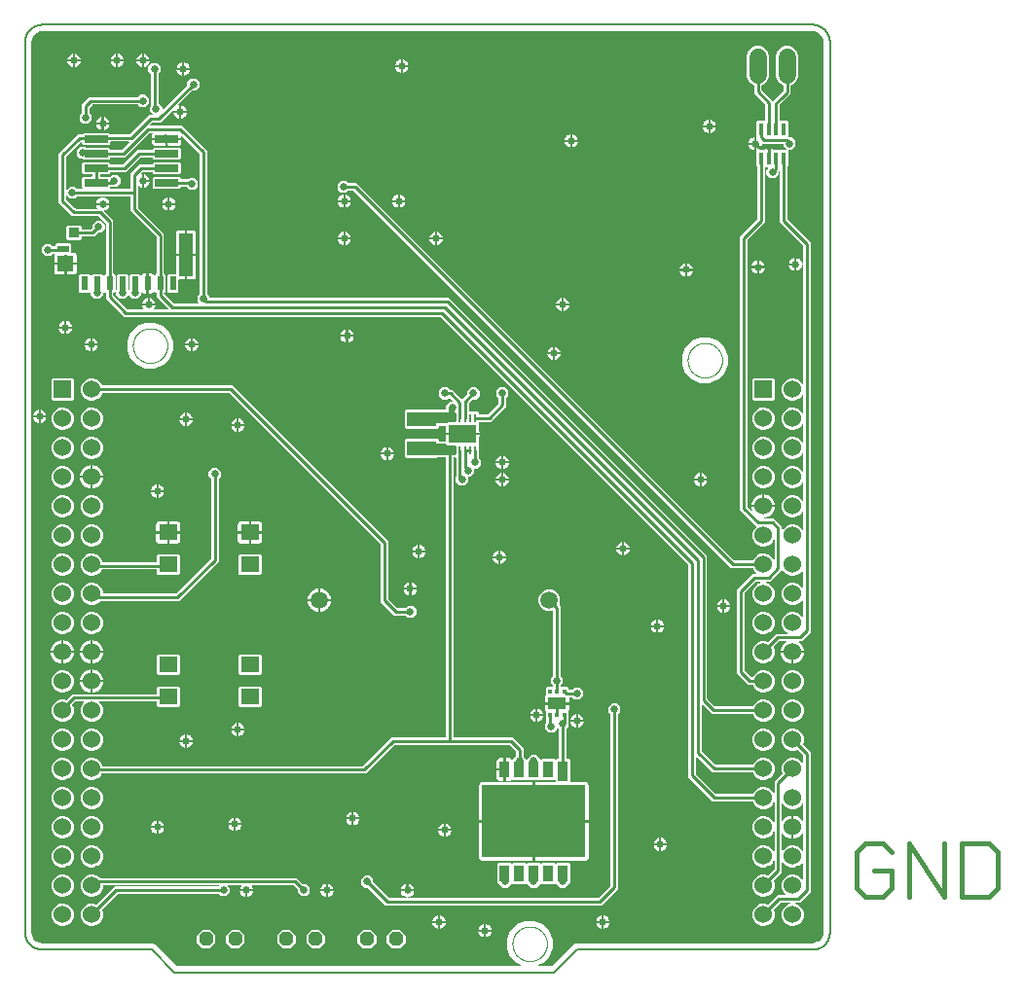
<source format=gtl>
G04 EAGLE Gerber RS-274X export*
G75*
%MOMM*%
%FSLAX35Y35*%
%LPD*%
%INcopper_top*%
%IPPOS*%
%AMOC8*
5,1,8,0,0,1.08239X$1,22.5*%
G01*
%ADD10C,0.406400*%
%ADD11C,0.127000*%
%ADD12R,1.530000X1.530000*%
%ADD13C,1.530000*%
%ADD14C,0.000000*%
%ADD15R,2.032000X0.660400*%
%ADD16R,0.600000X1.250000*%
%ADD17R,1.200000X3.790000*%
%ADD18R,1.000000X0.600000*%
%ADD19R,1.450000X1.400000*%
%ADD20R,0.950000X0.850000*%
%ADD21R,0.300000X0.450000*%
%ADD22R,1.600000X1.000000*%
%ADD23C,1.500000*%
%ADD24R,0.250000X0.700000*%
%ADD25R,2.380000X1.650000*%
%ADD26R,0.860000X1.450000*%
%ADD27R,0.860000X1.700000*%
%ADD28R,9.000000X6.300000*%
%ADD29C,0.650000*%
%ADD30P,1.319650X8X202.500000*%
%ADD31R,0.450000X1.100000*%
%ADD32C,1.524000*%
%ADD33R,2.540000X1.270000*%
%ADD34R,1.600000X1.400000*%
%ADD35C,0.250000*%

G36*
X4308772Y65354D02*
X4308772Y65354D01*
X4308792Y65351D01*
X4309727Y65548D01*
X4310702Y65746D01*
X4310719Y65758D01*
X4310739Y65762D01*
X4311531Y66315D01*
X4312343Y66872D01*
X4312354Y66889D01*
X4312371Y66900D01*
X4312878Y67707D01*
X4313415Y68548D01*
X4313419Y68568D01*
X4313429Y68585D01*
X4313582Y69526D01*
X4313749Y70510D01*
X4313744Y70530D01*
X4313747Y70550D01*
X4313516Y71492D01*
X4313291Y72446D01*
X4313279Y72462D01*
X4313274Y72482D01*
X4312693Y73261D01*
X4312113Y74050D01*
X4312096Y74061D01*
X4312084Y74077D01*
X4310665Y74968D01*
X4275708Y89448D01*
X4219448Y145708D01*
X4188999Y219217D01*
X4188999Y298783D01*
X4219448Y372291D01*
X4275708Y428552D01*
X4349217Y459000D01*
X4428783Y459000D01*
X4502291Y428552D01*
X4558552Y372291D01*
X4589000Y298783D01*
X4589000Y219217D01*
X4558552Y145708D01*
X4502291Y89448D01*
X4467335Y74968D01*
X4467318Y74957D01*
X4467298Y74953D01*
X4466488Y74398D01*
X4465685Y73857D01*
X4465673Y73839D01*
X4465657Y73828D01*
X4465123Y72994D01*
X4464599Y72189D01*
X4464596Y72169D01*
X4464584Y72152D01*
X4464418Y71171D01*
X4464250Y70230D01*
X4464254Y70210D01*
X4464251Y70190D01*
X4464478Y69228D01*
X4464693Y68290D01*
X4464704Y68273D01*
X4464709Y68253D01*
X4465293Y67458D01*
X4465857Y66676D01*
X4465874Y66666D01*
X4465886Y66649D01*
X4466744Y66138D01*
X4467558Y65644D01*
X4467578Y65642D01*
X4467596Y65631D01*
X4469248Y65350D01*
X4574588Y65350D01*
X4574707Y65374D01*
X4574828Y65356D01*
X4575679Y65572D01*
X4576538Y65746D01*
X4576638Y65815D01*
X4576756Y65845D01*
X4578123Y66815D01*
X4768080Y256772D01*
X4788791Y265350D01*
X6850000Y265350D01*
X6850214Y265394D01*
X6850490Y265374D01*
X6867785Y267078D01*
X6868184Y267201D01*
X6869208Y267434D01*
X6889211Y275720D01*
X6889212Y275720D01*
X6901164Y280671D01*
X6901282Y280750D01*
X6901420Y280785D01*
X6902786Y281755D01*
X6927245Y306213D01*
X6927323Y306331D01*
X6927437Y306416D01*
X6928328Y307835D01*
X6941565Y339792D01*
X6941645Y340200D01*
X6941922Y341215D01*
X6943625Y358509D01*
X6943603Y358726D01*
X6943649Y358999D01*
X6943649Y8109000D01*
X6943606Y8109214D01*
X6943625Y8109490D01*
X6941922Y8126784D01*
X6941799Y8127184D01*
X6941565Y8128208D01*
X6928328Y8160164D01*
X6928249Y8160282D01*
X6928214Y8160420D01*
X6927245Y8161786D01*
X6902786Y8186245D01*
X6902668Y8186323D01*
X6902583Y8186437D01*
X6901164Y8187328D01*
X6869208Y8200565D01*
X6868799Y8200645D01*
X6867784Y8200922D01*
X6850490Y8202625D01*
X6850273Y8202603D01*
X6850000Y8202649D01*
X149999Y8202649D01*
X149785Y8202606D01*
X149509Y8202625D01*
X132215Y8200922D01*
X131816Y8200799D01*
X130792Y8200565D01*
X102723Y8188939D01*
X102723Y8188938D01*
X98835Y8187328D01*
X98718Y8187249D01*
X98580Y8187214D01*
X97213Y8186245D01*
X72755Y8161786D01*
X72677Y8161668D01*
X72563Y8161583D01*
X71671Y8160164D01*
X58434Y8128208D01*
X58355Y8127799D01*
X58078Y8126784D01*
X56374Y8109490D01*
X56397Y8109273D01*
X56350Y8109000D01*
X56350Y359000D01*
X56394Y358786D01*
X56374Y358510D01*
X58078Y341215D01*
X58201Y340816D01*
X58434Y339792D01*
X71671Y307835D01*
X71750Y307718D01*
X71785Y307580D01*
X72755Y306213D01*
X97213Y281755D01*
X97298Y281699D01*
X97354Y281622D01*
X97387Y281603D01*
X97417Y281563D01*
X98835Y280671D01*
X130792Y267434D01*
X131200Y267355D01*
X132215Y267078D01*
X149510Y265374D01*
X149727Y265397D01*
X150000Y265350D01*
X1111209Y265350D01*
X1131920Y256772D01*
X1321877Y66815D01*
X1321978Y66748D01*
X1322050Y66649D01*
X1322806Y66199D01*
X1323536Y65716D01*
X1323655Y65693D01*
X1323760Y65631D01*
X1325412Y65350D01*
X4308752Y65350D01*
X4308772Y65354D01*
G37*
%LPC*%
G36*
X6401804Y416499D02*
X6401804Y416499D01*
X6366337Y431191D01*
X6339191Y458337D01*
X6324499Y493804D01*
X6324499Y532195D01*
X6339191Y567663D01*
X6366337Y594809D01*
X6392578Y605679D01*
X6392579Y605679D01*
X6401804Y609500D01*
X6440195Y609500D01*
X6459272Y601598D01*
X6459371Y601579D01*
X6459458Y601526D01*
X6460348Y601389D01*
X6461225Y601218D01*
X6461323Y601239D01*
X6461424Y601223D01*
X6462295Y601444D01*
X6463172Y601629D01*
X6463255Y601688D01*
X6463353Y601713D01*
X6464720Y602682D01*
X6524035Y661998D01*
X6544538Y682500D01*
X6610958Y682500D01*
X6610998Y682508D01*
X6611038Y682501D01*
X6611969Y682706D01*
X6612908Y682896D01*
X6612942Y682919D01*
X6612981Y682928D01*
X6613758Y683479D01*
X6614549Y684022D01*
X6614571Y684056D01*
X6614604Y684079D01*
X6615096Y684877D01*
X6615621Y685698D01*
X6615628Y685738D01*
X6615649Y685773D01*
X6615794Y686717D01*
X6615955Y687660D01*
X6615945Y687699D01*
X6615952Y687739D01*
X6615716Y688669D01*
X6615497Y689596D01*
X6615473Y689629D01*
X6615463Y689668D01*
X6614493Y691035D01*
X6593191Y712337D01*
X6578499Y747804D01*
X6578499Y786195D01*
X6593191Y821663D01*
X6620337Y848809D01*
X6655804Y863500D01*
X6694195Y863500D01*
X6729663Y848809D01*
X6756809Y821663D01*
X6757881Y819074D01*
X6757893Y819058D01*
X6757897Y819037D01*
X6758452Y818228D01*
X6758993Y817424D01*
X6759010Y817413D01*
X6759022Y817396D01*
X6759846Y816869D01*
X6760661Y816338D01*
X6760681Y816335D01*
X6760698Y816324D01*
X6761672Y816158D01*
X6762620Y815989D01*
X6762639Y815994D01*
X6762660Y815990D01*
X6763630Y816220D01*
X6764560Y816432D01*
X6764576Y816444D01*
X6764596Y816448D01*
X6765388Y817029D01*
X6766173Y817596D01*
X6766184Y817613D01*
X6766201Y817626D01*
X6766701Y818466D01*
X6767205Y819298D01*
X6767208Y819318D01*
X6767219Y819335D01*
X6767499Y820987D01*
X6767499Y967013D01*
X6767495Y967033D01*
X6767499Y967053D01*
X6767301Y967992D01*
X6767103Y968963D01*
X6767092Y968980D01*
X6767088Y968999D01*
X6766537Y969788D01*
X6765978Y970604D01*
X6765961Y970615D01*
X6765949Y970632D01*
X6765124Y971150D01*
X6764302Y971676D01*
X6764282Y971679D01*
X6764264Y971690D01*
X6763304Y971846D01*
X6762340Y972009D01*
X6762320Y972005D01*
X6762300Y972008D01*
X6761371Y971780D01*
X6760404Y971551D01*
X6760387Y971539D01*
X6760367Y971534D01*
X6759596Y970958D01*
X6758799Y970374D01*
X6758789Y970356D01*
X6758773Y970344D01*
X6757881Y968926D01*
X6756809Y966336D01*
X6729663Y939191D01*
X6719173Y934846D01*
X6719173Y934845D01*
X6694195Y924499D01*
X6655804Y924499D01*
X6620337Y939191D01*
X6593191Y966336D01*
X6592119Y968926D01*
X6592107Y968943D01*
X6592103Y968963D01*
X6591551Y969768D01*
X6591007Y970576D01*
X6590989Y970587D01*
X6590978Y970604D01*
X6590154Y971131D01*
X6589339Y971662D01*
X6589319Y971665D01*
X6589302Y971676D01*
X6588328Y971842D01*
X6587380Y972011D01*
X6587360Y972006D01*
X6587340Y972010D01*
X6586369Y971780D01*
X6585440Y971568D01*
X6585424Y971556D01*
X6585403Y971552D01*
X6584612Y970971D01*
X6583826Y970404D01*
X6583816Y970387D01*
X6583799Y970374D01*
X6583290Y969519D01*
X6582795Y968703D01*
X6582792Y968683D01*
X6582781Y968665D01*
X6582500Y967013D01*
X6582500Y882538D01*
X6561998Y862035D01*
X6510682Y810720D01*
X6510626Y810636D01*
X6510543Y810576D01*
X6510078Y809807D01*
X6509583Y809061D01*
X6509564Y808961D01*
X6509512Y808874D01*
X6509383Y807987D01*
X6509218Y807105D01*
X6509240Y807006D01*
X6509226Y806905D01*
X6509598Y805272D01*
X6517500Y786195D01*
X6517500Y747804D01*
X6502809Y712337D01*
X6475663Y685191D01*
X6474906Y684877D01*
X6474905Y684877D01*
X6440195Y670499D01*
X6401804Y670499D01*
X6366337Y685191D01*
X6339191Y712337D01*
X6324499Y747804D01*
X6324499Y786195D01*
X6339191Y821663D01*
X6366337Y848809D01*
X6401804Y863500D01*
X6440195Y863500D01*
X6459272Y855598D01*
X6459371Y855579D01*
X6459458Y855526D01*
X6459797Y855473D01*
X6460708Y855319D01*
X6461225Y855218D01*
X6461323Y855239D01*
X6461424Y855223D01*
X6462295Y855444D01*
X6463172Y855629D01*
X6463255Y855688D01*
X6463353Y855713D01*
X6464720Y856682D01*
X6516035Y907998D01*
X6516102Y908099D01*
X6516201Y908171D01*
X6516651Y908927D01*
X6517134Y909657D01*
X6517156Y909776D01*
X6517219Y909881D01*
X6517499Y911533D01*
X6517499Y976669D01*
X6517495Y976690D01*
X6517499Y976709D01*
X6517301Y977644D01*
X6517103Y978619D01*
X6517092Y978637D01*
X6517088Y978656D01*
X6516541Y979440D01*
X6515978Y980261D01*
X6515961Y980272D01*
X6515949Y980288D01*
X6515129Y980803D01*
X6514302Y981333D01*
X6514282Y981336D01*
X6514264Y981347D01*
X6513304Y981503D01*
X6512340Y981666D01*
X6512320Y981662D01*
X6512300Y981665D01*
X6511358Y981434D01*
X6510404Y981208D01*
X6510388Y981196D01*
X6510368Y981191D01*
X6509580Y980604D01*
X6508799Y980031D01*
X6508789Y980014D01*
X6508773Y980001D01*
X6507881Y978583D01*
X6502809Y966337D01*
X6475663Y939191D01*
X6465173Y934846D01*
X6465173Y934845D01*
X6440195Y924499D01*
X6401804Y924499D01*
X6366337Y939191D01*
X6339191Y966337D01*
X6324499Y1001804D01*
X6324499Y1040195D01*
X6339191Y1075663D01*
X6366337Y1102809D01*
X6385183Y1110616D01*
X6385184Y1110616D01*
X6401804Y1117500D01*
X6440195Y1117500D01*
X6475663Y1102809D01*
X6502809Y1075663D01*
X6507881Y1063417D01*
X6507893Y1063401D01*
X6507897Y1063380D01*
X6508452Y1062571D01*
X6508993Y1061767D01*
X6509010Y1061756D01*
X6509022Y1061739D01*
X6509855Y1061206D01*
X6510661Y1060682D01*
X6510681Y1060678D01*
X6510698Y1060667D01*
X6511679Y1060500D01*
X6512620Y1060333D01*
X6512639Y1060337D01*
X6512660Y1060333D01*
X6513622Y1060561D01*
X6514560Y1060775D01*
X6514577Y1060787D01*
X6514596Y1060792D01*
X6515392Y1061375D01*
X6516173Y1061939D01*
X6516184Y1061956D01*
X6516201Y1061969D01*
X6516706Y1062818D01*
X6517205Y1063641D01*
X6517208Y1063661D01*
X6517219Y1063678D01*
X6517499Y1065330D01*
X6517499Y1230669D01*
X6517495Y1230690D01*
X6517499Y1230709D01*
X6517301Y1231644D01*
X6517103Y1232619D01*
X6517092Y1232637D01*
X6517088Y1232656D01*
X6516535Y1233449D01*
X6515978Y1234261D01*
X6515961Y1234272D01*
X6515949Y1234288D01*
X6515129Y1234803D01*
X6514302Y1235333D01*
X6514282Y1235336D01*
X6514264Y1235347D01*
X6513304Y1235503D01*
X6512340Y1235666D01*
X6512320Y1235662D01*
X6512300Y1235665D01*
X6511358Y1235434D01*
X6510404Y1235208D01*
X6510388Y1235196D01*
X6510368Y1235191D01*
X6509580Y1234604D01*
X6508799Y1234031D01*
X6508789Y1234014D01*
X6508773Y1234001D01*
X6507881Y1232583D01*
X6502809Y1220337D01*
X6475663Y1193191D01*
X6440195Y1178499D01*
X6401804Y1178499D01*
X6366337Y1193191D01*
X6339191Y1220337D01*
X6324499Y1255804D01*
X6324499Y1294195D01*
X6339191Y1329663D01*
X6366337Y1356809D01*
X6375451Y1360584D01*
X6375452Y1360585D01*
X6401804Y1371500D01*
X6440195Y1371500D01*
X6475663Y1356809D01*
X6502809Y1329663D01*
X6507881Y1317417D01*
X6507893Y1317401D01*
X6507897Y1317380D01*
X6508452Y1316571D01*
X6508993Y1315767D01*
X6509010Y1315756D01*
X6509022Y1315739D01*
X6509855Y1315206D01*
X6510661Y1314682D01*
X6510681Y1314678D01*
X6510698Y1314667D01*
X6511679Y1314500D01*
X6512620Y1314333D01*
X6512639Y1314337D01*
X6512660Y1314333D01*
X6513622Y1314561D01*
X6514560Y1314775D01*
X6514577Y1314787D01*
X6514596Y1314792D01*
X6515392Y1315375D01*
X6516173Y1315939D01*
X6516184Y1315956D01*
X6516201Y1315969D01*
X6516704Y1316815D01*
X6517205Y1317641D01*
X6517208Y1317661D01*
X6517219Y1317678D01*
X6517499Y1319330D01*
X6517499Y1484669D01*
X6517495Y1484690D01*
X6517499Y1484709D01*
X6517301Y1485644D01*
X6517103Y1486619D01*
X6517092Y1486637D01*
X6517088Y1486656D01*
X6516535Y1487449D01*
X6515978Y1488261D01*
X6515961Y1488272D01*
X6515949Y1488288D01*
X6515129Y1488803D01*
X6514302Y1489333D01*
X6514282Y1489336D01*
X6514264Y1489347D01*
X6513304Y1489503D01*
X6512340Y1489666D01*
X6512320Y1489662D01*
X6512300Y1489665D01*
X6511358Y1489434D01*
X6510404Y1489208D01*
X6510388Y1489196D01*
X6510368Y1489191D01*
X6509580Y1488604D01*
X6508799Y1488031D01*
X6508789Y1488014D01*
X6508773Y1488001D01*
X6507881Y1486583D01*
X6502809Y1474337D01*
X6475663Y1447191D01*
X6457778Y1439783D01*
X6457778Y1439782D01*
X6440195Y1432499D01*
X6401804Y1432499D01*
X6366337Y1447191D01*
X6339191Y1474337D01*
X6331289Y1493413D01*
X6331233Y1493497D01*
X6331209Y1493596D01*
X6330677Y1494321D01*
X6330177Y1495063D01*
X6330092Y1495118D01*
X6330032Y1495201D01*
X6329258Y1495662D01*
X6328509Y1496149D01*
X6328410Y1496167D01*
X6328322Y1496219D01*
X6326670Y1496499D01*
X5982538Y1496499D01*
X5767499Y1711538D01*
X5767499Y3559467D01*
X5767475Y3559586D01*
X5767494Y3559707D01*
X5767278Y3560558D01*
X5767103Y3561417D01*
X5767035Y3561517D01*
X5767005Y3561635D01*
X5766035Y3563002D01*
X3613002Y5716035D01*
X3612901Y5716102D01*
X3612828Y5716201D01*
X3612073Y5716651D01*
X3611343Y5717134D01*
X3611223Y5717156D01*
X3611119Y5717219D01*
X3609467Y5717499D01*
X861538Y5717499D01*
X702499Y5876538D01*
X702499Y5920500D01*
X702483Y5920580D01*
X702497Y5920660D01*
X702285Y5921553D01*
X702103Y5922450D01*
X702058Y5922517D01*
X702039Y5922596D01*
X701496Y5923336D01*
X700978Y5924091D01*
X700910Y5924135D01*
X700862Y5924201D01*
X700073Y5924670D01*
X699302Y5925163D01*
X699222Y5925177D01*
X699152Y5925219D01*
X697500Y5925499D01*
X696715Y5925499D01*
X686035Y5936180D01*
X686001Y5936202D01*
X685978Y5936236D01*
X685169Y5936754D01*
X684376Y5937279D01*
X684336Y5937287D01*
X684302Y5937308D01*
X683359Y5937468D01*
X682420Y5937644D01*
X682380Y5937635D01*
X682340Y5937642D01*
X681404Y5937421D01*
X680476Y5937217D01*
X680443Y5937193D01*
X680403Y5937184D01*
X679629Y5936615D01*
X678853Y5936065D01*
X678832Y5936031D01*
X678799Y5936007D01*
X678307Y5935179D01*
X677808Y5934372D01*
X677802Y5934332D01*
X677781Y5934297D01*
X677500Y5932645D01*
X677500Y5903253D01*
X646747Y5872499D01*
X603253Y5872499D01*
X572499Y5903253D01*
X572499Y5932645D01*
X572491Y5932685D01*
X572499Y5932725D01*
X572294Y5933657D01*
X572103Y5934595D01*
X572080Y5934629D01*
X572072Y5934668D01*
X571520Y5935446D01*
X570978Y5936236D01*
X570944Y5936258D01*
X570920Y5936291D01*
X570114Y5936789D01*
X569302Y5937308D01*
X569261Y5937315D01*
X569227Y5937337D01*
X568283Y5937482D01*
X567340Y5937642D01*
X567301Y5937633D01*
X567260Y5937639D01*
X566331Y5937403D01*
X565404Y5937184D01*
X565371Y5937160D01*
X565331Y5937150D01*
X563965Y5936180D01*
X553285Y5925499D01*
X476715Y5925499D01*
X464999Y5937215D01*
X464999Y6078785D01*
X476715Y6090500D01*
X553285Y6090500D01*
X565000Y6078785D01*
X565000Y5951317D01*
X565168Y5950491D01*
X565283Y5949660D01*
X565364Y5949523D01*
X565396Y5949367D01*
X565872Y5948673D01*
X566303Y5947951D01*
X566431Y5947857D01*
X566522Y5947725D01*
X567230Y5947273D01*
X567908Y5946776D01*
X568063Y5946739D01*
X568198Y5946653D01*
X569028Y5946512D01*
X569845Y5946320D01*
X570002Y5946347D01*
X570160Y5946320D01*
X570979Y5946514D01*
X571806Y5946655D01*
X571940Y5946741D01*
X572096Y5946778D01*
X572775Y5947276D01*
X573482Y5947729D01*
X573585Y5947871D01*
X573700Y5947955D01*
X573701Y5947956D01*
X573932Y5948344D01*
X574471Y5949081D01*
X574472Y5949081D01*
X574555Y5949390D01*
X574719Y5949665D01*
X574872Y5950567D01*
X574989Y5951003D01*
X574970Y5951144D01*
X574999Y5951317D01*
X574999Y6078785D01*
X586715Y6090500D01*
X663285Y6090500D01*
X675000Y6078785D01*
X675000Y5951317D01*
X675064Y5951003D01*
X675041Y5950684D01*
X675306Y5949812D01*
X675396Y5949367D01*
X675397Y5949367D01*
X675477Y5949249D01*
X675528Y5949081D01*
X676046Y5948419D01*
X676522Y5947725D01*
X676657Y5947639D01*
X676755Y5947514D01*
X677489Y5947107D01*
X678198Y5946653D01*
X678356Y5946626D01*
X678495Y5946549D01*
X679330Y5946461D01*
X680160Y5946320D01*
X680315Y5946357D01*
X680474Y5946340D01*
X681277Y5946584D01*
X682096Y5946778D01*
X682225Y5946873D01*
X682378Y5946919D01*
X683021Y5947456D01*
X683701Y5947955D01*
X683783Y5948093D01*
X683905Y5948195D01*
X684287Y5948939D01*
X684719Y5949665D01*
X684748Y5949839D01*
X684813Y5949965D01*
X684846Y5950415D01*
X684999Y5951317D01*
X684999Y6078785D01*
X696715Y6090500D01*
X697500Y6090500D01*
X697580Y6090517D01*
X697660Y6090503D01*
X698553Y6090714D01*
X699450Y6090896D01*
X699517Y6090942D01*
X699596Y6090961D01*
X700336Y6091504D01*
X701091Y6092022D01*
X701135Y6092090D01*
X701201Y6092138D01*
X701670Y6092927D01*
X702163Y6093698D01*
X702177Y6093778D01*
X702219Y6093848D01*
X702499Y6095500D01*
X702499Y6524467D01*
X702475Y6524586D01*
X702494Y6524707D01*
X702278Y6525558D01*
X702103Y6526417D01*
X702035Y6526517D01*
X702005Y6526635D01*
X701035Y6528002D01*
X638002Y6591035D01*
X637901Y6591102D01*
X637828Y6591201D01*
X637073Y6591651D01*
X636343Y6592134D01*
X636223Y6592156D01*
X636119Y6592219D01*
X634467Y6592499D01*
X411538Y6592499D01*
X292499Y6711538D01*
X292499Y7138462D01*
X461538Y7307500D01*
X494684Y7307500D01*
X494803Y7307524D01*
X494924Y7307506D01*
X495776Y7307722D01*
X496634Y7307896D01*
X496735Y7307965D01*
X496853Y7307995D01*
X498219Y7308965D01*
X507775Y7318520D01*
X727545Y7318520D01*
X737100Y7308965D01*
X737201Y7308898D01*
X737274Y7308799D01*
X738030Y7308349D01*
X738759Y7307866D01*
X738879Y7307843D01*
X738983Y7307781D01*
X740635Y7307500D01*
X909467Y7307500D01*
X909586Y7307524D01*
X909707Y7307506D01*
X910558Y7307722D01*
X911417Y7307896D01*
X911517Y7307965D01*
X911635Y7307995D01*
X913002Y7308965D01*
X1076538Y7472500D01*
X1106183Y7472500D01*
X1106223Y7472508D01*
X1106263Y7472501D01*
X1107195Y7472706D01*
X1108133Y7472896D01*
X1108167Y7472919D01*
X1108207Y7472928D01*
X1108984Y7473479D01*
X1109774Y7474022D01*
X1109796Y7474056D01*
X1109829Y7474079D01*
X1110327Y7474885D01*
X1110847Y7475698D01*
X1110853Y7475738D01*
X1110875Y7475773D01*
X1111020Y7476717D01*
X1111180Y7477660D01*
X1111171Y7477699D01*
X1111177Y7477739D01*
X1110942Y7478667D01*
X1110722Y7479596D01*
X1110698Y7479629D01*
X1110688Y7479668D01*
X1109718Y7481035D01*
X1087499Y7503253D01*
X1087499Y7546746D01*
X1091035Y7550282D01*
X1091102Y7550383D01*
X1091201Y7550455D01*
X1091650Y7551210D01*
X1092134Y7551941D01*
X1092156Y7552060D01*
X1092219Y7552165D01*
X1092499Y7553817D01*
X1092499Y7831183D01*
X1092475Y7831302D01*
X1092494Y7831423D01*
X1092278Y7832275D01*
X1092103Y7833133D01*
X1092035Y7833233D01*
X1092005Y7833352D01*
X1091035Y7834718D01*
X1072499Y7853253D01*
X1072499Y7896747D01*
X1103253Y7927500D01*
X1146747Y7927500D01*
X1177500Y7896747D01*
X1177500Y7853253D01*
X1158965Y7834718D01*
X1158898Y7834617D01*
X1158799Y7834544D01*
X1158349Y7833788D01*
X1157866Y7833059D01*
X1157843Y7832939D01*
X1157781Y7832835D01*
X1157500Y7831183D01*
X1157500Y7582500D01*
X1157517Y7582420D01*
X1157503Y7582340D01*
X1157714Y7581446D01*
X1157896Y7580550D01*
X1157942Y7580483D01*
X1157961Y7580403D01*
X1158504Y7579663D01*
X1159022Y7578908D01*
X1159090Y7578865D01*
X1159138Y7578799D01*
X1159927Y7578329D01*
X1160698Y7577836D01*
X1160778Y7577823D01*
X1160848Y7577781D01*
X1161593Y7577654D01*
X1192500Y7546747D01*
X1192500Y7528032D01*
X1192508Y7527992D01*
X1192501Y7527952D01*
X1192707Y7527017D01*
X1192896Y7526082D01*
X1192919Y7526048D01*
X1192928Y7526009D01*
X1193479Y7525232D01*
X1194022Y7524441D01*
X1194056Y7524419D01*
X1194079Y7524386D01*
X1194889Y7523886D01*
X1195698Y7523369D01*
X1195738Y7523362D01*
X1195773Y7523341D01*
X1196718Y7523195D01*
X1197660Y7523035D01*
X1197699Y7523045D01*
X1197739Y7523038D01*
X1198667Y7523274D01*
X1199596Y7523493D01*
X1199629Y7523518D01*
X1199668Y7523528D01*
X1201035Y7524497D01*
X1408535Y7731998D01*
X1408602Y7732098D01*
X1408701Y7732171D01*
X1409151Y7732927D01*
X1409634Y7733656D01*
X1409656Y7733776D01*
X1409719Y7733881D01*
X1409999Y7735533D01*
X1409999Y7761747D01*
X1440753Y7792500D01*
X1484247Y7792500D01*
X1515000Y7761747D01*
X1515000Y7718253D01*
X1484247Y7687499D01*
X1458033Y7687499D01*
X1457913Y7687475D01*
X1457793Y7687494D01*
X1456941Y7687278D01*
X1456083Y7687103D01*
X1455982Y7687035D01*
X1455864Y7687005D01*
X1454498Y7686035D01*
X1333563Y7565101D01*
X1333269Y7564657D01*
X1332898Y7564276D01*
X1332726Y7563837D01*
X1332464Y7563442D01*
X1332367Y7562918D01*
X1332173Y7562423D01*
X1332186Y7561950D01*
X1332099Y7561486D01*
X1332213Y7560966D01*
X1332228Y7560434D01*
X1332425Y7560004D01*
X1332527Y7559542D01*
X1332834Y7559108D01*
X1333056Y7558624D01*
X1333405Y7558305D01*
X1333678Y7557919D01*
X1334130Y7557640D01*
X1334523Y7557280D01*
X1334969Y7557122D01*
X1335371Y7556874D01*
X1335897Y7556793D01*
X1336399Y7556615D01*
X1336954Y7556631D01*
X1337338Y7556572D01*
X1337647Y7556650D01*
X1338073Y7556662D01*
X1341250Y7557294D01*
X1341250Y7508749D01*
X1292706Y7508749D01*
X1293338Y7511926D01*
X1293335Y7512459D01*
X1293433Y7512982D01*
X1293331Y7513443D01*
X1293329Y7513916D01*
X1293120Y7514405D01*
X1293006Y7514925D01*
X1292732Y7515311D01*
X1292546Y7515745D01*
X1292163Y7516113D01*
X1291854Y7516548D01*
X1291452Y7516797D01*
X1291111Y7517124D01*
X1290614Y7517313D01*
X1290161Y7517593D01*
X1289693Y7517665D01*
X1289252Y7517833D01*
X1288722Y7517814D01*
X1288194Y7517895D01*
X1287735Y7517779D01*
X1287263Y7517762D01*
X1286782Y7517537D01*
X1286266Y7517406D01*
X1285813Y7517085D01*
X1285460Y7516920D01*
X1285247Y7516683D01*
X1284899Y7516437D01*
X1196465Y7428002D01*
X1175962Y7407499D01*
X1105533Y7407499D01*
X1105414Y7407475D01*
X1105293Y7407494D01*
X1104441Y7407278D01*
X1103583Y7407103D01*
X1103483Y7407035D01*
X1103364Y7407005D01*
X1101998Y7406035D01*
X1086997Y7391035D01*
X1086975Y7391001D01*
X1086941Y7390978D01*
X1086423Y7390169D01*
X1085898Y7389376D01*
X1085891Y7389336D01*
X1085869Y7389302D01*
X1085707Y7388349D01*
X1085533Y7387420D01*
X1085542Y7387380D01*
X1085535Y7387340D01*
X1085757Y7386404D01*
X1085961Y7385476D01*
X1085984Y7385443D01*
X1085993Y7385403D01*
X1086562Y7384629D01*
X1087112Y7383853D01*
X1087146Y7383832D01*
X1087171Y7383799D01*
X1087998Y7383307D01*
X1088805Y7382808D01*
X1088845Y7382802D01*
X1088880Y7382781D01*
X1090532Y7382500D01*
X1363462Y7382500D01*
X1383965Y7361998D01*
X1561998Y7183965D01*
X1561998Y7183964D01*
X1582500Y7163462D01*
X1582500Y5918817D01*
X1582524Y5918698D01*
X1582506Y5918578D01*
X1582722Y5917726D01*
X1582896Y5916867D01*
X1582965Y5916767D01*
X1582995Y5916649D01*
X1583965Y5915282D01*
X1602500Y5896747D01*
X1602500Y5887500D01*
X1602517Y5887420D01*
X1602503Y5887340D01*
X1602714Y5886446D01*
X1602896Y5885550D01*
X1602942Y5885483D01*
X1602961Y5885403D01*
X1603504Y5884663D01*
X1604022Y5883908D01*
X1604090Y5883865D01*
X1604138Y5883799D01*
X1604927Y5883329D01*
X1605698Y5882836D01*
X1605778Y5882823D01*
X1605848Y5882781D01*
X1607500Y5882500D01*
X3688462Y5882500D01*
X5932500Y3638462D01*
X5932500Y2393533D01*
X5932524Y2393414D01*
X5932506Y2393293D01*
X5932722Y2392441D01*
X5932896Y2391583D01*
X5932965Y2391483D01*
X5932995Y2391364D01*
X5933965Y2389998D01*
X5998998Y2324965D01*
X5999099Y2324898D01*
X5999171Y2324799D01*
X5999927Y2324349D01*
X6000657Y2323866D01*
X6000776Y2323843D01*
X6000881Y2323781D01*
X6002533Y2323500D01*
X6326670Y2323500D01*
X6326770Y2323521D01*
X6326870Y2323504D01*
X6327742Y2323718D01*
X6328620Y2323896D01*
X6328704Y2323953D01*
X6328803Y2323978D01*
X6329522Y2324514D01*
X6330262Y2325022D01*
X6330316Y2325107D01*
X6330398Y2325168D01*
X6331289Y2326587D01*
X6339191Y2345663D01*
X6366337Y2372809D01*
X6401804Y2387500D01*
X6440195Y2387500D01*
X6475663Y2372809D01*
X6502809Y2345663D01*
X6517500Y2310195D01*
X6517500Y2271804D01*
X6502809Y2236337D01*
X6475663Y2209191D01*
X6440651Y2194688D01*
X6440195Y2194499D01*
X6401804Y2194499D01*
X6366337Y2209191D01*
X6339191Y2236337D01*
X6331289Y2255413D01*
X6331233Y2255497D01*
X6331209Y2255596D01*
X6330677Y2256321D01*
X6330177Y2257063D01*
X6330092Y2257118D01*
X6330032Y2257201D01*
X6329258Y2257662D01*
X6328509Y2258149D01*
X6328410Y2258167D01*
X6328322Y2258219D01*
X6326670Y2258499D01*
X5973538Y2258499D01*
X5891035Y2341003D01*
X5891001Y2341025D01*
X5890978Y2341059D01*
X5890169Y2341576D01*
X5889376Y2342102D01*
X5889336Y2342109D01*
X5889302Y2342131D01*
X5888359Y2342291D01*
X5887420Y2342466D01*
X5887380Y2342458D01*
X5887340Y2342464D01*
X5886404Y2342243D01*
X5885476Y2342039D01*
X5885443Y2342016D01*
X5885403Y2342006D01*
X5884629Y2341438D01*
X5883853Y2340888D01*
X5883832Y2340853D01*
X5883799Y2340829D01*
X5883305Y2339999D01*
X5882808Y2339195D01*
X5882802Y2339155D01*
X5882781Y2339119D01*
X5882500Y2337468D01*
X5882500Y1940533D01*
X5882524Y1940413D01*
X5882506Y1940293D01*
X5882722Y1939441D01*
X5882896Y1938583D01*
X5882965Y1938482D01*
X5882995Y1938364D01*
X5883965Y1936998D01*
X6003998Y1816965D01*
X6004099Y1816898D01*
X6004171Y1816799D01*
X6004927Y1816349D01*
X6005657Y1815866D01*
X6005776Y1815843D01*
X6005881Y1815781D01*
X6007533Y1815500D01*
X6326670Y1815500D01*
X6326770Y1815521D01*
X6326870Y1815504D01*
X6327740Y1815718D01*
X6328620Y1815896D01*
X6328704Y1815954D01*
X6328803Y1815978D01*
X6329522Y1816514D01*
X6330261Y1817022D01*
X6330316Y1817107D01*
X6330397Y1817168D01*
X6331289Y1818587D01*
X6339191Y1837663D01*
X6366337Y1864809D01*
X6368056Y1865521D01*
X6368057Y1865522D01*
X6401804Y1879500D01*
X6440195Y1879500D01*
X6475663Y1864809D01*
X6502809Y1837663D01*
X6517500Y1802195D01*
X6517500Y1763804D01*
X6502809Y1728337D01*
X6475663Y1701191D01*
X6448046Y1689751D01*
X6440195Y1686499D01*
X6401804Y1686499D01*
X6366337Y1701191D01*
X6339191Y1728337D01*
X6331289Y1747413D01*
X6331232Y1747497D01*
X6331209Y1747596D01*
X6330675Y1748324D01*
X6330177Y1749063D01*
X6330092Y1749118D01*
X6330032Y1749201D01*
X6329256Y1749663D01*
X6328509Y1750149D01*
X6328410Y1750167D01*
X6328322Y1750219D01*
X6326670Y1750499D01*
X5978538Y1750499D01*
X5841035Y1888003D01*
X5841001Y1888025D01*
X5840978Y1888059D01*
X5840169Y1888576D01*
X5839376Y1889102D01*
X5839336Y1889109D01*
X5839302Y1889131D01*
X5838359Y1889291D01*
X5837420Y1889466D01*
X5837380Y1889458D01*
X5837340Y1889464D01*
X5836404Y1889243D01*
X5835476Y1889039D01*
X5835443Y1889016D01*
X5835403Y1889006D01*
X5834629Y1888438D01*
X5833853Y1887888D01*
X5833832Y1887853D01*
X5833799Y1887829D01*
X5833307Y1887002D01*
X5832808Y1886195D01*
X5832802Y1886155D01*
X5832781Y1886119D01*
X5832500Y1884468D01*
X5832500Y1740533D01*
X5832524Y1740414D01*
X5832506Y1740293D01*
X5832722Y1739441D01*
X5832896Y1738583D01*
X5832965Y1738483D01*
X5832995Y1738364D01*
X5833965Y1736998D01*
X6007998Y1562965D01*
X6008099Y1562898D01*
X6008171Y1562799D01*
X6008927Y1562349D01*
X6009657Y1561866D01*
X6009776Y1561843D01*
X6009881Y1561781D01*
X6011533Y1561500D01*
X6326670Y1561500D01*
X6326770Y1561521D01*
X6326870Y1561504D01*
X6327742Y1561718D01*
X6328620Y1561896D01*
X6328704Y1561953D01*
X6328803Y1561978D01*
X6329522Y1562514D01*
X6330262Y1563022D01*
X6330316Y1563107D01*
X6330398Y1563168D01*
X6331289Y1564587D01*
X6339191Y1583663D01*
X6366337Y1610809D01*
X6401804Y1625500D01*
X6440195Y1625500D01*
X6475663Y1610809D01*
X6502809Y1583663D01*
X6507881Y1571417D01*
X6507893Y1571401D01*
X6507897Y1571380D01*
X6508452Y1570571D01*
X6508993Y1569767D01*
X6509010Y1569756D01*
X6509022Y1569739D01*
X6509855Y1569206D01*
X6510661Y1568682D01*
X6510681Y1568678D01*
X6510698Y1568667D01*
X6511679Y1568500D01*
X6512620Y1568333D01*
X6512639Y1568337D01*
X6512660Y1568333D01*
X6513622Y1568561D01*
X6514560Y1568775D01*
X6514577Y1568787D01*
X6514596Y1568792D01*
X6515392Y1569375D01*
X6516173Y1569939D01*
X6516184Y1569956D01*
X6516201Y1569969D01*
X6516706Y1570818D01*
X6517205Y1571641D01*
X6517208Y1571661D01*
X6517219Y1571678D01*
X6517499Y1573330D01*
X6517499Y1671462D01*
X6538002Y1691965D01*
X6585318Y1739280D01*
X6585373Y1739364D01*
X6585456Y1739424D01*
X6585922Y1740193D01*
X6586417Y1740939D01*
X6586435Y1741039D01*
X6586488Y1741126D01*
X6586617Y1742013D01*
X6586781Y1742895D01*
X6586759Y1742994D01*
X6586774Y1743095D01*
X6586401Y1744728D01*
X6578499Y1763804D01*
X6578499Y1802195D01*
X6593191Y1837663D01*
X6620337Y1864809D01*
X6622056Y1865521D01*
X6622057Y1865522D01*
X6655804Y1879500D01*
X6694195Y1879500D01*
X6729663Y1864809D01*
X6756809Y1837663D01*
X6757881Y1835074D01*
X6757893Y1835058D01*
X6757897Y1835037D01*
X6758452Y1834228D01*
X6758993Y1833424D01*
X6759010Y1833413D01*
X6759022Y1833396D01*
X6759846Y1832869D01*
X6760661Y1832338D01*
X6760681Y1832335D01*
X6760698Y1832324D01*
X6761672Y1832158D01*
X6762620Y1831989D01*
X6762639Y1831994D01*
X6762660Y1831990D01*
X6763630Y1832220D01*
X6764560Y1832432D01*
X6764576Y1832444D01*
X6764596Y1832448D01*
X6765388Y1833029D01*
X6766173Y1833596D01*
X6766184Y1833613D01*
X6766201Y1833626D01*
X6766701Y1834466D01*
X6767205Y1835298D01*
X6767208Y1835318D01*
X6767219Y1835335D01*
X6767499Y1836987D01*
X6767499Y1896467D01*
X6767475Y1896586D01*
X6767494Y1896707D01*
X6767278Y1897558D01*
X6767103Y1898417D01*
X6767035Y1898517D01*
X6767005Y1898635D01*
X6766035Y1900002D01*
X6718720Y1947318D01*
X6718636Y1947373D01*
X6718576Y1947456D01*
X6717807Y1947922D01*
X6717061Y1948417D01*
X6716961Y1948435D01*
X6716874Y1948488D01*
X6715987Y1948617D01*
X6715105Y1948781D01*
X6715006Y1948759D01*
X6714905Y1948774D01*
X6713272Y1948401D01*
X6694195Y1940499D01*
X6655804Y1940499D01*
X6620337Y1955191D01*
X6593191Y1982337D01*
X6578499Y2017804D01*
X6578499Y2056195D01*
X6593191Y2091663D01*
X6620337Y2118809D01*
X6655804Y2133500D01*
X6694195Y2133500D01*
X6729663Y2118809D01*
X6756809Y2091663D01*
X6771500Y2056195D01*
X6771500Y2017804D01*
X6763598Y1998728D01*
X6763579Y1998628D01*
X6763526Y1998542D01*
X6763389Y1997652D01*
X6763218Y1996775D01*
X6763239Y1996676D01*
X6763223Y1996575D01*
X6763444Y1995704D01*
X6763629Y1994828D01*
X6763688Y1994745D01*
X6763713Y1994647D01*
X6764682Y1993280D01*
X6811998Y1945965D01*
X6832500Y1925462D01*
X6832500Y711538D01*
X6738462Y617499D01*
X6700017Y617499D01*
X6699997Y617495D01*
X6699977Y617499D01*
X6699042Y617301D01*
X6698067Y617103D01*
X6698050Y617092D01*
X6698030Y617088D01*
X6697238Y616535D01*
X6696426Y615978D01*
X6696415Y615961D01*
X6696398Y615949D01*
X6695891Y615143D01*
X6695353Y614302D01*
X6695350Y614281D01*
X6695339Y614264D01*
X6695187Y613320D01*
X6695020Y612340D01*
X6695025Y612320D01*
X6695022Y612300D01*
X6695256Y611343D01*
X6695478Y610404D01*
X6695490Y610388D01*
X6695495Y610368D01*
X6696076Y609589D01*
X6696655Y608799D01*
X6696673Y608789D01*
X6696685Y608773D01*
X6698104Y607881D01*
X6729663Y594809D01*
X6756809Y567663D01*
X6771500Y532195D01*
X6771500Y493804D01*
X6756809Y458337D01*
X6729663Y431191D01*
X6694195Y416499D01*
X6655804Y416499D01*
X6620337Y431191D01*
X6593191Y458337D01*
X6578499Y493804D01*
X6578499Y532195D01*
X6593191Y567663D01*
X6620337Y594809D01*
X6651896Y607881D01*
X6651913Y607893D01*
X6651933Y607897D01*
X6652743Y608452D01*
X6653546Y608993D01*
X6653557Y609010D01*
X6653574Y609022D01*
X6654107Y609855D01*
X6654632Y610661D01*
X6654635Y610681D01*
X6654646Y610698D01*
X6654813Y611679D01*
X6654981Y612620D01*
X6654976Y612639D01*
X6654980Y612660D01*
X6654752Y613622D01*
X6654538Y614560D01*
X6654526Y614577D01*
X6654522Y614596D01*
X6653938Y615392D01*
X6653374Y616173D01*
X6653357Y616184D01*
X6653344Y616201D01*
X6652486Y616712D01*
X6651672Y617205D01*
X6651653Y617208D01*
X6651635Y617219D01*
X6649983Y617499D01*
X6573533Y617499D01*
X6573414Y617475D01*
X6573293Y617494D01*
X6572441Y617278D01*
X6571583Y617103D01*
X6571483Y617035D01*
X6571364Y617005D01*
X6569998Y616035D01*
X6510682Y556720D01*
X6510626Y556636D01*
X6510543Y556576D01*
X6510078Y555807D01*
X6509583Y555061D01*
X6509564Y554961D01*
X6509512Y554874D01*
X6509383Y553987D01*
X6509218Y553105D01*
X6509240Y553006D01*
X6509226Y552905D01*
X6509598Y551272D01*
X6517500Y532195D01*
X6517500Y493804D01*
X6502809Y458337D01*
X6475663Y431191D01*
X6440195Y416499D01*
X6401804Y416499D01*
G37*
%LPD*%
%LPC*%
G36*
X6401804Y2448499D02*
X6401804Y2448499D01*
X6366337Y2463191D01*
X6339191Y2490337D01*
X6331289Y2509413D01*
X6331233Y2509497D01*
X6331209Y2509596D01*
X6330677Y2510321D01*
X6330177Y2511063D01*
X6330092Y2511118D01*
X6330032Y2511201D01*
X6329258Y2511662D01*
X6328509Y2512149D01*
X6328410Y2512167D01*
X6328322Y2512219D01*
X6326670Y2512499D01*
X6291538Y2512499D01*
X6192499Y2611538D01*
X6192499Y3338462D01*
X6329538Y3475500D01*
X6357958Y3475500D01*
X6357998Y3475508D01*
X6358038Y3475501D01*
X6358969Y3475706D01*
X6359908Y3475896D01*
X6359942Y3475919D01*
X6359981Y3475928D01*
X6360758Y3476479D01*
X6361549Y3477022D01*
X6361571Y3477056D01*
X6361604Y3477079D01*
X6362102Y3477885D01*
X6362621Y3478698D01*
X6362628Y3478738D01*
X6362649Y3478773D01*
X6362793Y3479705D01*
X6362955Y3480660D01*
X6362945Y3480699D01*
X6362952Y3480739D01*
X6362716Y3481667D01*
X6362497Y3482596D01*
X6362473Y3482629D01*
X6362463Y3482668D01*
X6361493Y3484035D01*
X6339191Y3506337D01*
X6331289Y3525413D01*
X6331233Y3525497D01*
X6331209Y3525596D01*
X6330677Y3526321D01*
X6330177Y3527063D01*
X6330092Y3527118D01*
X6330032Y3527201D01*
X6329258Y3527662D01*
X6328509Y3528149D01*
X6328410Y3528167D01*
X6328322Y3528219D01*
X6326670Y3528499D01*
X6143038Y3528499D01*
X2856752Y6814785D01*
X2856651Y6814852D01*
X2856578Y6814951D01*
X2855823Y6815401D01*
X2855093Y6815884D01*
X2854973Y6815906D01*
X2854869Y6815969D01*
X2853217Y6816249D01*
X2812567Y6816249D01*
X2812448Y6816225D01*
X2812328Y6816244D01*
X2811476Y6816028D01*
X2810617Y6815853D01*
X2810517Y6815785D01*
X2810399Y6815755D01*
X2809032Y6814785D01*
X2790497Y6796249D01*
X2747003Y6796249D01*
X2716249Y6827003D01*
X2716249Y6870497D01*
X2747003Y6901250D01*
X2790497Y6901250D01*
X2809032Y6882715D01*
X2809133Y6882648D01*
X2809206Y6882549D01*
X2809962Y6882099D01*
X2810691Y6881616D01*
X2810811Y6881593D01*
X2810915Y6881531D01*
X2812567Y6881250D01*
X2882212Y6881250D01*
X6168498Y3594965D01*
X6168599Y3594898D01*
X6168671Y3594799D01*
X6169427Y3594349D01*
X6170157Y3593866D01*
X6170276Y3593843D01*
X6170381Y3593781D01*
X6172033Y3593500D01*
X6326670Y3593500D01*
X6326770Y3593521D01*
X6326870Y3593504D01*
X6327742Y3593718D01*
X6328620Y3593896D01*
X6328704Y3593953D01*
X6328803Y3593978D01*
X6329522Y3594514D01*
X6330262Y3595022D01*
X6330316Y3595107D01*
X6330398Y3595168D01*
X6331289Y3596587D01*
X6339191Y3615663D01*
X6366337Y3642809D01*
X6372347Y3645299D01*
X6372348Y3645299D01*
X6401804Y3657500D01*
X6440195Y3657500D01*
X6475663Y3642809D01*
X6502809Y3615663D01*
X6507881Y3603417D01*
X6507893Y3603401D01*
X6507897Y3603380D01*
X6508452Y3602571D01*
X6508993Y3601767D01*
X6509010Y3601756D01*
X6509022Y3601739D01*
X6509855Y3601206D01*
X6510661Y3600682D01*
X6510681Y3600678D01*
X6510698Y3600667D01*
X6511679Y3600500D01*
X6512620Y3600333D01*
X6512639Y3600337D01*
X6512660Y3600333D01*
X6513622Y3600561D01*
X6514560Y3600775D01*
X6514577Y3600787D01*
X6514596Y3600792D01*
X6515392Y3601375D01*
X6516173Y3601939D01*
X6516184Y3601956D01*
X6516201Y3601969D01*
X6516703Y3602812D01*
X6517205Y3603641D01*
X6517208Y3603661D01*
X6517219Y3603678D01*
X6517499Y3605330D01*
X6517499Y3770669D01*
X6517495Y3770690D01*
X6517499Y3770709D01*
X6517301Y3771644D01*
X6517103Y3772619D01*
X6517092Y3772637D01*
X6517088Y3772656D01*
X6516535Y3773449D01*
X6515978Y3774261D01*
X6515961Y3774272D01*
X6515949Y3774288D01*
X6515129Y3774803D01*
X6514302Y3775333D01*
X6514282Y3775336D01*
X6514264Y3775347D01*
X6513304Y3775503D01*
X6512340Y3775666D01*
X6512320Y3775662D01*
X6512300Y3775665D01*
X6511358Y3775434D01*
X6510404Y3775208D01*
X6510388Y3775196D01*
X6510368Y3775191D01*
X6509580Y3774604D01*
X6508799Y3774031D01*
X6508789Y3774014D01*
X6508773Y3774001D01*
X6507881Y3772583D01*
X6502809Y3760337D01*
X6475663Y3733191D01*
X6454675Y3724497D01*
X6454674Y3724497D01*
X6440195Y3718499D01*
X6401804Y3718499D01*
X6366337Y3733191D01*
X6339191Y3760337D01*
X6324499Y3795804D01*
X6324499Y3834195D01*
X6339191Y3869663D01*
X6358248Y3888720D01*
X6358292Y3888787D01*
X6358359Y3888834D01*
X6358840Y3889614D01*
X6359347Y3890378D01*
X6359362Y3890458D01*
X6359404Y3890528D01*
X6359543Y3891434D01*
X6359711Y3892335D01*
X6359694Y3892414D01*
X6359706Y3892494D01*
X6359480Y3893386D01*
X6359284Y3894278D01*
X6359237Y3894344D01*
X6359217Y3894423D01*
X6358248Y3895790D01*
X6238002Y4016035D01*
X6217499Y4036538D01*
X6217499Y6413462D01*
X6366035Y6561998D01*
X6366102Y6562099D01*
X6366201Y6562171D01*
X6366651Y6562927D01*
X6367134Y6563657D01*
X6367156Y6563776D01*
X6367219Y6563881D01*
X6367499Y6565533D01*
X6367499Y7024645D01*
X6367475Y7024764D01*
X6367494Y7024885D01*
X6367278Y7025735D01*
X6367103Y7026595D01*
X6367034Y7026696D01*
X6367004Y7026813D01*
X6366035Y7028180D01*
X6359999Y7034215D01*
X6359999Y7162100D01*
X6359983Y7162180D01*
X6359997Y7162260D01*
X6359785Y7163153D01*
X6359603Y7164050D01*
X6359558Y7164117D01*
X6359539Y7164196D01*
X6358996Y7164936D01*
X6358749Y7165296D01*
X6358749Y7221248D01*
X6358733Y7221328D01*
X6358747Y7221408D01*
X6358535Y7222301D01*
X6358353Y7223198D01*
X6358308Y7223265D01*
X6358289Y7223344D01*
X6357746Y7224084D01*
X6357228Y7224839D01*
X6357160Y7224883D01*
X6357112Y7224948D01*
X6356981Y7225027D01*
X6357341Y7225274D01*
X6357385Y7225342D01*
X6357451Y7225390D01*
X6357920Y7226179D01*
X6358413Y7226950D01*
X6358427Y7227030D01*
X6358469Y7227100D01*
X6358749Y7228752D01*
X6358749Y7284620D01*
X6359170Y7285327D01*
X6359663Y7286098D01*
X6359677Y7286178D01*
X6359719Y7286248D01*
X6359999Y7287900D01*
X6359999Y7415785D01*
X6371715Y7427500D01*
X6430000Y7427500D01*
X6430080Y7427517D01*
X6430160Y7427503D01*
X6431053Y7427714D01*
X6431950Y7427896D01*
X6432017Y7427942D01*
X6432096Y7427961D01*
X6432836Y7428504D01*
X6433591Y7429022D01*
X6433635Y7429090D01*
X6433701Y7429138D01*
X6434170Y7429927D01*
X6434663Y7430698D01*
X6434677Y7430778D01*
X6434719Y7430848D01*
X6434999Y7432500D01*
X6434999Y7564967D01*
X6434975Y7565086D01*
X6434994Y7565207D01*
X6434778Y7566058D01*
X6434603Y7566917D01*
X6434535Y7567017D01*
X6434505Y7567135D01*
X6433535Y7568502D01*
X6340499Y7661538D01*
X6340499Y7729795D01*
X6340479Y7729895D01*
X6340495Y7729995D01*
X6340282Y7730865D01*
X6340103Y7731745D01*
X6340046Y7731829D01*
X6340022Y7731928D01*
X6339485Y7732647D01*
X6338978Y7733386D01*
X6338893Y7733441D01*
X6338832Y7733522D01*
X6337413Y7734414D01*
X6318507Y7742245D01*
X6291445Y7769307D01*
X6276799Y7804664D01*
X6276799Y7995336D01*
X6291445Y8030693D01*
X6318507Y8057755D01*
X6353864Y8072400D01*
X6392136Y8072400D01*
X6427493Y8057755D01*
X6454555Y8030693D01*
X6469200Y7995336D01*
X6469200Y7804664D01*
X6454555Y7769307D01*
X6427493Y7742245D01*
X6419647Y7738995D01*
X6419646Y7738995D01*
X6408587Y7734414D01*
X6408503Y7734357D01*
X6408403Y7734334D01*
X6407678Y7733802D01*
X6406937Y7733302D01*
X6406881Y7733217D01*
X6406799Y7733157D01*
X6406338Y7732382D01*
X6405851Y7731634D01*
X6405833Y7731535D01*
X6405781Y7731447D01*
X6405500Y7729795D01*
X6405500Y7690533D01*
X6405524Y7690414D01*
X6405506Y7690293D01*
X6405722Y7689441D01*
X6405896Y7688583D01*
X6405965Y7688483D01*
X6405995Y7688364D01*
X6406965Y7686998D01*
X6497692Y7596271D01*
X6497759Y7596226D01*
X6497806Y7596159D01*
X6498584Y7595679D01*
X6499350Y7595172D01*
X6499431Y7595157D01*
X6499500Y7595114D01*
X6500405Y7594975D01*
X6501307Y7594807D01*
X6501386Y7594824D01*
X6501466Y7594812D01*
X6502358Y7595038D01*
X6503250Y7595234D01*
X6503316Y7595281D01*
X6503395Y7595301D01*
X6504762Y7596271D01*
X6543262Y7634771D01*
X6593035Y7684544D01*
X6593102Y7684645D01*
X6593201Y7684718D01*
X6593651Y7685474D01*
X6594134Y7686203D01*
X6594156Y7686323D01*
X6594219Y7686428D01*
X6594499Y7688079D01*
X6594499Y7729795D01*
X6594479Y7729895D01*
X6594495Y7729995D01*
X6594282Y7730865D01*
X6594103Y7731745D01*
X6594046Y7731829D01*
X6594022Y7731928D01*
X6593485Y7732647D01*
X6592978Y7733386D01*
X6592893Y7733441D01*
X6592832Y7733522D01*
X6591413Y7734414D01*
X6572507Y7742245D01*
X6545445Y7769307D01*
X6530799Y7804664D01*
X6530799Y7995336D01*
X6545445Y8030693D01*
X6572507Y8057755D01*
X6607864Y8072400D01*
X6646136Y8072400D01*
X6681493Y8057755D01*
X6708555Y8030693D01*
X6723200Y7995336D01*
X6723200Y7804664D01*
X6708555Y7769307D01*
X6681493Y7742245D01*
X6673647Y7738995D01*
X6673646Y7738995D01*
X6662587Y7734414D01*
X6662503Y7734357D01*
X6662403Y7734334D01*
X6661678Y7733802D01*
X6660937Y7733302D01*
X6660881Y7733217D01*
X6660799Y7733157D01*
X6660338Y7732382D01*
X6659851Y7731634D01*
X6659833Y7731535D01*
X6659781Y7731447D01*
X6659500Y7729795D01*
X6659500Y7659084D01*
X6566465Y7566048D01*
X6566398Y7565948D01*
X6566299Y7565875D01*
X6565849Y7565119D01*
X6565366Y7564390D01*
X6565343Y7564270D01*
X6565281Y7564165D01*
X6565000Y7562513D01*
X6565000Y7432500D01*
X6565017Y7432420D01*
X6565003Y7432340D01*
X6565214Y7431446D01*
X6565396Y7430550D01*
X6565442Y7430483D01*
X6565461Y7430403D01*
X6566004Y7429663D01*
X6566522Y7428908D01*
X6566590Y7428865D01*
X6566638Y7428799D01*
X6567427Y7428329D01*
X6568198Y7427836D01*
X6568278Y7427823D01*
X6568348Y7427781D01*
X6570000Y7427500D01*
X6628285Y7427500D01*
X6640000Y7415785D01*
X6640000Y7289215D01*
X6639409Y7288624D01*
X6639364Y7288556D01*
X6639298Y7288509D01*
X6638814Y7287727D01*
X6638310Y7286965D01*
X6638295Y7286885D01*
X6638252Y7286816D01*
X6638113Y7285907D01*
X6637945Y7285009D01*
X6637963Y7284930D01*
X6637950Y7284849D01*
X6638175Y7283960D01*
X6638372Y7283066D01*
X6638419Y7282999D01*
X6638439Y7282920D01*
X6639409Y7281554D01*
X6641998Y7278965D01*
X6642099Y7278898D01*
X6642171Y7278799D01*
X6642927Y7278349D01*
X6643657Y7277866D01*
X6643776Y7277843D01*
X6643881Y7277781D01*
X6645533Y7277500D01*
X6671747Y7277500D01*
X6702500Y7246747D01*
X6702500Y7203253D01*
X6671747Y7172499D01*
X6640355Y7172499D01*
X6640315Y7172491D01*
X6640275Y7172499D01*
X6639343Y7172294D01*
X6638405Y7172103D01*
X6638371Y7172080D01*
X6638331Y7172072D01*
X6637556Y7171522D01*
X6636763Y7170978D01*
X6636741Y7170943D01*
X6636708Y7170920D01*
X6636209Y7170112D01*
X6635691Y7169302D01*
X6635684Y7169261D01*
X6635663Y7169227D01*
X6635518Y7168285D01*
X6635358Y7167340D01*
X6635367Y7167301D01*
X6635361Y7167260D01*
X6635595Y7166337D01*
X6635816Y7165404D01*
X6635840Y7165370D01*
X6635850Y7165331D01*
X6636820Y7163965D01*
X6640000Y7160784D01*
X6640000Y7034215D01*
X6633965Y7028179D01*
X6633898Y7028078D01*
X6633799Y7028006D01*
X6633349Y7027250D01*
X6632866Y7026521D01*
X6632843Y7026401D01*
X6632781Y7026296D01*
X6632500Y7024644D01*
X6632500Y6565533D01*
X6632524Y6565414D01*
X6632506Y6565293D01*
X6632722Y6564441D01*
X6632896Y6563583D01*
X6632965Y6563483D01*
X6632995Y6563364D01*
X6633965Y6561998D01*
X6832500Y6363462D01*
X6832500Y2970288D01*
X6811998Y2949785D01*
X6775215Y2913002D01*
X6775214Y2913001D01*
X6754712Y2892499D01*
X6735058Y2892499D01*
X6734632Y2892413D01*
X6734198Y2892425D01*
X6733667Y2892217D01*
X6733108Y2892103D01*
X6732750Y2891858D01*
X6732345Y2891699D01*
X6731938Y2891301D01*
X6731467Y2890978D01*
X6731233Y2890611D01*
X6730922Y2890308D01*
X6730702Y2889782D01*
X6730395Y2889302D01*
X6730322Y2888873D01*
X6730154Y2888472D01*
X6730157Y2887902D01*
X6730062Y2887340D01*
X6730162Y2886917D01*
X6730164Y2886482D01*
X6730388Y2885959D01*
X6730520Y2885404D01*
X6730778Y2885053D01*
X6730949Y2884653D01*
X6731436Y2884155D01*
X6731697Y2883799D01*
X6731905Y2883676D01*
X6732120Y2883455D01*
X6741385Y2876724D01*
X6752725Y2865384D01*
X6762153Y2852407D01*
X6769434Y2838117D01*
X6774391Y2822862D01*
X6776587Y2808999D01*
X6680001Y2808999D01*
X6679922Y2808983D01*
X6679841Y2808996D01*
X6678948Y2808785D01*
X6678051Y2808603D01*
X6677984Y2808557D01*
X6677905Y2808538D01*
X6677165Y2807995D01*
X6676410Y2807478D01*
X6676366Y2807409D01*
X6676301Y2807361D01*
X6675831Y2806572D01*
X6675338Y2805801D01*
X6675324Y2805721D01*
X6675283Y2805651D01*
X6675002Y2803999D01*
X6675002Y2798998D01*
X6674998Y2798998D01*
X6674998Y2803999D01*
X6674982Y2804079D01*
X6674995Y2804159D01*
X6674784Y2805053D01*
X6674602Y2805949D01*
X6674556Y2806016D01*
X6674537Y2806096D01*
X6673994Y2806836D01*
X6673477Y2807591D01*
X6673408Y2807634D01*
X6673360Y2807700D01*
X6672571Y2808170D01*
X6671800Y2808663D01*
X6671720Y2808676D01*
X6671650Y2808718D01*
X6669998Y2808999D01*
X6573413Y2808999D01*
X6575608Y2822862D01*
X6580565Y2838117D01*
X6587847Y2852407D01*
X6597275Y2865384D01*
X6608615Y2876724D01*
X6617880Y2883455D01*
X6618174Y2883776D01*
X6618533Y2884022D01*
X6618840Y2884502D01*
X6619225Y2884922D01*
X6619370Y2885332D01*
X6619605Y2885698D01*
X6619700Y2886260D01*
X6619891Y2886797D01*
X6619865Y2887231D01*
X6619938Y2887660D01*
X6619807Y2888215D01*
X6619773Y2888783D01*
X6619580Y2889173D01*
X6619480Y2889596D01*
X6619143Y2890056D01*
X6618890Y2890566D01*
X6618560Y2890850D01*
X6618303Y2891201D01*
X6617813Y2891493D01*
X6617381Y2891864D01*
X6616967Y2891996D01*
X6616593Y2892219D01*
X6615905Y2892336D01*
X6615486Y2892470D01*
X6615245Y2892448D01*
X6614941Y2892499D01*
X6562533Y2892499D01*
X6562414Y2892475D01*
X6562293Y2892494D01*
X6561441Y2892278D01*
X6560583Y2892103D01*
X6560483Y2892035D01*
X6560364Y2892005D01*
X6558998Y2891035D01*
X6510682Y2842720D01*
X6510626Y2842636D01*
X6510543Y2842576D01*
X6510078Y2841807D01*
X6509583Y2841061D01*
X6509564Y2840961D01*
X6509512Y2840874D01*
X6509383Y2839987D01*
X6509218Y2839105D01*
X6509240Y2839006D01*
X6509226Y2838905D01*
X6509598Y2837272D01*
X6517500Y2818195D01*
X6517500Y2779804D01*
X6502809Y2744337D01*
X6475663Y2717191D01*
X6469465Y2714623D01*
X6469464Y2714623D01*
X6440195Y2702499D01*
X6401804Y2702499D01*
X6366337Y2717191D01*
X6339191Y2744337D01*
X6324499Y2779804D01*
X6324499Y2818195D01*
X6339191Y2853663D01*
X6366337Y2880809D01*
X6389474Y2890393D01*
X6389475Y2890393D01*
X6401804Y2895500D01*
X6440195Y2895500D01*
X6459272Y2887598D01*
X6459371Y2887579D01*
X6459458Y2887526D01*
X6460348Y2887389D01*
X6461225Y2887218D01*
X6461323Y2887239D01*
X6461424Y2887223D01*
X6462295Y2887444D01*
X6463172Y2887629D01*
X6463255Y2887688D01*
X6463353Y2887713D01*
X6464720Y2888682D01*
X6513035Y2936998D01*
X6533538Y2957500D01*
X6628255Y2957500D01*
X6628276Y2957504D01*
X6628295Y2957501D01*
X6629230Y2957698D01*
X6630205Y2957896D01*
X6630223Y2957908D01*
X6630242Y2957912D01*
X6631031Y2958463D01*
X6631847Y2959022D01*
X6631858Y2959039D01*
X6631874Y2959051D01*
X6632393Y2959876D01*
X6632919Y2960698D01*
X6632922Y2960718D01*
X6632933Y2960735D01*
X6633088Y2961696D01*
X6633252Y2962660D01*
X6633248Y2962680D01*
X6633251Y2962700D01*
X6633024Y2963624D01*
X6632794Y2964596D01*
X6632782Y2964613D01*
X6632777Y2964632D01*
X6632199Y2965407D01*
X6631617Y2966200D01*
X6631599Y2966211D01*
X6631587Y2966227D01*
X6630168Y2967118D01*
X6620337Y2971191D01*
X6593191Y2998337D01*
X6578499Y3033804D01*
X6578499Y3072195D01*
X6593191Y3107663D01*
X6620337Y3134809D01*
X6655804Y3149500D01*
X6694195Y3149500D01*
X6729663Y3134809D01*
X6756809Y3107663D01*
X6757881Y3105074D01*
X6757893Y3105058D01*
X6757897Y3105037D01*
X6758452Y3104228D01*
X6758993Y3103424D01*
X6759010Y3103413D01*
X6759022Y3103396D01*
X6759846Y3102869D01*
X6760661Y3102338D01*
X6760681Y3102335D01*
X6760698Y3102324D01*
X6761672Y3102158D01*
X6762620Y3101989D01*
X6762639Y3101994D01*
X6762660Y3101990D01*
X6763630Y3102220D01*
X6764560Y3102432D01*
X6764576Y3102444D01*
X6764596Y3102448D01*
X6765388Y3103029D01*
X6766173Y3103596D01*
X6766184Y3103613D01*
X6766201Y3103626D01*
X6766701Y3104466D01*
X6767205Y3105298D01*
X6767208Y3105318D01*
X6767219Y3105335D01*
X6767499Y3106987D01*
X6767499Y3253013D01*
X6767495Y3253033D01*
X6767499Y3253053D01*
X6767300Y3253996D01*
X6767103Y3254963D01*
X6767092Y3254980D01*
X6767088Y3255000D01*
X6766531Y3255798D01*
X6765978Y3256604D01*
X6765961Y3256615D01*
X6765949Y3256632D01*
X6765133Y3257145D01*
X6764302Y3257676D01*
X6764281Y3257680D01*
X6764264Y3257691D01*
X6763310Y3257845D01*
X6762340Y3258010D01*
X6762320Y3258005D01*
X6762300Y3258008D01*
X6761366Y3257779D01*
X6760404Y3257552D01*
X6760387Y3257539D01*
X6760367Y3257534D01*
X6759583Y3256949D01*
X6758799Y3256374D01*
X6758789Y3256357D01*
X6758773Y3256344D01*
X6757881Y3254926D01*
X6756808Y3252336D01*
X6729663Y3225191D01*
X6716070Y3219560D01*
X6716069Y3219560D01*
X6694195Y3210499D01*
X6655804Y3210499D01*
X6620337Y3225191D01*
X6593191Y3252337D01*
X6578499Y3287804D01*
X6578499Y3326195D01*
X6593191Y3361663D01*
X6620337Y3388809D01*
X6636079Y3395330D01*
X6636080Y3395330D01*
X6655804Y3403500D01*
X6694195Y3403500D01*
X6729663Y3388809D01*
X6756808Y3361664D01*
X6757881Y3359074D01*
X6757893Y3359057D01*
X6757897Y3359037D01*
X6758449Y3358232D01*
X6758993Y3357424D01*
X6759010Y3357413D01*
X6759022Y3357396D01*
X6759846Y3356868D01*
X6760661Y3356338D01*
X6760681Y3356335D01*
X6760698Y3356323D01*
X6761672Y3356158D01*
X6762620Y3355989D01*
X6762639Y3355993D01*
X6762660Y3355990D01*
X6763630Y3356220D01*
X6764560Y3356432D01*
X6764576Y3356443D01*
X6764596Y3356448D01*
X6765388Y3357029D01*
X6766173Y3357596D01*
X6766184Y3357613D01*
X6766201Y3357625D01*
X6766710Y3358481D01*
X6767205Y3359297D01*
X6767208Y3359317D01*
X6767219Y3359335D01*
X6767499Y3360987D01*
X6767499Y3507013D01*
X6767495Y3507033D01*
X6767499Y3507053D01*
X6767300Y3507996D01*
X6767103Y3508963D01*
X6767092Y3508980D01*
X6767088Y3509000D01*
X6766531Y3509798D01*
X6765978Y3510604D01*
X6765961Y3510615D01*
X6765949Y3510632D01*
X6765133Y3511145D01*
X6764302Y3511676D01*
X6764281Y3511680D01*
X6764264Y3511691D01*
X6763310Y3511845D01*
X6762340Y3512010D01*
X6762320Y3512005D01*
X6762300Y3512008D01*
X6761366Y3511779D01*
X6760404Y3511552D01*
X6760387Y3511539D01*
X6760367Y3511534D01*
X6759596Y3510958D01*
X6758799Y3510374D01*
X6758789Y3510357D01*
X6758773Y3510344D01*
X6757881Y3508926D01*
X6756808Y3506336D01*
X6729663Y3479191D01*
X6706338Y3469529D01*
X6706337Y3469529D01*
X6706337Y3469528D01*
X6694195Y3464499D01*
X6655804Y3464499D01*
X6620337Y3479191D01*
X6593191Y3506337D01*
X6590858Y3511970D01*
X6590838Y3511998D01*
X6590834Y3512016D01*
X6590820Y3512035D01*
X6590810Y3512080D01*
X6590269Y3512844D01*
X6589746Y3513620D01*
X6589694Y3513653D01*
X6589659Y3513703D01*
X6588861Y3514196D01*
X6588078Y3514705D01*
X6588018Y3514716D01*
X6587966Y3514748D01*
X6587035Y3514891D01*
X6586119Y3515054D01*
X6586060Y3515041D01*
X6585999Y3515050D01*
X6585084Y3514818D01*
X6584179Y3514612D01*
X6584130Y3514576D01*
X6584070Y3514561D01*
X6582704Y3513592D01*
X6479612Y3410499D01*
X6448431Y3410499D01*
X6448411Y3410495D01*
X6448391Y3410499D01*
X6447456Y3410301D01*
X6446481Y3410103D01*
X6446464Y3410092D01*
X6446444Y3410088D01*
X6445652Y3409535D01*
X6444840Y3408978D01*
X6444829Y3408961D01*
X6444812Y3408949D01*
X6444298Y3408130D01*
X6443768Y3407302D01*
X6443764Y3407281D01*
X6443753Y3407264D01*
X6443601Y3406320D01*
X6443434Y3405340D01*
X6443439Y3405320D01*
X6443436Y3405300D01*
X6443665Y3404362D01*
X6443892Y3403404D01*
X6443904Y3403388D01*
X6443909Y3403368D01*
X6444490Y3402589D01*
X6445069Y3401799D01*
X6445087Y3401789D01*
X6445099Y3401773D01*
X6446518Y3400881D01*
X6475663Y3388809D01*
X6502809Y3361663D01*
X6517500Y3326195D01*
X6517500Y3287804D01*
X6502809Y3252337D01*
X6475663Y3225191D01*
X6462070Y3219560D01*
X6462069Y3219560D01*
X6440195Y3210499D01*
X6401804Y3210499D01*
X6366337Y3225191D01*
X6339191Y3252337D01*
X6324499Y3287804D01*
X6324499Y3326195D01*
X6339191Y3361663D01*
X6366337Y3388809D01*
X6370010Y3390331D01*
X6370011Y3390331D01*
X6382080Y3395330D01*
X6394149Y3400329D01*
X6394150Y3400329D01*
X6394150Y3400330D01*
X6395482Y3400881D01*
X6395498Y3400893D01*
X6395519Y3400897D01*
X6396328Y3401452D01*
X6397132Y3401993D01*
X6397143Y3402010D01*
X6397160Y3402022D01*
X6397693Y3402855D01*
X6398218Y3403661D01*
X6398221Y3403681D01*
X6398232Y3403698D01*
X6398399Y3404679D01*
X6398567Y3405620D01*
X6398562Y3405639D01*
X6398566Y3405660D01*
X6398338Y3406622D01*
X6398124Y3407560D01*
X6398112Y3407577D01*
X6398108Y3407596D01*
X6397529Y3408384D01*
X6396960Y3409173D01*
X6396943Y3409184D01*
X6396930Y3409201D01*
X6396072Y3409712D01*
X6395258Y3410205D01*
X6395238Y3410208D01*
X6395221Y3410219D01*
X6393569Y3410499D01*
X6358533Y3410499D01*
X6358414Y3410475D01*
X6358293Y3410494D01*
X6357441Y3410278D01*
X6356583Y3410103D01*
X6356483Y3410035D01*
X6356364Y3410005D01*
X6354998Y3409035D01*
X6258965Y3313002D01*
X6258898Y3312901D01*
X6258799Y3312828D01*
X6258349Y3312073D01*
X6257866Y3311343D01*
X6257843Y3311223D01*
X6257781Y3311119D01*
X6257500Y3309467D01*
X6257500Y2640533D01*
X6257524Y2640414D01*
X6257506Y2640293D01*
X6257722Y2639441D01*
X6257896Y2638583D01*
X6257965Y2638483D01*
X6257995Y2638364D01*
X6258965Y2636998D01*
X6316998Y2578965D01*
X6317099Y2578898D01*
X6317171Y2578799D01*
X6317927Y2578349D01*
X6318657Y2577866D01*
X6318776Y2577843D01*
X6318881Y2577781D01*
X6320533Y2577500D01*
X6326670Y2577500D01*
X6326770Y2577521D01*
X6326870Y2577504D01*
X6327742Y2577718D01*
X6328620Y2577896D01*
X6328704Y2577953D01*
X6328803Y2577978D01*
X6329522Y2578514D01*
X6330262Y2579022D01*
X6330316Y2579107D01*
X6330398Y2579168D01*
X6331289Y2580587D01*
X6339191Y2599663D01*
X6366337Y2626809D01*
X6399207Y2640424D01*
X6399207Y2640425D01*
X6401804Y2641500D01*
X6440195Y2641500D01*
X6475663Y2626809D01*
X6502809Y2599663D01*
X6517500Y2564195D01*
X6517500Y2525804D01*
X6502809Y2490337D01*
X6475663Y2463191D01*
X6440195Y2448499D01*
X6401804Y2448499D01*
G37*
%LPD*%
G36*
X6762639Y3863993D02*
X6762639Y3863993D01*
X6762660Y3863990D01*
X6763630Y3864220D01*
X6764560Y3864432D01*
X6764576Y3864443D01*
X6764596Y3864448D01*
X6765388Y3865029D01*
X6766173Y3865596D01*
X6766184Y3865613D01*
X6766201Y3865625D01*
X6766710Y3866481D01*
X6767205Y3867297D01*
X6767208Y3867317D01*
X6767219Y3867335D01*
X6767499Y3868987D01*
X6767499Y4015013D01*
X6767495Y4015033D01*
X6767499Y4015053D01*
X6767300Y4015996D01*
X6767103Y4016963D01*
X6767092Y4016980D01*
X6767088Y4017000D01*
X6766531Y4017798D01*
X6765978Y4018604D01*
X6765961Y4018615D01*
X6765949Y4018632D01*
X6765133Y4019145D01*
X6764302Y4019676D01*
X6764281Y4019680D01*
X6764264Y4019691D01*
X6763310Y4019845D01*
X6762340Y4020010D01*
X6762320Y4020005D01*
X6762300Y4020008D01*
X6761366Y4019779D01*
X6760404Y4019552D01*
X6760387Y4019539D01*
X6760367Y4019534D01*
X6759596Y4018958D01*
X6758799Y4018374D01*
X6758789Y4018357D01*
X6758773Y4018344D01*
X6757881Y4016926D01*
X6756808Y4014336D01*
X6729663Y3987191D01*
X6698943Y3974466D01*
X6698942Y3974466D01*
X6698942Y3974465D01*
X6694195Y3972499D01*
X6655804Y3972499D01*
X6620337Y3987191D01*
X6593191Y4014337D01*
X6578499Y4049804D01*
X6578499Y4088195D01*
X6593191Y4123663D01*
X6620337Y4150809D01*
X6655804Y4165500D01*
X6694195Y4165500D01*
X6729663Y4150809D01*
X6756808Y4123664D01*
X6757881Y4121074D01*
X6757893Y4121057D01*
X6757897Y4121037D01*
X6758449Y4120232D01*
X6758993Y4119424D01*
X6759010Y4119413D01*
X6759022Y4119396D01*
X6759846Y4118868D01*
X6760661Y4118338D01*
X6760681Y4118335D01*
X6760698Y4118323D01*
X6761672Y4118158D01*
X6762620Y4117989D01*
X6762639Y4117993D01*
X6762660Y4117990D01*
X6763630Y4118220D01*
X6764560Y4118432D01*
X6764576Y4118443D01*
X6764596Y4118448D01*
X6765388Y4119029D01*
X6766173Y4119596D01*
X6766184Y4119613D01*
X6766201Y4119625D01*
X6766710Y4120481D01*
X6767205Y4121297D01*
X6767208Y4121317D01*
X6767219Y4121335D01*
X6767499Y4122987D01*
X6767499Y4269013D01*
X6767495Y4269033D01*
X6767499Y4269053D01*
X6767302Y4269985D01*
X6767103Y4270963D01*
X6767092Y4270980D01*
X6767088Y4271000D01*
X6766531Y4271798D01*
X6765978Y4272604D01*
X6765961Y4272615D01*
X6765949Y4272632D01*
X6765133Y4273145D01*
X6764302Y4273676D01*
X6764281Y4273680D01*
X6764264Y4273691D01*
X6763310Y4273845D01*
X6762340Y4274010D01*
X6762320Y4274005D01*
X6762300Y4274008D01*
X6761366Y4273779D01*
X6760404Y4273552D01*
X6760387Y4273539D01*
X6760367Y4273534D01*
X6759596Y4272958D01*
X6758799Y4272374D01*
X6758789Y4272357D01*
X6758773Y4272344D01*
X6757881Y4270926D01*
X6756808Y4268336D01*
X6729663Y4241191D01*
X6694195Y4226499D01*
X6655804Y4226499D01*
X6620337Y4241191D01*
X6593191Y4268337D01*
X6578499Y4303804D01*
X6578499Y4342195D01*
X6593191Y4377663D01*
X6620337Y4404809D01*
X6655804Y4419500D01*
X6694195Y4419500D01*
X6729663Y4404809D01*
X6756808Y4377664D01*
X6757881Y4375074D01*
X6757893Y4375057D01*
X6757897Y4375037D01*
X6758449Y4374232D01*
X6758993Y4373424D01*
X6759010Y4373413D01*
X6759022Y4373396D01*
X6759846Y4372868D01*
X6760661Y4372338D01*
X6760681Y4372335D01*
X6760698Y4372323D01*
X6761672Y4372158D01*
X6762620Y4371989D01*
X6762639Y4371993D01*
X6762660Y4371990D01*
X6763630Y4372220D01*
X6764560Y4372432D01*
X6764576Y4372443D01*
X6764596Y4372448D01*
X6765388Y4373029D01*
X6766173Y4373596D01*
X6766184Y4373613D01*
X6766201Y4373625D01*
X6766710Y4374481D01*
X6767205Y4375297D01*
X6767208Y4375317D01*
X6767219Y4375335D01*
X6767499Y4376987D01*
X6767499Y4523013D01*
X6767495Y4523033D01*
X6767499Y4523053D01*
X6767300Y4523996D01*
X6767103Y4524963D01*
X6767092Y4524980D01*
X6767088Y4525000D01*
X6766531Y4525798D01*
X6765978Y4526604D01*
X6765961Y4526615D01*
X6765949Y4526632D01*
X6765133Y4527145D01*
X6764302Y4527676D01*
X6764281Y4527680D01*
X6764264Y4527691D01*
X6763310Y4527845D01*
X6762340Y4528010D01*
X6762320Y4528005D01*
X6762300Y4528008D01*
X6761366Y4527779D01*
X6760404Y4527552D01*
X6760387Y4527539D01*
X6760367Y4527534D01*
X6759596Y4526958D01*
X6758799Y4526374D01*
X6758789Y4526357D01*
X6758773Y4526344D01*
X6757881Y4524926D01*
X6756808Y4522336D01*
X6729663Y4495191D01*
X6694195Y4480499D01*
X6655804Y4480499D01*
X6620337Y4495191D01*
X6593191Y4522337D01*
X6578499Y4557804D01*
X6578499Y4596195D01*
X6593191Y4631663D01*
X6620337Y4658809D01*
X6655804Y4673500D01*
X6694195Y4673500D01*
X6729663Y4658809D01*
X6756808Y4631664D01*
X6757881Y4629074D01*
X6757893Y4629057D01*
X6757897Y4629037D01*
X6758449Y4628232D01*
X6758993Y4627424D01*
X6759010Y4627413D01*
X6759022Y4627396D01*
X6759846Y4626868D01*
X6760661Y4626338D01*
X6760681Y4626335D01*
X6760698Y4626323D01*
X6761672Y4626158D01*
X6762620Y4625989D01*
X6762639Y4625993D01*
X6762660Y4625990D01*
X6763630Y4626220D01*
X6764560Y4626432D01*
X6764576Y4626443D01*
X6764596Y4626448D01*
X6765388Y4627029D01*
X6766173Y4627596D01*
X6766184Y4627613D01*
X6766201Y4627625D01*
X6766710Y4628481D01*
X6767205Y4629297D01*
X6767208Y4629317D01*
X6767219Y4629335D01*
X6767499Y4630987D01*
X6767499Y4777013D01*
X6767495Y4777033D01*
X6767499Y4777053D01*
X6767300Y4777996D01*
X6767103Y4778963D01*
X6767092Y4778980D01*
X6767088Y4779000D01*
X6766531Y4779798D01*
X6765978Y4780604D01*
X6765961Y4780615D01*
X6765949Y4780632D01*
X6765133Y4781145D01*
X6764302Y4781676D01*
X6764281Y4781680D01*
X6764264Y4781691D01*
X6763310Y4781845D01*
X6762340Y4782010D01*
X6762320Y4782005D01*
X6762300Y4782008D01*
X6761366Y4781779D01*
X6760404Y4781552D01*
X6760387Y4781539D01*
X6760367Y4781534D01*
X6759596Y4780958D01*
X6758799Y4780374D01*
X6758789Y4780357D01*
X6758773Y4780344D01*
X6757881Y4778926D01*
X6756808Y4776336D01*
X6729663Y4749191D01*
X6694195Y4734499D01*
X6655804Y4734499D01*
X6620337Y4749191D01*
X6593191Y4776337D01*
X6578499Y4811804D01*
X6578499Y4850195D01*
X6593191Y4885663D01*
X6620337Y4912809D01*
X6650103Y4925139D01*
X6655804Y4927500D01*
X6694195Y4927500D01*
X6729663Y4912809D01*
X6756808Y4885664D01*
X6757881Y4883074D01*
X6757893Y4883057D01*
X6757897Y4883037D01*
X6758449Y4882232D01*
X6758993Y4881424D01*
X6759010Y4881413D01*
X6759022Y4881396D01*
X6759846Y4880868D01*
X6760661Y4880338D01*
X6760681Y4880335D01*
X6760698Y4880323D01*
X6761672Y4880158D01*
X6762620Y4879989D01*
X6762639Y4879993D01*
X6762660Y4879990D01*
X6763630Y4880220D01*
X6764560Y4880432D01*
X6764576Y4880443D01*
X6764596Y4880448D01*
X6765388Y4881029D01*
X6766173Y4881596D01*
X6766184Y4881613D01*
X6766201Y4881625D01*
X6766710Y4882481D01*
X6767205Y4883297D01*
X6767208Y4883317D01*
X6767219Y4883335D01*
X6767499Y4884987D01*
X6767499Y5031013D01*
X6767495Y5031033D01*
X6767499Y5031053D01*
X6767300Y5031996D01*
X6767103Y5032963D01*
X6767092Y5032980D01*
X6767088Y5033000D01*
X6766531Y5033798D01*
X6765978Y5034604D01*
X6765961Y5034615D01*
X6765949Y5034632D01*
X6765133Y5035145D01*
X6764302Y5035676D01*
X6764281Y5035680D01*
X6764264Y5035691D01*
X6763310Y5035845D01*
X6762340Y5036010D01*
X6762320Y5036005D01*
X6762300Y5036008D01*
X6761366Y5035779D01*
X6760404Y5035552D01*
X6760387Y5035539D01*
X6760367Y5035534D01*
X6759596Y5034958D01*
X6758799Y5034374D01*
X6758789Y5034357D01*
X6758773Y5034344D01*
X6757881Y5032926D01*
X6756808Y5030336D01*
X6729663Y5003191D01*
X6720361Y4999338D01*
X6720360Y4999337D01*
X6694195Y4988499D01*
X6655804Y4988499D01*
X6620337Y5003191D01*
X6593191Y5030337D01*
X6578499Y5065804D01*
X6578499Y5104195D01*
X6593191Y5139663D01*
X6620337Y5166809D01*
X6640371Y5175108D01*
X6655804Y5181500D01*
X6694195Y5181500D01*
X6729663Y5166809D01*
X6756808Y5139664D01*
X6757881Y5137074D01*
X6757893Y5137057D01*
X6757897Y5137037D01*
X6758449Y5136232D01*
X6758993Y5135424D01*
X6759010Y5135413D01*
X6759022Y5135396D01*
X6759846Y5134868D01*
X6760661Y5134338D01*
X6760681Y5134335D01*
X6760698Y5134323D01*
X6761672Y5134158D01*
X6762620Y5133989D01*
X6762639Y5133993D01*
X6762660Y5133990D01*
X6763630Y5134220D01*
X6764560Y5134432D01*
X6764576Y5134443D01*
X6764596Y5134448D01*
X6765388Y5135029D01*
X6766173Y5135596D01*
X6766184Y5135613D01*
X6766201Y5135625D01*
X6766710Y5136481D01*
X6767205Y5137297D01*
X6767208Y5137317D01*
X6767219Y5137335D01*
X6767499Y5138987D01*
X6767499Y6166797D01*
X6767398Y6167299D01*
X6767395Y6167811D01*
X6767202Y6168264D01*
X6767103Y6168747D01*
X6766814Y6169169D01*
X6766612Y6169640D01*
X6766257Y6169982D01*
X6765978Y6170388D01*
X6765546Y6170664D01*
X6765177Y6171019D01*
X6764718Y6171194D01*
X6764302Y6171460D01*
X6763796Y6171546D01*
X6763318Y6171728D01*
X6762827Y6171711D01*
X6762340Y6171793D01*
X6761841Y6171675D01*
X6761329Y6171657D01*
X6760884Y6171449D01*
X6760404Y6171335D01*
X6759990Y6171032D01*
X6759526Y6170815D01*
X6759197Y6170450D01*
X6758799Y6170158D01*
X6758537Y6169717D01*
X6758194Y6169337D01*
X6757987Y6168793D01*
X6757781Y6168448D01*
X6757722Y6168101D01*
X6757597Y6167772D01*
X6755675Y6158110D01*
X6751311Y6147574D01*
X6744974Y6138090D01*
X6736910Y6130026D01*
X6727425Y6123689D01*
X6716890Y6119325D01*
X6708749Y6117706D01*
X6708749Y6171248D01*
X6708733Y6171328D01*
X6708747Y6171408D01*
X6708535Y6172301D01*
X6708353Y6173198D01*
X6708308Y6173265D01*
X6708289Y6173344D01*
X6707746Y6174084D01*
X6707228Y6174839D01*
X6707160Y6174883D01*
X6707112Y6174948D01*
X6706981Y6175027D01*
X6707341Y6175274D01*
X6707385Y6175342D01*
X6707451Y6175390D01*
X6707920Y6176179D01*
X6708413Y6176950D01*
X6708427Y6177030D01*
X6708469Y6177100D01*
X6708749Y6178752D01*
X6708749Y6232294D01*
X6716890Y6230675D01*
X6727425Y6226311D01*
X6736910Y6219974D01*
X6744974Y6211910D01*
X6751311Y6202425D01*
X6755675Y6191890D01*
X6757597Y6182228D01*
X6757795Y6181755D01*
X6757897Y6181253D01*
X6758175Y6180847D01*
X6758365Y6180393D01*
X6758732Y6180034D01*
X6759022Y6179612D01*
X6759437Y6179347D01*
X6759789Y6179003D01*
X6760266Y6178816D01*
X6760698Y6178540D01*
X6761184Y6178457D01*
X6761643Y6178278D01*
X6762155Y6178292D01*
X6762660Y6178206D01*
X6763139Y6178320D01*
X6763632Y6178333D01*
X6764097Y6178546D01*
X6764596Y6178664D01*
X6764994Y6178956D01*
X6765441Y6179161D01*
X6765787Y6179538D01*
X6766201Y6179842D01*
X6766453Y6180265D01*
X6766785Y6180628D01*
X6766957Y6181111D01*
X6767219Y6181551D01*
X6767316Y6182126D01*
X6767450Y6182503D01*
X6767440Y6182856D01*
X6767499Y6183203D01*
X6767499Y6334467D01*
X6767475Y6334586D01*
X6767494Y6334707D01*
X6767278Y6335558D01*
X6767103Y6336417D01*
X6767035Y6336517D01*
X6767005Y6336635D01*
X6766035Y6338002D01*
X6567499Y6536538D01*
X6567499Y6984468D01*
X6567491Y6984508D01*
X6567499Y6984548D01*
X6567294Y6985479D01*
X6567103Y6986418D01*
X6567080Y6986451D01*
X6567072Y6986491D01*
X6566522Y6987266D01*
X6565978Y6988059D01*
X6565943Y6988081D01*
X6565920Y6988114D01*
X6565112Y6988613D01*
X6564302Y6989131D01*
X6564261Y6989138D01*
X6564227Y6989159D01*
X6563285Y6989304D01*
X6562340Y6989464D01*
X6562301Y6989455D01*
X6562260Y6989461D01*
X6561337Y6989227D01*
X6560404Y6989006D01*
X6560370Y6988982D01*
X6560331Y6988972D01*
X6558965Y6988003D01*
X6553964Y6983002D01*
X6553949Y6982979D01*
X6553927Y6982964D01*
X6553877Y6982886D01*
X6553799Y6982828D01*
X6553349Y6982073D01*
X6552866Y6981343D01*
X6552856Y6981289D01*
X6552855Y6981288D01*
X6552851Y6981265D01*
X6552843Y6981224D01*
X6552781Y6981119D01*
X6552500Y6979467D01*
X6552500Y6953253D01*
X6521747Y6922499D01*
X6478253Y6922499D01*
X6447499Y6953253D01*
X6447499Y6996747D01*
X6459318Y7008565D01*
X6459340Y7008598D01*
X6459374Y7008622D01*
X6459892Y7009431D01*
X6460417Y7010224D01*
X6460425Y7010264D01*
X6460447Y7010298D01*
X6460607Y7011240D01*
X6460782Y7012180D01*
X6460773Y7012220D01*
X6460780Y7012260D01*
X6460562Y7013183D01*
X6460355Y7014123D01*
X6460331Y7014156D01*
X6460322Y7014196D01*
X6459753Y7014971D01*
X6459203Y7015746D01*
X6459169Y7015768D01*
X6459145Y7015801D01*
X6458318Y7016293D01*
X6457510Y7016792D01*
X6457470Y7016798D01*
X6457435Y7016819D01*
X6455783Y7017099D01*
X6441657Y7017099D01*
X6438794Y7017867D01*
X6438062Y7017912D01*
X6437340Y7018034D01*
X6437077Y7017972D01*
X6436808Y7017989D01*
X6436117Y7017745D01*
X6435403Y7017576D01*
X6435186Y7017417D01*
X6434931Y7017327D01*
X6434390Y7016833D01*
X6433799Y7016399D01*
X6433661Y7016167D01*
X6433462Y7015985D01*
X6433157Y7015321D01*
X6432781Y7014689D01*
X6432730Y7014391D01*
X6432632Y7014177D01*
X6432619Y7013735D01*
X6432500Y7013038D01*
X6432500Y6536538D01*
X6283965Y6388002D01*
X6283898Y6387901D01*
X6283799Y6387828D01*
X6283349Y6387073D01*
X6282866Y6386343D01*
X6282843Y6386223D01*
X6282781Y6386119D01*
X6282500Y6384467D01*
X6282500Y4065533D01*
X6282524Y4065414D01*
X6282506Y4065293D01*
X6282722Y4064441D01*
X6282896Y4063583D01*
X6282965Y4063483D01*
X6282995Y4063364D01*
X6283965Y4061998D01*
X6316888Y4029075D01*
X6317573Y4028621D01*
X6318225Y4028119D01*
X6318398Y4028074D01*
X6318547Y4027976D01*
X6319356Y4027825D01*
X6320150Y4027618D01*
X6320327Y4027644D01*
X6320503Y4027611D01*
X6321306Y4027788D01*
X6322119Y4027907D01*
X6322272Y4028000D01*
X6322446Y4028038D01*
X6323116Y4028513D01*
X6323819Y4028941D01*
X6323923Y4029086D01*
X6324069Y4029189D01*
X6324501Y4029889D01*
X6324981Y4030556D01*
X6325020Y4030730D01*
X6325114Y4030883D01*
X6325239Y4031696D01*
X6325421Y4032497D01*
X6325392Y4032692D01*
X6325417Y4032849D01*
X6325304Y4033293D01*
X6325178Y4034155D01*
X6321608Y4045138D01*
X6319413Y4059001D01*
X6415998Y4059001D01*
X6416078Y4059017D01*
X6416158Y4059003D01*
X6417052Y4059215D01*
X6417948Y4059397D01*
X6418015Y4059443D01*
X6418095Y4059461D01*
X6418835Y4060004D01*
X6419590Y4060522D01*
X6419633Y4060590D01*
X6419699Y4060638D01*
X6420169Y4061428D01*
X6420662Y4062198D01*
X6420675Y4062278D01*
X6420717Y4062348D01*
X6420998Y4064000D01*
X6420998Y4069002D01*
X6421002Y4069002D01*
X6421002Y4064000D01*
X6421018Y4063920D01*
X6421004Y4063840D01*
X6421216Y4062947D01*
X6421398Y4062050D01*
X6421444Y4061983D01*
X6421463Y4061904D01*
X6422005Y4061164D01*
X6422523Y4060409D01*
X6422592Y4060365D01*
X6422640Y4060299D01*
X6423429Y4059830D01*
X6424199Y4059337D01*
X6424279Y4059323D01*
X6424349Y4059281D01*
X6426001Y4059001D01*
X6522587Y4059001D01*
X6520391Y4045138D01*
X6515434Y4029883D01*
X6508153Y4015593D01*
X6498725Y4002615D01*
X6487384Y3991275D01*
X6474407Y3981847D01*
X6460117Y3974565D01*
X6444861Y3969608D01*
X6431153Y3967438D01*
X6430583Y3967225D01*
X6429985Y3967103D01*
X6429659Y3966879D01*
X6429289Y3966741D01*
X6428848Y3966323D01*
X6428344Y3965978D01*
X6428131Y3965644D01*
X6427844Y3965373D01*
X6427601Y3964816D01*
X6427272Y3964302D01*
X6427206Y3963912D01*
X6427048Y3963550D01*
X6427041Y3962941D01*
X6426938Y3962340D01*
X6427029Y3961955D01*
X6427025Y3961560D01*
X6427256Y3960997D01*
X6427397Y3960403D01*
X6427630Y3960085D01*
X6427780Y3959719D01*
X6428213Y3959291D01*
X6428574Y3958799D01*
X6428913Y3958597D01*
X6429194Y3958319D01*
X6429759Y3958093D01*
X6430283Y3957781D01*
X6430732Y3957705D01*
X6431042Y3957581D01*
X6431491Y3957576D01*
X6431935Y3957500D01*
X6513462Y3957500D01*
X6582500Y3888462D01*
X6582500Y3868987D01*
X6582504Y3868967D01*
X6582501Y3868947D01*
X6582703Y3867990D01*
X6582896Y3867037D01*
X6582908Y3867020D01*
X6582912Y3867000D01*
X6583463Y3866212D01*
X6584022Y3865396D01*
X6584039Y3865385D01*
X6584051Y3865368D01*
X6584876Y3864850D01*
X6585698Y3864324D01*
X6585718Y3864320D01*
X6585735Y3864309D01*
X6586696Y3864154D01*
X6587660Y3863990D01*
X6587680Y3863995D01*
X6587700Y3863992D01*
X6588629Y3864220D01*
X6589596Y3864448D01*
X6589613Y3864461D01*
X6589633Y3864466D01*
X6590396Y3865035D01*
X6591200Y3865626D01*
X6591211Y3865643D01*
X6591227Y3865656D01*
X6592118Y3867074D01*
X6593191Y3869663D01*
X6620337Y3896809D01*
X6655804Y3911500D01*
X6694195Y3911500D01*
X6729663Y3896809D01*
X6756808Y3869664D01*
X6757881Y3867074D01*
X6757893Y3867057D01*
X6757897Y3867037D01*
X6758449Y3866232D01*
X6758993Y3865424D01*
X6759010Y3865413D01*
X6759022Y3865396D01*
X6759846Y3864868D01*
X6760661Y3864338D01*
X6760681Y3864335D01*
X6760698Y3864323D01*
X6761672Y3864158D01*
X6762620Y3863989D01*
X6762639Y3863993D01*
G37*
%LPC*%
G36*
X4434998Y1334998D02*
X4434998Y1334998D01*
X4434998Y1665400D01*
X4611000Y1665400D01*
X4611080Y1665417D01*
X4611160Y1665403D01*
X4612053Y1665614D01*
X4612950Y1665796D01*
X4613017Y1665842D01*
X4613096Y1665861D01*
X4613836Y1666404D01*
X4614591Y1666922D01*
X4614635Y1666990D01*
X4614701Y1667038D01*
X4615170Y1667827D01*
X4615663Y1668598D01*
X4615677Y1668678D01*
X4615719Y1668748D01*
X4615999Y1670400D01*
X4615999Y1684971D01*
X4615991Y1685011D01*
X4615999Y1685051D01*
X4615794Y1685983D01*
X4615603Y1686921D01*
X4615580Y1686955D01*
X4615572Y1686995D01*
X4615022Y1687770D01*
X4614478Y1688563D01*
X4614443Y1688585D01*
X4614420Y1688618D01*
X4613612Y1689117D01*
X4612802Y1689635D01*
X4612761Y1689642D01*
X4612727Y1689663D01*
X4611785Y1689808D01*
X4610840Y1689968D01*
X4610801Y1689959D01*
X4610760Y1689965D01*
X4609837Y1689731D01*
X4608904Y1689510D01*
X4608870Y1689486D01*
X4608831Y1689476D01*
X4607465Y1688506D01*
X4603284Y1684326D01*
X4500715Y1684326D01*
X4492035Y1693006D01*
X4491967Y1693051D01*
X4491920Y1693118D01*
X4491142Y1693598D01*
X4490376Y1694105D01*
X4490295Y1694120D01*
X4490227Y1694163D01*
X4489321Y1694302D01*
X4488420Y1694470D01*
X4488341Y1694453D01*
X4488260Y1694465D01*
X4487372Y1694240D01*
X4486476Y1694043D01*
X4486410Y1693996D01*
X4486331Y1693976D01*
X4484965Y1693006D01*
X4476285Y1684326D01*
X4373715Y1684326D01*
X4365035Y1693006D01*
X4364968Y1693051D01*
X4364920Y1693118D01*
X4364140Y1693599D01*
X4363376Y1694105D01*
X4363296Y1694120D01*
X4363227Y1694163D01*
X4362321Y1694302D01*
X4361420Y1694470D01*
X4361341Y1694453D01*
X4361260Y1694465D01*
X4360368Y1694239D01*
X4359477Y1694043D01*
X4359411Y1693996D01*
X4359332Y1693976D01*
X4357965Y1693006D01*
X4349285Y1684326D01*
X4246715Y1684326D01*
X4241854Y1689188D01*
X4241786Y1689233D01*
X4241738Y1689299D01*
X4240961Y1689779D01*
X4240195Y1690287D01*
X4240114Y1690302D01*
X4240045Y1690344D01*
X4239142Y1690483D01*
X4238239Y1690652D01*
X4238159Y1690634D01*
X4238078Y1690647D01*
X4237188Y1690421D01*
X4236295Y1690224D01*
X4236228Y1690177D01*
X4236150Y1690157D01*
X4234783Y1689188D01*
X4229596Y1684001D01*
X4223804Y1680656D01*
X4217344Y1678926D01*
X4180998Y1678926D01*
X4180998Y1771825D01*
X4180982Y1771905D01*
X4180996Y1771985D01*
X4180784Y1772878D01*
X4180603Y1773775D01*
X4180557Y1773842D01*
X4180538Y1773921D01*
X4179995Y1774661D01*
X4179477Y1775416D01*
X4179409Y1775460D01*
X4179361Y1775526D01*
X4178572Y1775995D01*
X4177801Y1776488D01*
X4177721Y1776502D01*
X4177651Y1776544D01*
X4175999Y1776824D01*
X4170998Y1776824D01*
X4170998Y1776828D01*
X4175999Y1776828D01*
X4176079Y1776844D01*
X4176159Y1776830D01*
X4177053Y1777042D01*
X4177949Y1777224D01*
X4178016Y1777270D01*
X4178095Y1777288D01*
X4178835Y1777831D01*
X4179590Y1778349D01*
X4179634Y1778418D01*
X4179700Y1778466D01*
X4180169Y1779255D01*
X4180663Y1780025D01*
X4180676Y1780105D01*
X4180718Y1780175D01*
X4180998Y1781827D01*
X4180998Y1874727D01*
X4217344Y1874727D01*
X4223804Y1872996D01*
X4229596Y1869652D01*
X4234783Y1864465D01*
X4234851Y1864419D01*
X4234898Y1864353D01*
X4235675Y1863873D01*
X4236442Y1863366D01*
X4236523Y1863351D01*
X4236591Y1863308D01*
X4237495Y1863169D01*
X4238398Y1863001D01*
X4238477Y1863018D01*
X4238558Y1863006D01*
X4239448Y1863232D01*
X4240342Y1863428D01*
X4240408Y1863475D01*
X4240487Y1863495D01*
X4241853Y1864465D01*
X4246035Y1868647D01*
X4246103Y1868748D01*
X4246201Y1868820D01*
X4246651Y1869576D01*
X4247134Y1870306D01*
X4247156Y1870425D01*
X4247219Y1870530D01*
X4247410Y1871658D01*
X4266035Y1890282D01*
X4266102Y1890383D01*
X4266201Y1890456D01*
X4266651Y1891212D01*
X4267134Y1891941D01*
X4267156Y1892061D01*
X4267219Y1892165D01*
X4267499Y1893817D01*
X4267499Y1934467D01*
X4267475Y1934586D01*
X4267494Y1934707D01*
X4267278Y1935558D01*
X4267103Y1936417D01*
X4267035Y1936517D01*
X4267005Y1936635D01*
X4266035Y1938002D01*
X4213002Y1991035D01*
X4212901Y1991102D01*
X4212828Y1991201D01*
X4212073Y1991651D01*
X4211343Y1992134D01*
X4211223Y1992156D01*
X4211119Y1992219D01*
X4209467Y1992499D01*
X3215533Y1992499D01*
X3215414Y1992475D01*
X3215293Y1992494D01*
X3214441Y1992278D01*
X3213583Y1992103D01*
X3213483Y1992035D01*
X3213364Y1992005D01*
X3211998Y1991035D01*
X2962462Y1741499D01*
X669602Y1741499D01*
X669502Y1741479D01*
X669402Y1741495D01*
X668531Y1741282D01*
X667652Y1741103D01*
X667568Y1741046D01*
X667469Y1741022D01*
X666750Y1740485D01*
X666010Y1739978D01*
X665956Y1739893D01*
X665874Y1739832D01*
X664983Y1738413D01*
X660809Y1728337D01*
X633663Y1701191D01*
X606046Y1689751D01*
X598195Y1686499D01*
X559804Y1686499D01*
X524337Y1701191D01*
X497191Y1728337D01*
X482499Y1763804D01*
X482499Y1802195D01*
X497191Y1837663D01*
X524337Y1864809D01*
X526056Y1865521D01*
X526057Y1865522D01*
X559804Y1879500D01*
X598195Y1879500D01*
X633663Y1864809D01*
X660809Y1837663D01*
X672439Y1809587D01*
X672495Y1809503D01*
X672519Y1809403D01*
X673053Y1808676D01*
X673551Y1807937D01*
X673635Y1807882D01*
X673696Y1807799D01*
X674472Y1807337D01*
X675218Y1806851D01*
X675318Y1806833D01*
X675406Y1806781D01*
X677058Y1806500D01*
X2933467Y1806500D01*
X2933586Y1806524D01*
X2933707Y1806506D01*
X2934558Y1806722D01*
X2935417Y1806896D01*
X2935517Y1806965D01*
X2935635Y1806995D01*
X2937002Y1807965D01*
X3186538Y2057500D01*
X3654000Y2057500D01*
X3654080Y2057517D01*
X3654160Y2057503D01*
X3655053Y2057714D01*
X3655950Y2057896D01*
X3656017Y2057942D01*
X3656096Y2057961D01*
X3656836Y2058504D01*
X3657591Y2059022D01*
X3657635Y2059090D01*
X3657701Y2059138D01*
X3658170Y2059927D01*
X3658663Y2060698D01*
X3658677Y2060778D01*
X3658719Y2060848D01*
X3658999Y2062500D01*
X3658999Y4487500D01*
X3658983Y4487580D01*
X3658997Y4487660D01*
X3658786Y4488550D01*
X3658603Y4489450D01*
X3658558Y4489517D01*
X3658539Y4489596D01*
X3657996Y4490336D01*
X3657478Y4491091D01*
X3657410Y4491135D01*
X3657362Y4491201D01*
X3656573Y4491670D01*
X3655802Y4492163D01*
X3655722Y4492177D01*
X3655652Y4492219D01*
X3654000Y4492499D01*
X3590355Y4492499D01*
X3590236Y4492475D01*
X3590116Y4492494D01*
X3589264Y4492278D01*
X3588405Y4492103D01*
X3588305Y4492035D01*
X3588187Y4492005D01*
X3586820Y4491035D01*
X3585285Y4489499D01*
X3314715Y4489499D01*
X3302999Y4501215D01*
X3302999Y4644785D01*
X3314715Y4656500D01*
X3585285Y4656500D01*
X3597000Y4644785D01*
X3597000Y4637500D01*
X3597017Y4637420D01*
X3597003Y4637340D01*
X3597214Y4636446D01*
X3597396Y4635550D01*
X3597442Y4635483D01*
X3597461Y4635403D01*
X3598004Y4634663D01*
X3598522Y4633908D01*
X3598590Y4633865D01*
X3598638Y4633799D01*
X3599427Y4633329D01*
X3600198Y4632836D01*
X3600278Y4632823D01*
X3600348Y4632781D01*
X3602000Y4632500D01*
X3654600Y4632500D01*
X3654680Y4632517D01*
X3654760Y4632503D01*
X3655653Y4632714D01*
X3656550Y4632896D01*
X3656617Y4632942D01*
X3656696Y4632961D01*
X3657436Y4633504D01*
X3658191Y4634022D01*
X3658235Y4634090D01*
X3658301Y4634138D01*
X3658770Y4634927D01*
X3659263Y4635698D01*
X3659277Y4635778D01*
X3659319Y4635848D01*
X3659599Y4637500D01*
X3659599Y4686001D01*
X3798999Y4686001D01*
X3799078Y4686017D01*
X3799159Y4686003D01*
X3800052Y4686215D01*
X3800949Y4686397D01*
X3801016Y4686443D01*
X3801095Y4686462D01*
X3801835Y4687004D01*
X3802590Y4687522D01*
X3802634Y4687591D01*
X3802699Y4687639D01*
X3803168Y4688426D01*
X3803662Y4689198D01*
X3803676Y4689278D01*
X3803718Y4689348D01*
X3803998Y4691000D01*
X3803998Y4700999D01*
X3803982Y4701079D01*
X3803996Y4701159D01*
X3803784Y4702053D01*
X3803602Y4702949D01*
X3803556Y4703016D01*
X3803538Y4703095D01*
X3802995Y4703835D01*
X3802477Y4704590D01*
X3802408Y4704634D01*
X3802360Y4704700D01*
X3801571Y4705169D01*
X3800801Y4705663D01*
X3800721Y4705676D01*
X3800651Y4705718D01*
X3798999Y4705998D01*
X3659599Y4705998D01*
X3659599Y4762500D01*
X3659583Y4762580D01*
X3659597Y4762660D01*
X3659385Y4763553D01*
X3659203Y4764450D01*
X3659158Y4764517D01*
X3659139Y4764596D01*
X3658597Y4765335D01*
X3658078Y4766091D01*
X3658010Y4766135D01*
X3657962Y4766201D01*
X3657173Y4766670D01*
X3656402Y4767163D01*
X3656322Y4767177D01*
X3656252Y4767219D01*
X3654600Y4767499D01*
X3602000Y4767499D01*
X3601920Y4767483D01*
X3601840Y4767497D01*
X3600946Y4767285D01*
X3600050Y4767103D01*
X3599983Y4767058D01*
X3599903Y4767039D01*
X3599163Y4766496D01*
X3598408Y4765978D01*
X3598365Y4765910D01*
X3598299Y4765862D01*
X3597829Y4765073D01*
X3597336Y4764302D01*
X3597323Y4764222D01*
X3597281Y4764152D01*
X3597000Y4762500D01*
X3597000Y4755215D01*
X3585285Y4743499D01*
X3314715Y4743499D01*
X3302999Y4755215D01*
X3302999Y4898785D01*
X3314715Y4910500D01*
X3585285Y4910500D01*
X3586820Y4908965D01*
X3586921Y4908898D01*
X3586994Y4908799D01*
X3587750Y4908349D01*
X3588479Y4907866D01*
X3588599Y4907843D01*
X3588703Y4907781D01*
X3590355Y4907500D01*
X3654000Y4907500D01*
X3654080Y4907517D01*
X3654160Y4907503D01*
X3655053Y4907714D01*
X3655950Y4907896D01*
X3656017Y4907942D01*
X3656096Y4907961D01*
X3656836Y4908504D01*
X3657591Y4909022D01*
X3657635Y4909090D01*
X3657701Y4909138D01*
X3658170Y4909926D01*
X3658663Y4910698D01*
X3658677Y4910778D01*
X3658719Y4910848D01*
X3658999Y4912500D01*
X3658999Y4938038D01*
X3662535Y4941573D01*
X3662602Y4941674D01*
X3662701Y4941747D01*
X3663151Y4942503D01*
X3663634Y4943232D01*
X3663656Y4943352D01*
X3663719Y4943457D01*
X3663999Y4945108D01*
X3663999Y4946322D01*
X3694753Y4977076D01*
X3714892Y4977076D01*
X3714932Y4977084D01*
X3714972Y4977077D01*
X3715903Y4977281D01*
X3716842Y4977472D01*
X3716876Y4977495D01*
X3716915Y4977504D01*
X3717693Y4978055D01*
X3718483Y4978597D01*
X3718505Y4978632D01*
X3718538Y4978655D01*
X3719038Y4979465D01*
X3719555Y4980273D01*
X3719562Y4980314D01*
X3719583Y4980348D01*
X3719729Y4981294D01*
X3719889Y4982235D01*
X3719879Y4982275D01*
X3719886Y4982315D01*
X3719650Y4983243D01*
X3719431Y4984172D01*
X3719407Y4984204D01*
X3719397Y4984244D01*
X3718427Y4985610D01*
X3692677Y5011360D01*
X3692610Y5011405D01*
X3692563Y5011471D01*
X3691783Y5011953D01*
X3691018Y5012459D01*
X3690938Y5012474D01*
X3690869Y5012517D01*
X3689963Y5012656D01*
X3689062Y5012824D01*
X3688983Y5012806D01*
X3688903Y5012819D01*
X3688011Y5012593D01*
X3687119Y5012397D01*
X3687053Y5012350D01*
X3686974Y5012330D01*
X3685607Y5011360D01*
X3671747Y4997499D01*
X3628253Y4997499D01*
X3597499Y5028253D01*
X3597499Y5071747D01*
X3628253Y5102500D01*
X3671747Y5102500D01*
X3690282Y5083965D01*
X3690383Y5083898D01*
X3690456Y5083799D01*
X3691212Y5083349D01*
X3691941Y5082866D01*
X3692061Y5082843D01*
X3692165Y5082781D01*
X3693817Y5082500D01*
X3713462Y5082500D01*
X3733965Y5061998D01*
X3793498Y5002465D01*
X3796464Y4999498D01*
X3796533Y4999453D01*
X3796579Y4999386D01*
X3797359Y4998905D01*
X3798123Y4998399D01*
X3798203Y4998384D01*
X3798273Y4998341D01*
X3799181Y4998201D01*
X3800079Y4998034D01*
X3800158Y4998051D01*
X3800239Y4998039D01*
X3801133Y4998265D01*
X3802023Y4998461D01*
X3802089Y4998508D01*
X3802168Y4998528D01*
X3803535Y4999498D01*
X3846035Y5041998D01*
X3846102Y5042099D01*
X3846201Y5042171D01*
X3846650Y5042926D01*
X3847134Y5043657D01*
X3847156Y5043776D01*
X3847219Y5043881D01*
X3847499Y5045533D01*
X3847499Y5071747D01*
X3878253Y5102500D01*
X3921747Y5102500D01*
X3952500Y5071747D01*
X3952500Y5028253D01*
X3921747Y4997499D01*
X3895533Y4997499D01*
X3895414Y4997475D01*
X3895293Y4997494D01*
X3894441Y4997278D01*
X3893583Y4997103D01*
X3893483Y4997035D01*
X3893364Y4997005D01*
X3891998Y4996035D01*
X3860465Y4964502D01*
X3860398Y4964401D01*
X3860299Y4964328D01*
X3859849Y4963573D01*
X3859366Y4962843D01*
X3859343Y4962723D01*
X3859281Y4962619D01*
X3859000Y4960967D01*
X3859000Y4896000D01*
X3859017Y4895920D01*
X3859003Y4895840D01*
X3859214Y4894946D01*
X3859396Y4894050D01*
X3859442Y4893983D01*
X3859461Y4893903D01*
X3860004Y4893163D01*
X3860522Y4892408D01*
X3860590Y4892365D01*
X3860638Y4892299D01*
X3861427Y4891829D01*
X3862198Y4891336D01*
X3862278Y4891323D01*
X3862348Y4891281D01*
X3864000Y4891000D01*
X3937285Y4891000D01*
X3949000Y4879285D01*
X3949000Y4873500D01*
X3949017Y4873420D01*
X3949003Y4873340D01*
X3949214Y4872446D01*
X3949396Y4871550D01*
X3949442Y4871483D01*
X3949461Y4871403D01*
X3950004Y4870663D01*
X3950522Y4869908D01*
X3950590Y4869865D01*
X3950638Y4869799D01*
X3951427Y4869329D01*
X3952198Y4868836D01*
X3952278Y4868823D01*
X3952348Y4868781D01*
X3954000Y4868500D01*
X4020467Y4868500D01*
X4020586Y4868524D01*
X4020707Y4868506D01*
X4021558Y4868722D01*
X4022417Y4868896D01*
X4022517Y4868965D01*
X4022635Y4868995D01*
X4024002Y4869965D01*
X4116035Y4961998D01*
X4116102Y4962099D01*
X4116201Y4962171D01*
X4116651Y4962927D01*
X4117134Y4963657D01*
X4117156Y4963776D01*
X4117219Y4963881D01*
X4117499Y4965533D01*
X4117499Y5006183D01*
X4117475Y5006302D01*
X4117494Y5006422D01*
X4117278Y5007274D01*
X4117103Y5008133D01*
X4117035Y5008233D01*
X4117005Y5008351D01*
X4116035Y5009718D01*
X4097499Y5028253D01*
X4097499Y5071747D01*
X4128253Y5102500D01*
X4171747Y5102500D01*
X4202500Y5071747D01*
X4202500Y5028253D01*
X4183965Y5009718D01*
X4183898Y5009617D01*
X4183799Y5009544D01*
X4183349Y5008788D01*
X4182866Y5008059D01*
X4182843Y5007939D01*
X4182781Y5007834D01*
X4182500Y5006183D01*
X4182500Y4936538D01*
X4049462Y4803499D01*
X3954000Y4803499D01*
X3953920Y4803483D01*
X3953840Y4803497D01*
X3952946Y4803285D01*
X3952050Y4803103D01*
X3951983Y4803058D01*
X3951903Y4803039D01*
X3951163Y4802496D01*
X3950408Y4801978D01*
X3950365Y4801910D01*
X3950299Y4801862D01*
X3949829Y4801073D01*
X3949336Y4800302D01*
X3949323Y4800222D01*
X3949281Y4800152D01*
X3949000Y4798500D01*
X3949000Y4792715D01*
X3948271Y4791986D01*
X3947845Y4791344D01*
X3947361Y4790740D01*
X3947298Y4790518D01*
X3947172Y4790327D01*
X3947030Y4789569D01*
X3946820Y4788825D01*
X3946844Y4788571D01*
X3946807Y4788371D01*
X3946904Y4787927D01*
X3946977Y4787157D01*
X3948400Y4781844D01*
X3948400Y4733298D01*
X3948526Y4732679D01*
X3948558Y4732050D01*
X3948733Y4731661D01*
X3948796Y4731348D01*
X3949016Y4731027D01*
X3949243Y4730520D01*
X3951311Y4727426D01*
X3955675Y4716890D01*
X3957294Y4708749D01*
X3953399Y4708749D01*
X3953320Y4708733D01*
X3953239Y4708747D01*
X3952346Y4708535D01*
X3951449Y4708353D01*
X3951383Y4708308D01*
X3951303Y4708289D01*
X3950563Y4707746D01*
X3949808Y4707228D01*
X3949764Y4707160D01*
X3949699Y4707112D01*
X3949229Y4706323D01*
X3949022Y4705998D01*
X3903752Y4705998D01*
X3903672Y4705982D01*
X3903592Y4705996D01*
X3902698Y4705784D01*
X3901802Y4705603D01*
X3901735Y4705557D01*
X3901656Y4705538D01*
X3900916Y4704995D01*
X3900161Y4704477D01*
X3900117Y4704409D01*
X3900051Y4704361D01*
X3899973Y4704230D01*
X3899726Y4704590D01*
X3899658Y4704634D01*
X3899609Y4704700D01*
X3898820Y4705169D01*
X3898050Y4705663D01*
X3897970Y4705676D01*
X3897900Y4705718D01*
X3896248Y4705998D01*
X3809001Y4705998D01*
X3808921Y4705982D01*
X3808841Y4705996D01*
X3807948Y4705784D01*
X3807051Y4705603D01*
X3806984Y4705557D01*
X3806905Y4705538D01*
X3806165Y4704995D01*
X3805410Y4704477D01*
X3805366Y4704409D01*
X3805300Y4704361D01*
X3804831Y4703572D01*
X3804338Y4702801D01*
X3804324Y4702721D01*
X3804282Y4702651D01*
X3804002Y4700999D01*
X3804002Y4691000D01*
X3804018Y4690921D01*
X3804004Y4690840D01*
X3804216Y4689947D01*
X3804398Y4689050D01*
X3804443Y4688983D01*
X3804462Y4688904D01*
X3805005Y4688164D01*
X3805523Y4687409D01*
X3805591Y4687365D01*
X3805639Y4687300D01*
X3806428Y4686830D01*
X3807199Y4686337D01*
X3807279Y4686323D01*
X3807349Y4686282D01*
X3809001Y4686001D01*
X3837658Y4686001D01*
X3838219Y4686115D01*
X3838790Y4686131D01*
X3839183Y4686311D01*
X3839608Y4686397D01*
X3840080Y4686721D01*
X3840600Y4686958D01*
X3840892Y4687277D01*
X3841249Y4687522D01*
X3841558Y4688004D01*
X3841944Y4688426D01*
X3842088Y4688834D01*
X3842322Y4689198D01*
X3842418Y4689762D01*
X3842608Y4690301D01*
X3842594Y4690803D01*
X3842655Y4691160D01*
X3842634Y4691250D01*
X3896248Y4691250D01*
X3896328Y4691266D01*
X3896408Y4691253D01*
X3897301Y4691464D01*
X3898198Y4691646D01*
X3898265Y4691692D01*
X3898344Y4691711D01*
X3899084Y4692253D01*
X3899839Y4692771D01*
X3899883Y4692840D01*
X3899948Y4692888D01*
X3900027Y4693019D01*
X3900274Y4692658D01*
X3900342Y4692614D01*
X3900390Y4692549D01*
X3901179Y4692079D01*
X3901950Y4691586D01*
X3902030Y4691573D01*
X3902100Y4691531D01*
X3903752Y4691250D01*
X3957294Y4691250D01*
X3955675Y4683110D01*
X3951311Y4672574D01*
X3949243Y4669479D01*
X3949004Y4668896D01*
X3948681Y4668354D01*
X3948609Y4667933D01*
X3948489Y4667638D01*
X3948493Y4667250D01*
X3948400Y4666702D01*
X3948400Y4610156D01*
X3946977Y4604843D01*
X3946929Y4604072D01*
X3946812Y4603309D01*
X3946868Y4603086D01*
X3946854Y4602857D01*
X3947111Y4602129D01*
X3947301Y4601380D01*
X3947449Y4601172D01*
X3947517Y4600981D01*
X3947823Y4600645D01*
X3948271Y4600014D01*
X3949000Y4599284D01*
X3949000Y4487317D01*
X3949024Y4487198D01*
X3949006Y4487078D01*
X3949222Y4486226D01*
X3949396Y4485367D01*
X3949465Y4485267D01*
X3949495Y4485149D01*
X3950465Y4483782D01*
X3962500Y4471747D01*
X3962500Y4428253D01*
X3931747Y4397499D01*
X3907500Y4397499D01*
X3907420Y4397483D01*
X3907340Y4397497D01*
X3906446Y4397285D01*
X3905550Y4397103D01*
X3905483Y4397058D01*
X3905403Y4397039D01*
X3904663Y4396496D01*
X3903908Y4395978D01*
X3903865Y4395910D01*
X3903799Y4395862D01*
X3903329Y4395073D01*
X3902836Y4394302D01*
X3902823Y4394222D01*
X3902781Y4394152D01*
X3902500Y4392500D01*
X3902500Y4353253D01*
X3871747Y4322499D01*
X3857500Y4322499D01*
X3857420Y4322483D01*
X3857340Y4322497D01*
X3856446Y4322285D01*
X3855550Y4322103D01*
X3855483Y4322058D01*
X3855403Y4322039D01*
X3854663Y4321496D01*
X3853908Y4320978D01*
X3853865Y4320910D01*
X3853799Y4320862D01*
X3853329Y4320073D01*
X3852836Y4319302D01*
X3852823Y4319222D01*
X3852781Y4319152D01*
X3852500Y4317500D01*
X3852500Y4278253D01*
X3821747Y4247499D01*
X3778253Y4247499D01*
X3747499Y4278253D01*
X3747499Y4321747D01*
X3747535Y4321782D01*
X3747602Y4321883D01*
X3747701Y4321956D01*
X3748151Y4322712D01*
X3748634Y4323441D01*
X3748656Y4323561D01*
X3748719Y4323665D01*
X3748999Y4325317D01*
X3748999Y4487500D01*
X3748983Y4487580D01*
X3748997Y4487660D01*
X3748786Y4488550D01*
X3748603Y4489450D01*
X3748558Y4489517D01*
X3748539Y4489596D01*
X3747996Y4490336D01*
X3747478Y4491091D01*
X3747410Y4491135D01*
X3747362Y4491201D01*
X3746573Y4491670D01*
X3745802Y4492163D01*
X3745722Y4492177D01*
X3745652Y4492219D01*
X3744000Y4492499D01*
X3729000Y4492499D01*
X3728920Y4492483D01*
X3728840Y4492497D01*
X3727946Y4492285D01*
X3727050Y4492103D01*
X3726983Y4492058D01*
X3726903Y4492039D01*
X3726163Y4491496D01*
X3725408Y4490978D01*
X3725365Y4490910D01*
X3725299Y4490862D01*
X3724829Y4490073D01*
X3724336Y4489302D01*
X3724323Y4489222D01*
X3724281Y4489152D01*
X3724000Y4487500D01*
X3724000Y2062500D01*
X3724017Y2062420D01*
X3724003Y2062340D01*
X3724214Y2061446D01*
X3724396Y2060550D01*
X3724442Y2060483D01*
X3724461Y2060403D01*
X3725004Y2059663D01*
X3725522Y2058908D01*
X3725590Y2058865D01*
X3725638Y2058799D01*
X3726427Y2058329D01*
X3727198Y2057836D01*
X3727278Y2057823D01*
X3727348Y2057781D01*
X3729000Y2057500D01*
X4238462Y2057500D01*
X4332500Y1963462D01*
X4332500Y1893817D01*
X4332524Y1893698D01*
X4332506Y1893578D01*
X4332722Y1892726D01*
X4332896Y1891867D01*
X4332965Y1891767D01*
X4332995Y1891649D01*
X4333965Y1890282D01*
X4352500Y1871747D01*
X4352500Y1868182D01*
X4352524Y1868063D01*
X4352506Y1867942D01*
X4352722Y1867090D01*
X4352896Y1866232D01*
X4352965Y1866132D01*
X4352995Y1866013D01*
X4353965Y1864647D01*
X4357965Y1860647D01*
X4358033Y1860602D01*
X4358080Y1860535D01*
X4358859Y1860054D01*
X4359624Y1859548D01*
X4359704Y1859533D01*
X4359773Y1859490D01*
X4360678Y1859351D01*
X4361580Y1859183D01*
X4361659Y1859200D01*
X4361740Y1859188D01*
X4362630Y1859413D01*
X4363523Y1859610D01*
X4363590Y1859657D01*
X4363669Y1859677D01*
X4365035Y1860647D01*
X4371035Y1866647D01*
X4371103Y1866748D01*
X4371201Y1866820D01*
X4371651Y1867576D01*
X4372134Y1868306D01*
X4372156Y1868425D01*
X4372219Y1868530D01*
X4372499Y1870182D01*
X4372499Y1871747D01*
X4403253Y1902500D01*
X4446747Y1902500D01*
X4477500Y1871747D01*
X4477500Y1870182D01*
X4477524Y1870063D01*
X4477506Y1869942D01*
X4477722Y1869090D01*
X4477896Y1868232D01*
X4477965Y1868132D01*
X4477995Y1868013D01*
X4478964Y1866647D01*
X4484965Y1860646D01*
X4485033Y1860601D01*
X4485080Y1860535D01*
X4485856Y1860056D01*
X4486624Y1859547D01*
X4486704Y1859532D01*
X4486773Y1859490D01*
X4487678Y1859351D01*
X4488580Y1859183D01*
X4488659Y1859200D01*
X4488740Y1859188D01*
X4489629Y1859413D01*
X4490523Y1859610D01*
X4490590Y1859657D01*
X4490669Y1859677D01*
X4492035Y1860646D01*
X4500715Y1869327D01*
X4603285Y1869327D01*
X4611965Y1860646D01*
X4612032Y1860602D01*
X4612079Y1860535D01*
X4612858Y1860055D01*
X4613623Y1859547D01*
X4613704Y1859532D01*
X4613773Y1859490D01*
X4614678Y1859351D01*
X4615580Y1859183D01*
X4615659Y1859200D01*
X4615739Y1859188D01*
X4616628Y1859413D01*
X4617523Y1859610D01*
X4617590Y1859657D01*
X4617668Y1859677D01*
X4619035Y1860646D01*
X4627715Y1869327D01*
X4637500Y1869327D01*
X4637580Y1869343D01*
X4637660Y1869329D01*
X4638553Y1869541D01*
X4639450Y1869723D01*
X4639517Y1869769D01*
X4639596Y1869788D01*
X4640336Y1870330D01*
X4641091Y1870848D01*
X4641135Y1870917D01*
X4641201Y1870965D01*
X4641670Y1871754D01*
X4642163Y1872524D01*
X4642177Y1872604D01*
X4642219Y1872674D01*
X4642499Y1874326D01*
X4642499Y2131183D01*
X4642475Y2131302D01*
X4642494Y2131422D01*
X4642278Y2132274D01*
X4642103Y2133133D01*
X4642035Y2133233D01*
X4642005Y2133351D01*
X4641035Y2134718D01*
X4636035Y2139718D01*
X4636001Y2139741D01*
X4635978Y2139774D01*
X4635173Y2140289D01*
X4634376Y2140817D01*
X4634336Y2140825D01*
X4634302Y2140847D01*
X4633361Y2141006D01*
X4632420Y2141182D01*
X4632380Y2141173D01*
X4632340Y2141180D01*
X4631400Y2140958D01*
X4630477Y2140755D01*
X4630444Y2140732D01*
X4630403Y2140722D01*
X4629624Y2140150D01*
X4628853Y2139603D01*
X4628832Y2139569D01*
X4628799Y2139545D01*
X4628307Y2138718D01*
X4627808Y2137910D01*
X4627802Y2137870D01*
X4627781Y2137835D01*
X4627500Y2136183D01*
X4627500Y2128253D01*
X4596747Y2097499D01*
X4553253Y2097499D01*
X4522499Y2128253D01*
X4522499Y2171747D01*
X4528535Y2177782D01*
X4528602Y2177883D01*
X4528701Y2177956D01*
X4529151Y2178712D01*
X4529634Y2179441D01*
X4529656Y2179561D01*
X4529719Y2179665D01*
X4529999Y2181317D01*
X4529999Y2212144D01*
X4529975Y2212263D01*
X4529994Y2212384D01*
X4529778Y2213236D01*
X4529603Y2214094D01*
X4529535Y2214195D01*
X4529505Y2214313D01*
X4528535Y2215679D01*
X4527499Y2216715D01*
X4527499Y2279508D01*
X4527475Y2279627D01*
X4527494Y2279747D01*
X4527278Y2280599D01*
X4527103Y2281458D01*
X4527035Y2281558D01*
X4527005Y2281676D01*
X4526035Y2283043D01*
X4524675Y2284403D01*
X4521330Y2290196D01*
X4519599Y2296656D01*
X4519599Y2340001D01*
X4615001Y2340001D01*
X4615001Y2300400D01*
X4615017Y2300320D01*
X4615003Y2300240D01*
X4615215Y2299346D01*
X4615397Y2298450D01*
X4615443Y2298383D01*
X4615462Y2298303D01*
X4616004Y2297563D01*
X4616522Y2296808D01*
X4616591Y2296765D01*
X4616639Y2296699D01*
X4617428Y2296229D01*
X4618198Y2295736D01*
X4618278Y2295723D01*
X4618348Y2295681D01*
X4620000Y2295400D01*
X4620000Y2250002D01*
X4620009Y2249957D01*
X4620003Y2249917D01*
X4620010Y2249886D01*
X4620003Y2249842D01*
X4620214Y2248948D01*
X4620396Y2248052D01*
X4620442Y2247985D01*
X4620461Y2247906D01*
X4621003Y2247166D01*
X4621521Y2246411D01*
X4621590Y2246367D01*
X4621638Y2246301D01*
X4622427Y2245832D01*
X4623198Y2245338D01*
X4623278Y2245325D01*
X4623348Y2245283D01*
X4624999Y2245003D01*
X4630000Y2245003D01*
X4630080Y2245019D01*
X4630160Y2245005D01*
X4631053Y2245217D01*
X4631950Y2245398D01*
X4632017Y2245444D01*
X4632096Y2245463D01*
X4632836Y2246006D01*
X4633591Y2246524D01*
X4633635Y2246592D01*
X4633701Y2246640D01*
X4634170Y2247429D01*
X4634663Y2248200D01*
X4634677Y2248280D01*
X4634719Y2248350D01*
X4634999Y2250002D01*
X4634999Y2269600D01*
X4634998Y2269605D01*
X4634998Y2340001D01*
X4730400Y2340001D01*
X4730400Y2296656D01*
X4728670Y2290196D01*
X4725800Y2285225D01*
X4725663Y2284818D01*
X4725438Y2284453D01*
X4725350Y2283883D01*
X4725168Y2283338D01*
X4725201Y2282911D01*
X4725136Y2282486D01*
X4725277Y2281928D01*
X4725322Y2281355D01*
X4725519Y2280973D01*
X4725625Y2280557D01*
X4726034Y2279981D01*
X4726237Y2279588D01*
X4726420Y2279437D01*
X4726594Y2279191D01*
X4727500Y2278285D01*
X4727500Y2216715D01*
X4726465Y2215679D01*
X4726398Y2215578D01*
X4726299Y2215506D01*
X4725849Y2214750D01*
X4725366Y2214021D01*
X4725343Y2213901D01*
X4725281Y2213796D01*
X4725000Y2212144D01*
X4725000Y2201317D01*
X4725024Y2201198D01*
X4725006Y2201078D01*
X4725222Y2200226D01*
X4725396Y2199367D01*
X4725465Y2199267D01*
X4725495Y2199149D01*
X4726465Y2197782D01*
X4727500Y2196747D01*
X4727500Y2153253D01*
X4708965Y2134718D01*
X4708898Y2134617D01*
X4708799Y2134544D01*
X4708349Y2133788D01*
X4707866Y2133059D01*
X4707843Y2132939D01*
X4707781Y2132834D01*
X4707500Y2131183D01*
X4707500Y1874326D01*
X4707517Y1874247D01*
X4707503Y1874166D01*
X4707714Y1873273D01*
X4707896Y1872376D01*
X4707942Y1872309D01*
X4707961Y1872230D01*
X4708504Y1871490D01*
X4709022Y1870735D01*
X4709090Y1870691D01*
X4709138Y1870626D01*
X4709927Y1870156D01*
X4710698Y1869663D01*
X4710778Y1869649D01*
X4710848Y1869608D01*
X4712500Y1869327D01*
X4730285Y1869327D01*
X4742000Y1857611D01*
X4742000Y1670400D01*
X4742017Y1670320D01*
X4742003Y1670240D01*
X4742214Y1669346D01*
X4742396Y1668450D01*
X4742442Y1668383D01*
X4742461Y1668303D01*
X4743004Y1667563D01*
X4743522Y1666808D01*
X4743590Y1666765D01*
X4743638Y1666699D01*
X4744427Y1666229D01*
X4745198Y1665736D01*
X4745278Y1665723D01*
X4745348Y1665681D01*
X4747000Y1665400D01*
X4878344Y1665400D01*
X4884804Y1663670D01*
X4890597Y1660325D01*
X4895325Y1655597D01*
X4898670Y1649804D01*
X4900400Y1643344D01*
X4900400Y1334998D01*
X4434998Y1334998D01*
G37*
%LPD*%
G36*
X1506223Y5832508D02*
X1506223Y5832508D01*
X1506263Y5832501D01*
X1507195Y5832706D01*
X1508133Y5832896D01*
X1508167Y5832919D01*
X1508207Y5832928D01*
X1508984Y5833479D01*
X1509774Y5834022D01*
X1509796Y5834056D01*
X1509829Y5834079D01*
X1510327Y5834885D01*
X1510847Y5835698D01*
X1510853Y5835738D01*
X1510875Y5835773D01*
X1511020Y5836717D01*
X1511180Y5837660D01*
X1511171Y5837699D01*
X1511177Y5837739D01*
X1510941Y5838669D01*
X1510722Y5839596D01*
X1510698Y5839629D01*
X1510688Y5839668D01*
X1509718Y5841035D01*
X1497499Y5853253D01*
X1497499Y5896747D01*
X1516035Y5915282D01*
X1516102Y5915383D01*
X1516201Y5915456D01*
X1516651Y5916212D01*
X1517134Y5916941D01*
X1517156Y5917061D01*
X1517219Y5917165D01*
X1517499Y5918817D01*
X1517499Y7134467D01*
X1517483Y7134547D01*
X1517497Y7134627D01*
X1517488Y7134666D01*
X1517494Y7134707D01*
X1517278Y7135559D01*
X1517103Y7136417D01*
X1517057Y7136484D01*
X1517039Y7136563D01*
X1517015Y7136595D01*
X1517005Y7136636D01*
X1516035Y7138002D01*
X1367875Y7286163D01*
X1367841Y7286185D01*
X1367818Y7286219D01*
X1367009Y7286736D01*
X1366216Y7287262D01*
X1366176Y7287269D01*
X1366142Y7287291D01*
X1365199Y7287451D01*
X1364260Y7287626D01*
X1364220Y7287618D01*
X1364180Y7287624D01*
X1363244Y7287403D01*
X1362316Y7287199D01*
X1362283Y7287176D01*
X1362243Y7287166D01*
X1361469Y7286598D01*
X1360693Y7286048D01*
X1360672Y7286013D01*
X1360639Y7285989D01*
X1360147Y7285162D01*
X1359648Y7284355D01*
X1359642Y7284315D01*
X1359621Y7284279D01*
X1359340Y7282628D01*
X1359340Y7275498D01*
X1287900Y7275498D01*
X1287820Y7275482D01*
X1287740Y7275496D01*
X1286846Y7275284D01*
X1285950Y7275103D01*
X1285883Y7275057D01*
X1285803Y7275038D01*
X1285063Y7274495D01*
X1284308Y7273977D01*
X1284265Y7273909D01*
X1284199Y7273861D01*
X1283729Y7273072D01*
X1283236Y7272301D01*
X1283223Y7272221D01*
X1283181Y7272151D01*
X1282900Y7270499D01*
X1282900Y7269298D01*
X1281344Y7261476D01*
X1281347Y7260904D01*
X1281251Y7260340D01*
X1281351Y7259918D01*
X1281353Y7259486D01*
X1281577Y7258961D01*
X1281709Y7258404D01*
X1281966Y7258055D01*
X1282136Y7257657D01*
X1282548Y7257261D01*
X1282886Y7256800D01*
X1283259Y7256578D01*
X1283571Y7256278D01*
X1284104Y7256075D01*
X1284596Y7255782D01*
X1285093Y7255697D01*
X1285430Y7255568D01*
X1285777Y7255581D01*
X1286248Y7255501D01*
X1359340Y7255501D01*
X1359340Y7229136D01*
X1357610Y7222676D01*
X1354265Y7216883D01*
X1349537Y7212155D01*
X1343744Y7208810D01*
X1337284Y7207079D01*
X1242338Y7207079D01*
X1242338Y7213322D01*
X1242225Y7213882D01*
X1242209Y7214454D01*
X1242029Y7214848D01*
X1241943Y7215272D01*
X1241619Y7215744D01*
X1241382Y7216264D01*
X1241062Y7216556D01*
X1240817Y7216913D01*
X1240336Y7217221D01*
X1239914Y7217608D01*
X1239506Y7217752D01*
X1239141Y7217986D01*
X1238578Y7218081D01*
X1238038Y7218273D01*
X1237536Y7218258D01*
X1237179Y7218319D01*
X1236841Y7218239D01*
X1236364Y7218226D01*
X1233749Y7217706D01*
X1233749Y7260499D01*
X1233733Y7260578D01*
X1233747Y7260659D01*
X1233537Y7261547D01*
X1233353Y7262449D01*
X1233308Y7262516D01*
X1233289Y7262595D01*
X1232746Y7263335D01*
X1232228Y7264090D01*
X1232160Y7264134D01*
X1232112Y7264199D01*
X1231323Y7264669D01*
X1230552Y7265162D01*
X1230472Y7265176D01*
X1230402Y7265218D01*
X1228750Y7265498D01*
X1227340Y7265498D01*
X1227261Y7265482D01*
X1227180Y7265496D01*
X1226287Y7265284D01*
X1225390Y7265102D01*
X1225323Y7265056D01*
X1225244Y7265038D01*
X1224504Y7264495D01*
X1223749Y7263977D01*
X1223705Y7263908D01*
X1223640Y7263860D01*
X1223170Y7263071D01*
X1222677Y7262301D01*
X1222663Y7262221D01*
X1222622Y7262151D01*
X1222341Y7260499D01*
X1222341Y7207079D01*
X1127396Y7207079D01*
X1120936Y7208810D01*
X1115143Y7212155D01*
X1110415Y7216883D01*
X1107070Y7222676D01*
X1105339Y7229136D01*
X1105339Y7255501D01*
X1163752Y7255501D01*
X1164312Y7255615D01*
X1164883Y7255631D01*
X1165278Y7255811D01*
X1165702Y7255897D01*
X1166173Y7256220D01*
X1166693Y7256458D01*
X1166986Y7256777D01*
X1167343Y7257022D01*
X1167651Y7257504D01*
X1168037Y7257925D01*
X1168182Y7258333D01*
X1168415Y7258698D01*
X1168511Y7259262D01*
X1168702Y7259801D01*
X1168688Y7260303D01*
X1168749Y7260660D01*
X1168669Y7260999D01*
X1168655Y7261476D01*
X1167099Y7269298D01*
X1167099Y7270499D01*
X1167083Y7270579D01*
X1167097Y7270659D01*
X1166885Y7271553D01*
X1166703Y7272449D01*
X1166658Y7272516D01*
X1166639Y7272595D01*
X1166096Y7273335D01*
X1165578Y7274090D01*
X1165510Y7274134D01*
X1165462Y7274200D01*
X1164673Y7274669D01*
X1163902Y7275163D01*
X1163822Y7275176D01*
X1163752Y7275218D01*
X1162100Y7275498D01*
X1105339Y7275498D01*
X1105339Y7301864D01*
X1107070Y7308324D01*
X1108038Y7310000D01*
X1108162Y7310369D01*
X1108372Y7310698D01*
X1108475Y7311304D01*
X1108670Y7311887D01*
X1108640Y7312275D01*
X1108706Y7312660D01*
X1108564Y7313259D01*
X1108517Y7313871D01*
X1108338Y7314217D01*
X1108248Y7314596D01*
X1107884Y7315092D01*
X1107601Y7315637D01*
X1107301Y7315886D01*
X1107070Y7316201D01*
X1106542Y7316515D01*
X1106069Y7316907D01*
X1105696Y7317019D01*
X1105361Y7317219D01*
X1104598Y7317348D01*
X1104163Y7317479D01*
X1103961Y7317457D01*
X1103709Y7317499D01*
X1083033Y7317499D01*
X1082914Y7317475D01*
X1082793Y7317494D01*
X1081941Y7317278D01*
X1081083Y7317103D01*
X1080983Y7317035D01*
X1080864Y7317005D01*
X1079498Y7316035D01*
X869462Y7105999D01*
X744260Y7105999D01*
X744180Y7105983D01*
X744100Y7105997D01*
X743206Y7105785D01*
X742310Y7105603D01*
X742243Y7105558D01*
X742163Y7105539D01*
X741423Y7104996D01*
X740668Y7104478D01*
X740625Y7104410D01*
X740559Y7104362D01*
X740089Y7103573D01*
X739596Y7102802D01*
X739583Y7102722D01*
X739541Y7102652D01*
X739260Y7101000D01*
X739260Y7097195D01*
X727545Y7085479D01*
X507775Y7085479D01*
X502219Y7091035D01*
X502118Y7091102D01*
X502046Y7091201D01*
X501290Y7091651D01*
X500561Y7092134D01*
X500441Y7092156D01*
X500336Y7092219D01*
X498684Y7092499D01*
X478253Y7092499D01*
X447499Y7123253D01*
X447499Y7166747D01*
X478253Y7197500D01*
X521746Y7197500D01*
X526262Y7192985D01*
X526363Y7192918D01*
X526435Y7192819D01*
X527190Y7192370D01*
X527921Y7191886D01*
X528040Y7191863D01*
X528145Y7191801D01*
X529797Y7191520D01*
X727545Y7191520D01*
X739260Y7179805D01*
X739260Y7176000D01*
X739277Y7175920D01*
X739263Y7175840D01*
X739474Y7174946D01*
X739656Y7174050D01*
X739702Y7173983D01*
X739721Y7173903D01*
X740264Y7173163D01*
X740782Y7172408D01*
X740850Y7172365D01*
X740898Y7172299D01*
X741687Y7171829D01*
X742458Y7171336D01*
X742538Y7171323D01*
X742608Y7171281D01*
X744260Y7171000D01*
X840467Y7171000D01*
X840586Y7171024D01*
X840707Y7171006D01*
X841558Y7171222D01*
X842417Y7171396D01*
X842517Y7171465D01*
X842635Y7171495D01*
X844002Y7172465D01*
X905503Y7233965D01*
X905525Y7233998D01*
X905559Y7234022D01*
X906076Y7234831D01*
X906602Y7235624D01*
X906609Y7235664D01*
X906631Y7235698D01*
X906791Y7236640D01*
X906966Y7237580D01*
X906958Y7237620D01*
X906964Y7237660D01*
X906743Y7238595D01*
X906539Y7239523D01*
X906516Y7239556D01*
X906506Y7239596D01*
X905938Y7240371D01*
X905388Y7241146D01*
X905353Y7241168D01*
X905329Y7241201D01*
X904502Y7241693D01*
X903695Y7242192D01*
X903655Y7242198D01*
X903619Y7242219D01*
X901968Y7242499D01*
X744260Y7242499D01*
X744180Y7242483D01*
X744100Y7242497D01*
X743206Y7242285D01*
X742310Y7242103D01*
X742243Y7242058D01*
X742163Y7242039D01*
X741423Y7241496D01*
X740668Y7240978D01*
X740625Y7240910D01*
X740559Y7240862D01*
X740089Y7240073D01*
X739596Y7239302D01*
X739583Y7239222D01*
X739541Y7239152D01*
X739260Y7237500D01*
X739260Y7224195D01*
X727545Y7212479D01*
X507775Y7212479D01*
X496059Y7224195D01*
X496059Y7237500D01*
X496043Y7237580D01*
X496057Y7237660D01*
X495845Y7238553D01*
X495663Y7239450D01*
X495618Y7239517D01*
X495599Y7239596D01*
X495056Y7240336D01*
X494538Y7241091D01*
X494470Y7241135D01*
X494422Y7241201D01*
X493633Y7241670D01*
X492862Y7242163D01*
X492782Y7242177D01*
X492712Y7242219D01*
X491060Y7242499D01*
X490533Y7242499D01*
X490414Y7242475D01*
X490293Y7242494D01*
X489441Y7242278D01*
X488583Y7242103D01*
X488483Y7242035D01*
X488364Y7242005D01*
X486998Y7241035D01*
X358965Y7113002D01*
X358943Y7112970D01*
X358911Y7112948D01*
X358867Y7112878D01*
X358799Y7112828D01*
X358349Y7112073D01*
X357866Y7111343D01*
X357858Y7111301D01*
X357839Y7111272D01*
X357826Y7111194D01*
X357781Y7111119D01*
X357500Y7109467D01*
X357500Y6828817D01*
X357508Y6828777D01*
X357501Y6828737D01*
X357706Y6827805D01*
X357896Y6826867D01*
X357919Y6826833D01*
X357928Y6826793D01*
X358479Y6826016D01*
X359022Y6825225D01*
X359056Y6825203D01*
X359079Y6825170D01*
X359885Y6824673D01*
X360698Y6824153D01*
X360738Y6824146D01*
X360773Y6824125D01*
X361717Y6823980D01*
X362660Y6823820D01*
X362699Y6823829D01*
X362739Y6823823D01*
X363667Y6824058D01*
X364596Y6824278D01*
X364629Y6824302D01*
X364668Y6824312D01*
X366035Y6825282D01*
X389503Y6848750D01*
X432997Y6848750D01*
X447782Y6833965D01*
X447883Y6833898D01*
X447956Y6833799D01*
X448712Y6833349D01*
X449441Y6832866D01*
X449561Y6832843D01*
X449665Y6832781D01*
X451317Y6832500D01*
X494685Y6832500D01*
X494725Y6832508D01*
X494765Y6832501D01*
X495701Y6832707D01*
X496635Y6832896D01*
X496669Y6832919D01*
X496709Y6832928D01*
X497489Y6833482D01*
X498276Y6834022D01*
X498298Y6834056D01*
X498332Y6834080D01*
X498831Y6834888D01*
X499348Y6835698D01*
X499355Y6835738D01*
X499377Y6835773D01*
X499521Y6836715D01*
X499682Y6837660D01*
X499673Y6837699D01*
X499679Y6837740D01*
X499445Y6838660D01*
X499224Y6839596D01*
X499199Y6839629D01*
X499189Y6839668D01*
X498220Y6841035D01*
X496059Y6843195D01*
X496059Y6925805D01*
X507775Y6937520D01*
X580160Y6937520D01*
X580240Y6937537D01*
X580320Y6937523D01*
X581213Y6937734D01*
X582110Y6937916D01*
X582177Y6937962D01*
X582256Y6937981D01*
X582996Y6938524D01*
X583751Y6939042D01*
X583795Y6939110D01*
X583861Y6939158D01*
X584330Y6939947D01*
X584823Y6940718D01*
X584837Y6940798D01*
X584879Y6940868D01*
X585159Y6942520D01*
X585159Y6953480D01*
X585143Y6953560D01*
X585157Y6953640D01*
X584946Y6954532D01*
X584763Y6955430D01*
X584718Y6955497D01*
X584699Y6955576D01*
X584156Y6956316D01*
X583638Y6957071D01*
X583570Y6957115D01*
X583522Y6957181D01*
X582733Y6957650D01*
X581962Y6958143D01*
X581882Y6958157D01*
X581812Y6958199D01*
X580160Y6958479D01*
X507775Y6958479D01*
X496059Y6970195D01*
X496059Y7052805D01*
X507775Y7064520D01*
X727545Y7064520D01*
X739260Y7052805D01*
X739260Y7049000D01*
X739277Y7048920D01*
X739263Y7048840D01*
X739474Y7047946D01*
X739656Y7047050D01*
X739702Y7046983D01*
X739721Y7046903D01*
X740264Y7046163D01*
X740782Y7045408D01*
X740850Y7045365D01*
X740898Y7045299D01*
X741687Y7044829D01*
X742458Y7044336D01*
X742538Y7044323D01*
X742608Y7044281D01*
X744260Y7044000D01*
X845967Y7044000D01*
X846086Y7044024D01*
X846207Y7044006D01*
X847058Y7044222D01*
X847917Y7044396D01*
X848017Y7044465D01*
X848135Y7044495D01*
X849502Y7045465D01*
X975038Y7171000D01*
X1105740Y7171000D01*
X1105820Y7171017D01*
X1105900Y7171003D01*
X1106793Y7171214D01*
X1107690Y7171396D01*
X1107757Y7171442D01*
X1107836Y7171461D01*
X1108576Y7172004D01*
X1109331Y7172522D01*
X1109375Y7172590D01*
X1109441Y7172638D01*
X1109910Y7173427D01*
X1110403Y7174198D01*
X1110417Y7174278D01*
X1110459Y7174348D01*
X1110739Y7176000D01*
X1110739Y7179805D01*
X1122455Y7191520D01*
X1342225Y7191520D01*
X1353940Y7179805D01*
X1353940Y7097195D01*
X1342225Y7085479D01*
X1122455Y7085479D01*
X1110739Y7097195D01*
X1110739Y7101000D01*
X1110723Y7101080D01*
X1110737Y7101160D01*
X1110525Y7102053D01*
X1110343Y7102950D01*
X1110298Y7103017D01*
X1110279Y7103096D01*
X1109736Y7103836D01*
X1109218Y7104591D01*
X1109150Y7104635D01*
X1109102Y7104701D01*
X1108313Y7105170D01*
X1107542Y7105663D01*
X1107462Y7105677D01*
X1107392Y7105719D01*
X1105740Y7105999D01*
X1004033Y7105999D01*
X1003914Y7105975D01*
X1003793Y7105994D01*
X1002941Y7105778D01*
X1002083Y7105603D01*
X1001983Y7105535D01*
X1001864Y7105505D01*
X1000498Y7104535D01*
X874962Y6978999D01*
X744260Y6978999D01*
X744180Y6978983D01*
X744100Y6978997D01*
X743206Y6978785D01*
X742310Y6978603D01*
X742243Y6978558D01*
X742163Y6978539D01*
X741423Y6977996D01*
X740668Y6977478D01*
X740625Y6977410D01*
X740559Y6977362D01*
X740089Y6976573D01*
X739596Y6975802D01*
X739583Y6975722D01*
X739541Y6975652D01*
X739260Y6974000D01*
X739260Y6970195D01*
X727545Y6958479D01*
X655160Y6958479D01*
X655080Y6958463D01*
X655000Y6958477D01*
X654106Y6958265D01*
X653210Y6958083D01*
X653143Y6958038D01*
X653063Y6958019D01*
X652323Y6957476D01*
X651568Y6956958D01*
X651525Y6956890D01*
X651459Y6956842D01*
X650989Y6956053D01*
X650496Y6955282D01*
X650483Y6955202D01*
X650441Y6955132D01*
X650160Y6953480D01*
X650160Y6942520D01*
X650177Y6942440D01*
X650163Y6942360D01*
X650374Y6941466D01*
X650556Y6940570D01*
X650602Y6940503D01*
X650621Y6940423D01*
X651164Y6939683D01*
X651682Y6938928D01*
X651750Y6938885D01*
X651798Y6938819D01*
X652587Y6938349D01*
X653358Y6937856D01*
X653438Y6937843D01*
X653508Y6937801D01*
X655160Y6937520D01*
X727544Y6937520D01*
X729373Y6935691D01*
X729442Y6935646D01*
X729488Y6935580D01*
X730270Y6935097D01*
X731033Y6934592D01*
X731112Y6934578D01*
X731182Y6934534D01*
X732091Y6934395D01*
X732988Y6934227D01*
X733068Y6934245D01*
X733148Y6934232D01*
X734042Y6934459D01*
X734932Y6934654D01*
X734998Y6934701D01*
X735077Y6934721D01*
X736444Y6935691D01*
X753253Y6952500D01*
X796747Y6952500D01*
X827500Y6921747D01*
X827500Y6878253D01*
X796747Y6847499D01*
X753253Y6847499D01*
X750218Y6850535D01*
X750117Y6850602D01*
X750044Y6850701D01*
X749288Y6851151D01*
X748559Y6851634D01*
X748439Y6851656D01*
X748334Y6851719D01*
X746683Y6851999D01*
X744260Y6851999D01*
X744180Y6851983D01*
X744100Y6851997D01*
X743206Y6851785D01*
X742310Y6851603D01*
X742243Y6851558D01*
X742163Y6851539D01*
X741423Y6850996D01*
X740668Y6850478D01*
X740625Y6850410D01*
X740559Y6850362D01*
X740089Y6849573D01*
X739596Y6848802D01*
X739583Y6848722D01*
X739541Y6848652D01*
X739260Y6847000D01*
X739260Y6843195D01*
X737100Y6841035D01*
X737077Y6841001D01*
X737043Y6840978D01*
X736524Y6840166D01*
X736001Y6839376D01*
X735993Y6839337D01*
X735971Y6839302D01*
X735810Y6838352D01*
X735636Y6837420D01*
X735645Y6837380D01*
X735638Y6837340D01*
X735860Y6836400D01*
X736063Y6835477D01*
X736086Y6835444D01*
X736096Y6835403D01*
X736668Y6834624D01*
X737214Y6833853D01*
X737249Y6833832D01*
X737273Y6833799D01*
X738100Y6833307D01*
X738908Y6832808D01*
X738948Y6832802D01*
X738983Y6832781D01*
X740635Y6832500D01*
X912500Y6832500D01*
X912580Y6832517D01*
X912660Y6832503D01*
X913553Y6832714D01*
X914450Y6832896D01*
X914517Y6832942D01*
X914596Y6832961D01*
X915336Y6833504D01*
X916091Y6834022D01*
X916135Y6834090D01*
X916201Y6834138D01*
X916670Y6834927D01*
X917163Y6835698D01*
X917177Y6835778D01*
X917219Y6835848D01*
X917499Y6837500D01*
X917499Y6963462D01*
X998038Y7044000D01*
X1105740Y7044000D01*
X1105820Y7044017D01*
X1105900Y7044003D01*
X1106793Y7044214D01*
X1107690Y7044396D01*
X1107757Y7044442D01*
X1107836Y7044461D01*
X1108576Y7045004D01*
X1109331Y7045522D01*
X1109375Y7045590D01*
X1109441Y7045638D01*
X1109910Y7046427D01*
X1110403Y7047198D01*
X1110417Y7047278D01*
X1110459Y7047348D01*
X1110739Y7049000D01*
X1110739Y7052805D01*
X1122455Y7064520D01*
X1342225Y7064520D01*
X1353940Y7052805D01*
X1353940Y6970195D01*
X1342225Y6958479D01*
X1122455Y6958479D01*
X1110739Y6970195D01*
X1110739Y6974000D01*
X1110723Y6974080D01*
X1110737Y6974160D01*
X1110525Y6975053D01*
X1110343Y6975950D01*
X1110298Y6976017D01*
X1110279Y6976096D01*
X1109736Y6976836D01*
X1109218Y6977591D01*
X1109150Y6977635D01*
X1109102Y6977701D01*
X1108313Y6978170D01*
X1107542Y6978663D01*
X1107462Y6978677D01*
X1107392Y6978719D01*
X1105740Y6978999D01*
X1027033Y6978999D01*
X1026914Y6978975D01*
X1026793Y6978994D01*
X1025941Y6978778D01*
X1025083Y6978603D01*
X1024983Y6978535D01*
X1024864Y6978505D01*
X1023498Y6977535D01*
X1011684Y6965721D01*
X1011390Y6965278D01*
X1011018Y6964897D01*
X1010846Y6964457D01*
X1010585Y6964063D01*
X1010488Y6963539D01*
X1010294Y6963043D01*
X1010307Y6962571D01*
X1010220Y6962106D01*
X1010334Y6961587D01*
X1010349Y6961054D01*
X1010546Y6960624D01*
X1010648Y6960163D01*
X1010956Y6959728D01*
X1011177Y6959245D01*
X1011525Y6958926D01*
X1011799Y6958540D01*
X1012252Y6958260D01*
X1012644Y6957901D01*
X1013090Y6957743D01*
X1013492Y6957495D01*
X1014018Y6957414D01*
X1014520Y6957236D01*
X1015074Y6957252D01*
X1015459Y6957193D01*
X1015769Y6957271D01*
X1016195Y6957283D01*
X1016250Y6957294D01*
X1016250Y6903752D01*
X1016266Y6903672D01*
X1016253Y6903592D01*
X1016465Y6902693D01*
X1016646Y6901802D01*
X1016692Y6901735D01*
X1016711Y6901656D01*
X1017256Y6900913D01*
X1017771Y6900161D01*
X1017840Y6900117D01*
X1017888Y6900051D01*
X1018019Y6899973D01*
X1017658Y6899726D01*
X1017614Y6899658D01*
X1017549Y6899609D01*
X1017079Y6898820D01*
X1016586Y6898050D01*
X1016573Y6897970D01*
X1016531Y6897900D01*
X1016250Y6896248D01*
X1016250Y6842706D01*
X1008110Y6844325D01*
X997574Y6848689D01*
X990277Y6853565D01*
X989767Y6853774D01*
X989302Y6854071D01*
X988855Y6854147D01*
X988436Y6854319D01*
X987884Y6854312D01*
X987340Y6854405D01*
X986899Y6854300D01*
X986446Y6854295D01*
X985941Y6854074D01*
X985403Y6853947D01*
X985038Y6853678D01*
X984623Y6853497D01*
X984245Y6853097D01*
X983799Y6852769D01*
X983567Y6852379D01*
X983256Y6852051D01*
X983064Y6851535D01*
X982781Y6851060D01*
X982693Y6850538D01*
X982561Y6850187D01*
X982576Y6849853D01*
X982500Y6849408D01*
X982500Y6665533D01*
X982524Y6665414D01*
X982506Y6665293D01*
X982722Y6664441D01*
X982896Y6663583D01*
X982965Y6663483D01*
X982995Y6663364D01*
X983965Y6661998D01*
X1207500Y6438462D01*
X1207500Y6095500D01*
X1207517Y6095420D01*
X1207503Y6095340D01*
X1207714Y6094446D01*
X1207896Y6093550D01*
X1207942Y6093483D01*
X1207961Y6093403D01*
X1208508Y6092658D01*
X1209022Y6091908D01*
X1209090Y6091865D01*
X1209138Y6091799D01*
X1209927Y6091329D01*
X1210698Y6090836D01*
X1210778Y6090823D01*
X1210848Y6090781D01*
X1212500Y6090500D01*
X1213285Y6090500D01*
X1225000Y6078785D01*
X1225000Y5937215D01*
X1213285Y5925499D01*
X1212500Y5925499D01*
X1212420Y5925483D01*
X1212340Y5925497D01*
X1211446Y5925285D01*
X1210550Y5925103D01*
X1210483Y5925058D01*
X1210403Y5925039D01*
X1209663Y5924496D01*
X1208908Y5923978D01*
X1208865Y5923910D01*
X1208799Y5923862D01*
X1208329Y5923073D01*
X1207836Y5922302D01*
X1207823Y5922222D01*
X1207781Y5922152D01*
X1207500Y5920500D01*
X1207500Y5920071D01*
X1207524Y5919952D01*
X1207506Y5919831D01*
X1207722Y5918979D01*
X1207896Y5918121D01*
X1207965Y5918021D01*
X1207995Y5917903D01*
X1208965Y5916536D01*
X1291536Y5833965D01*
X1291637Y5833898D01*
X1291709Y5833799D01*
X1292465Y5833349D01*
X1293195Y5832866D01*
X1293314Y5832843D01*
X1293419Y5832781D01*
X1295071Y5832500D01*
X1506183Y5832500D01*
X1506223Y5832508D01*
G37*
%LPC*%
G36*
X3328253Y3097499D02*
X3328253Y3097499D01*
X3309718Y3116035D01*
X3309617Y3116102D01*
X3309544Y3116201D01*
X3308788Y3116651D01*
X3308059Y3117134D01*
X3307939Y3117156D01*
X3307834Y3117219D01*
X3306183Y3117499D01*
X3211538Y3117499D01*
X3092499Y3236538D01*
X3092499Y3734467D01*
X3092475Y3734586D01*
X3092494Y3734707D01*
X3092278Y3735558D01*
X3092103Y3736417D01*
X3092035Y3736517D01*
X3092005Y3736635D01*
X3091035Y3738002D01*
X1778002Y5051035D01*
X1777901Y5051102D01*
X1777828Y5051201D01*
X1777073Y5051651D01*
X1776343Y5052134D01*
X1776223Y5052156D01*
X1776119Y5052219D01*
X1774467Y5052499D01*
X673329Y5052499D01*
X673230Y5052479D01*
X673129Y5052495D01*
X672258Y5052282D01*
X671379Y5052103D01*
X671296Y5052046D01*
X671197Y5052022D01*
X670478Y5051485D01*
X669738Y5050978D01*
X669683Y5050893D01*
X669602Y5050832D01*
X668711Y5049413D01*
X660809Y5030337D01*
X633663Y5003191D01*
X624361Y4999338D01*
X624360Y4999337D01*
X598195Y4988499D01*
X559804Y4988499D01*
X524337Y5003191D01*
X497191Y5030337D01*
X482499Y5065804D01*
X482499Y5104195D01*
X497191Y5139663D01*
X524337Y5166809D01*
X544371Y5175108D01*
X559804Y5181500D01*
X598195Y5181500D01*
X633663Y5166809D01*
X660809Y5139663D01*
X668711Y5120587D01*
X668767Y5120503D01*
X668791Y5120403D01*
X669323Y5119678D01*
X669823Y5118937D01*
X669908Y5118881D01*
X669968Y5118799D01*
X670742Y5118338D01*
X671490Y5117851D01*
X671590Y5117833D01*
X671678Y5117781D01*
X673329Y5117500D01*
X1803462Y5117500D01*
X3157500Y3763462D01*
X3157500Y3265533D01*
X3157524Y3265414D01*
X3157506Y3265293D01*
X3157722Y3264441D01*
X3157896Y3263583D01*
X3157965Y3263483D01*
X3157995Y3263364D01*
X3158965Y3261998D01*
X3236998Y3183965D01*
X3237099Y3183898D01*
X3237171Y3183799D01*
X3237927Y3183349D01*
X3238657Y3182866D01*
X3238776Y3182843D01*
X3238881Y3182781D01*
X3240533Y3182500D01*
X3306183Y3182500D01*
X3306302Y3182524D01*
X3306422Y3182506D01*
X3307274Y3182722D01*
X3308133Y3182896D01*
X3308233Y3182965D01*
X3308351Y3182995D01*
X3309718Y3183965D01*
X3328253Y3202500D01*
X3371747Y3202500D01*
X3402500Y3171747D01*
X3402500Y3128253D01*
X3371747Y3097499D01*
X3328253Y3097499D01*
G37*
%LPD*%
%LPC*%
G36*
X3136538Y592499D02*
X3136538Y592499D01*
X2983002Y746035D01*
X2982901Y746102D01*
X2982828Y746201D01*
X2982073Y746651D01*
X2981343Y747134D01*
X2981223Y747156D01*
X2981119Y747219D01*
X2979467Y747499D01*
X2953253Y747499D01*
X2922499Y778253D01*
X2922499Y821747D01*
X2953253Y852500D01*
X2996747Y852500D01*
X3027500Y821747D01*
X3027500Y795533D01*
X3027524Y795414D01*
X3027506Y795293D01*
X3027722Y794441D01*
X3027896Y793583D01*
X3027965Y793483D01*
X3027995Y793364D01*
X3028965Y791998D01*
X3161998Y658965D01*
X3162099Y658898D01*
X3162171Y658799D01*
X3162927Y658349D01*
X3163657Y657866D01*
X3163776Y657843D01*
X3163881Y657781D01*
X3165533Y657500D01*
X3316797Y657500D01*
X3317299Y657602D01*
X3317811Y657604D01*
X3318264Y657798D01*
X3318747Y657896D01*
X3319169Y658186D01*
X3319640Y658388D01*
X3319982Y658743D01*
X3320388Y659022D01*
X3320664Y659454D01*
X3321019Y659823D01*
X3321194Y660282D01*
X3321460Y660698D01*
X3321546Y661204D01*
X3321728Y661682D01*
X3321711Y662173D01*
X3321793Y662660D01*
X3321675Y663159D01*
X3321657Y663670D01*
X3321449Y664116D01*
X3321335Y664596D01*
X3321032Y665010D01*
X3320815Y665473D01*
X3320450Y665803D01*
X3320158Y666200D01*
X3319717Y666463D01*
X3319337Y666805D01*
X3318793Y667013D01*
X3318448Y667218D01*
X3318101Y667278D01*
X3317772Y667403D01*
X3308110Y669325D01*
X3297574Y673689D01*
X3288090Y680026D01*
X3280026Y688090D01*
X3273689Y697574D01*
X3269325Y708110D01*
X3267706Y716250D01*
X3321248Y716250D01*
X3321328Y716266D01*
X3321408Y716253D01*
X3322301Y716464D01*
X3323198Y716646D01*
X3323265Y716692D01*
X3323344Y716711D01*
X3324084Y717253D01*
X3324839Y717771D01*
X3324883Y717840D01*
X3324948Y717888D01*
X3325027Y718019D01*
X3325274Y717658D01*
X3325342Y717614D01*
X3325390Y717549D01*
X3326179Y717079D01*
X3326950Y716586D01*
X3327030Y716573D01*
X3327100Y716531D01*
X3328752Y716250D01*
X3382294Y716250D01*
X3380675Y708110D01*
X3376311Y697574D01*
X3369974Y688090D01*
X3361910Y680026D01*
X3352425Y673689D01*
X3341890Y669325D01*
X3332228Y667403D01*
X3331755Y667205D01*
X3331253Y667103D01*
X3330847Y666825D01*
X3330393Y666634D01*
X3330034Y666268D01*
X3329612Y665978D01*
X3329347Y665563D01*
X3329003Y665211D01*
X3328816Y664733D01*
X3328540Y664302D01*
X3328457Y663816D01*
X3328278Y663357D01*
X3328292Y662845D01*
X3328206Y662340D01*
X3328320Y661860D01*
X3328333Y661368D01*
X3328546Y660903D01*
X3328664Y660403D01*
X3328956Y660006D01*
X3329161Y659558D01*
X3329538Y659213D01*
X3329842Y658799D01*
X3330265Y658547D01*
X3330628Y658214D01*
X3331111Y658043D01*
X3331551Y657781D01*
X3332126Y657683D01*
X3332503Y657549D01*
X3332856Y657559D01*
X3333203Y657500D01*
X4984467Y657500D01*
X4984586Y657524D01*
X4984707Y657506D01*
X4985559Y657722D01*
X4986417Y657896D01*
X4986518Y657965D01*
X4986636Y657995D01*
X4988002Y658965D01*
X5091035Y761998D01*
X5091102Y762098D01*
X5091201Y762171D01*
X5091651Y762927D01*
X5092134Y763656D01*
X5092156Y763776D01*
X5092219Y763881D01*
X5092499Y765533D01*
X5092499Y2256183D01*
X5092475Y2256302D01*
X5092494Y2256422D01*
X5092278Y2257274D01*
X5092103Y2258133D01*
X5092035Y2258233D01*
X5092005Y2258351D01*
X5091035Y2259718D01*
X5072499Y2278253D01*
X5072499Y2321747D01*
X5103253Y2352500D01*
X5146747Y2352500D01*
X5177500Y2321747D01*
X5177500Y2278253D01*
X5158965Y2259718D01*
X5158898Y2259617D01*
X5158799Y2259544D01*
X5158349Y2258788D01*
X5157866Y2258059D01*
X5157843Y2257939D01*
X5157781Y2257834D01*
X5157500Y2256183D01*
X5157500Y736538D01*
X5136998Y716036D01*
X5136998Y716035D01*
X5033965Y613002D01*
X5033964Y613001D01*
X5013462Y592499D01*
X3136538Y592499D01*
G37*
%LPD*%
%LPC*%
G36*
X559804Y416499D02*
X559804Y416499D01*
X524337Y431191D01*
X497191Y458337D01*
X482499Y493804D01*
X482499Y532195D01*
X497191Y567663D01*
X524337Y594809D01*
X550578Y605679D01*
X550579Y605679D01*
X559804Y609500D01*
X598195Y609500D01*
X617272Y601598D01*
X617371Y601579D01*
X617458Y601526D01*
X618348Y601389D01*
X619225Y601218D01*
X619323Y601239D01*
X619424Y601223D01*
X620295Y601444D01*
X621172Y601629D01*
X621255Y601688D01*
X621353Y601713D01*
X622720Y602682D01*
X757035Y736998D01*
X777538Y757500D01*
X1681183Y757500D01*
X1681497Y757564D01*
X1681815Y757541D01*
X1682688Y757806D01*
X1683133Y757896D01*
X1683133Y757897D01*
X1683251Y757977D01*
X1683418Y758028D01*
X1683419Y758028D01*
X1684081Y758546D01*
X1684774Y759022D01*
X1684861Y759157D01*
X1684986Y759255D01*
X1685393Y759989D01*
X1685847Y760698D01*
X1685873Y760856D01*
X1685951Y760995D01*
X1686039Y761830D01*
X1686180Y762660D01*
X1686143Y762815D01*
X1686160Y762974D01*
X1685916Y763777D01*
X1685722Y764596D01*
X1685627Y764725D01*
X1685581Y764878D01*
X1685044Y765521D01*
X1684545Y766201D01*
X1684407Y766283D01*
X1684305Y766405D01*
X1683560Y766787D01*
X1682835Y767219D01*
X1682661Y767248D01*
X1682535Y767313D01*
X1682085Y767346D01*
X1681183Y767499D01*
X680500Y767499D01*
X680420Y767483D01*
X680340Y767497D01*
X679446Y767285D01*
X678550Y767103D01*
X678483Y767058D01*
X678403Y767039D01*
X677663Y766496D01*
X676908Y765978D01*
X676865Y765910D01*
X676799Y765862D01*
X676329Y765073D01*
X675836Y764302D01*
X675823Y764222D01*
X675781Y764152D01*
X675500Y762500D01*
X675500Y747804D01*
X660809Y712337D01*
X633663Y685191D01*
X632906Y684877D01*
X632905Y684877D01*
X598195Y670499D01*
X559804Y670499D01*
X524337Y685191D01*
X497191Y712337D01*
X482499Y747804D01*
X482499Y786195D01*
X497191Y821663D01*
X524337Y848809D01*
X559804Y863500D01*
X598195Y863500D01*
X633663Y848809D01*
X648508Y833965D01*
X648608Y833898D01*
X648681Y833799D01*
X649437Y833349D01*
X650166Y832866D01*
X650286Y832843D01*
X650391Y832781D01*
X652043Y832500D01*
X2363462Y832500D01*
X2416998Y778965D01*
X2417099Y778898D01*
X2417171Y778799D01*
X2417927Y778349D01*
X2418657Y777866D01*
X2418776Y777843D01*
X2418881Y777781D01*
X2420533Y777500D01*
X2446747Y777500D01*
X2477500Y746747D01*
X2477500Y703253D01*
X2446747Y672499D01*
X2403253Y672499D01*
X2372499Y703253D01*
X2372499Y729467D01*
X2372475Y729586D01*
X2372494Y729707D01*
X2372278Y730558D01*
X2372103Y731417D01*
X2372035Y731517D01*
X2372005Y731635D01*
X2371035Y733002D01*
X2338002Y766035D01*
X2337901Y766102D01*
X2337828Y766201D01*
X2337073Y766651D01*
X2336343Y767134D01*
X2336223Y767156D01*
X2336119Y767219D01*
X2334467Y767499D01*
X1975592Y767499D01*
X1975051Y767390D01*
X1974499Y767378D01*
X1974086Y767193D01*
X1973642Y767103D01*
X1973187Y766791D01*
X1972683Y766566D01*
X1972374Y766234D01*
X1972001Y765978D01*
X1971703Y765513D01*
X1971327Y765109D01*
X1971173Y764683D01*
X1970928Y764302D01*
X1970836Y763758D01*
X1970648Y763239D01*
X1970671Y762787D01*
X1970595Y762340D01*
X1970722Y761802D01*
X1970751Y761252D01*
X1970967Y760770D01*
X1971053Y760404D01*
X1971251Y760134D01*
X1971435Y759723D01*
X1976311Y752425D01*
X1980675Y741890D01*
X1982294Y733749D01*
X1928752Y733749D01*
X1928672Y733733D01*
X1928592Y733747D01*
X1927698Y733535D01*
X1926802Y733353D01*
X1926735Y733308D01*
X1926656Y733289D01*
X1925916Y732746D01*
X1925161Y732228D01*
X1925117Y732160D01*
X1925051Y732112D01*
X1924973Y731981D01*
X1924726Y732341D01*
X1924658Y732385D01*
X1924609Y732451D01*
X1923820Y732920D01*
X1923050Y733413D01*
X1922970Y733427D01*
X1922900Y733469D01*
X1921248Y733749D01*
X1867706Y733749D01*
X1869325Y741890D01*
X1873689Y752425D01*
X1878565Y759723D01*
X1878774Y760233D01*
X1879071Y760698D01*
X1879147Y761145D01*
X1879319Y761564D01*
X1879312Y762116D01*
X1879405Y762660D01*
X1879300Y763101D01*
X1879295Y763553D01*
X1879074Y764059D01*
X1878947Y764596D01*
X1878678Y764962D01*
X1878497Y765376D01*
X1878097Y765755D01*
X1877769Y766201D01*
X1877379Y766433D01*
X1877051Y766743D01*
X1876535Y766936D01*
X1876060Y767219D01*
X1875538Y767307D01*
X1875187Y767438D01*
X1874853Y767424D01*
X1874408Y767499D01*
X1768817Y767499D01*
X1768777Y767491D01*
X1768737Y767499D01*
X1767805Y767294D01*
X1766867Y767103D01*
X1766833Y767080D01*
X1766793Y767072D01*
X1766016Y766520D01*
X1765225Y765978D01*
X1765203Y765944D01*
X1765170Y765920D01*
X1764673Y765114D01*
X1764153Y764302D01*
X1764146Y764261D01*
X1764125Y764227D01*
X1763980Y763283D01*
X1763820Y762340D01*
X1763829Y762301D01*
X1763823Y762260D01*
X1764058Y761331D01*
X1764278Y760404D01*
X1764302Y760371D01*
X1764312Y760331D01*
X1765282Y758965D01*
X1777500Y746747D01*
X1777500Y703253D01*
X1746747Y672499D01*
X1703253Y672499D01*
X1684718Y691035D01*
X1684617Y691102D01*
X1684544Y691201D01*
X1683788Y691651D01*
X1683059Y692134D01*
X1682939Y692156D01*
X1682834Y692219D01*
X1681183Y692499D01*
X806533Y692499D01*
X806414Y692475D01*
X806293Y692494D01*
X805441Y692278D01*
X804583Y692103D01*
X804483Y692035D01*
X804364Y692005D01*
X802998Y691035D01*
X668682Y556720D01*
X668626Y556636D01*
X668543Y556576D01*
X668078Y555807D01*
X667583Y555061D01*
X667564Y554961D01*
X667512Y554874D01*
X667383Y553987D01*
X667218Y553105D01*
X667240Y553006D01*
X667226Y552905D01*
X667598Y551272D01*
X675500Y532195D01*
X675500Y493804D01*
X660809Y458337D01*
X633663Y431191D01*
X598195Y416499D01*
X559804Y416499D01*
G37*
%LPD*%
G36*
X900079Y5946334D02*
X900079Y5946334D01*
X900160Y5946320D01*
X901053Y5946532D01*
X901950Y5946713D01*
X902017Y5946759D01*
X902096Y5946778D01*
X902836Y5947321D01*
X903591Y5947839D01*
X903635Y5947907D01*
X903701Y5947955D01*
X904170Y5948744D01*
X904663Y5949515D01*
X904677Y5949595D01*
X904719Y5949665D01*
X904999Y5951317D01*
X904999Y6078785D01*
X916715Y6090500D01*
X993285Y6090500D01*
X1003850Y6079935D01*
X1004461Y6079530D01*
X1005026Y6079062D01*
X1005284Y6078985D01*
X1005509Y6078836D01*
X1006230Y6078701D01*
X1006932Y6078491D01*
X1007200Y6078520D01*
X1007465Y6078471D01*
X1008182Y6078628D01*
X1008909Y6078708D01*
X1009145Y6078840D01*
X1009409Y6078898D01*
X1010007Y6079323D01*
X1010646Y6079680D01*
X1010838Y6079913D01*
X1011032Y6080049D01*
X1011264Y6080426D01*
X1011715Y6080970D01*
X1014674Y6086097D01*
X1019403Y6090825D01*
X1025196Y6094170D01*
X1031656Y6095900D01*
X1055001Y6095900D01*
X1055001Y6013001D01*
X1055017Y6012921D01*
X1055003Y6012841D01*
X1055215Y6011948D01*
X1055397Y6011051D01*
X1055443Y6010984D01*
X1055462Y6010905D01*
X1056004Y6010165D01*
X1056522Y6009410D01*
X1056591Y6009366D01*
X1056639Y6009300D01*
X1057428Y6008831D01*
X1058198Y6008338D01*
X1058278Y6008324D01*
X1058348Y6008282D01*
X1060000Y6008002D01*
X1069999Y6008002D01*
X1070079Y6008018D01*
X1070159Y6008004D01*
X1071053Y6008216D01*
X1071949Y6008398D01*
X1072016Y6008443D01*
X1072095Y6008462D01*
X1072835Y6009005D01*
X1073590Y6009523D01*
X1073634Y6009591D01*
X1073700Y6009639D01*
X1074169Y6010428D01*
X1074663Y6011199D01*
X1074676Y6011279D01*
X1074718Y6011349D01*
X1074998Y6013001D01*
X1074998Y6095900D01*
X1098344Y6095900D01*
X1104804Y6094170D01*
X1110597Y6090825D01*
X1115325Y6086097D01*
X1118285Y6080970D01*
X1118770Y6080422D01*
X1119194Y6079823D01*
X1119424Y6079682D01*
X1119603Y6079479D01*
X1120264Y6079163D01*
X1120887Y6078778D01*
X1121154Y6078737D01*
X1121398Y6078621D01*
X1122130Y6078587D01*
X1122854Y6078476D01*
X1123116Y6078542D01*
X1123385Y6078530D01*
X1124072Y6078785D01*
X1124783Y6078965D01*
X1125029Y6079140D01*
X1125251Y6079222D01*
X1125573Y6079526D01*
X1126149Y6079935D01*
X1136715Y6090500D01*
X1137500Y6090500D01*
X1137580Y6090517D01*
X1137660Y6090503D01*
X1138553Y6090714D01*
X1139450Y6090896D01*
X1139517Y6090942D01*
X1139596Y6090961D01*
X1140336Y6091504D01*
X1141091Y6092022D01*
X1141135Y6092090D01*
X1141201Y6092138D01*
X1141670Y6092927D01*
X1142163Y6093698D01*
X1142177Y6093778D01*
X1142219Y6093848D01*
X1142499Y6095500D01*
X1142499Y6409467D01*
X1142475Y6409586D01*
X1142494Y6409707D01*
X1142278Y6410558D01*
X1142103Y6411417D01*
X1142035Y6411517D01*
X1142005Y6411635D01*
X1141035Y6413002D01*
X917499Y6636538D01*
X917499Y6762500D01*
X917483Y6762580D01*
X917497Y6762660D01*
X917285Y6763553D01*
X917103Y6764450D01*
X917058Y6764517D01*
X917039Y6764596D01*
X916497Y6765335D01*
X915978Y6766091D01*
X915910Y6766135D01*
X915862Y6766201D01*
X915073Y6766670D01*
X914302Y6767163D01*
X914222Y6767177D01*
X914152Y6767219D01*
X912500Y6767499D01*
X683203Y6767499D01*
X682701Y6767398D01*
X682189Y6767395D01*
X681736Y6767202D01*
X681253Y6767103D01*
X680831Y6766814D01*
X680360Y6766612D01*
X680018Y6766257D01*
X679612Y6765978D01*
X679336Y6765546D01*
X678981Y6765177D01*
X678806Y6764718D01*
X678540Y6764302D01*
X678454Y6763796D01*
X678272Y6763318D01*
X678289Y6762827D01*
X678207Y6762340D01*
X678325Y6761841D01*
X678343Y6761329D01*
X678551Y6760884D01*
X678665Y6760404D01*
X678968Y6759990D01*
X679185Y6759526D01*
X679550Y6759197D01*
X679842Y6758799D01*
X680283Y6758537D01*
X680663Y6758194D01*
X681207Y6757987D01*
X681552Y6757781D01*
X681899Y6757722D01*
X682228Y6757597D01*
X691890Y6755675D01*
X702425Y6751311D01*
X711910Y6744974D01*
X719974Y6736910D01*
X726311Y6727425D01*
X730675Y6716890D01*
X732294Y6708749D01*
X678752Y6708749D01*
X678672Y6708733D01*
X678592Y6708747D01*
X677698Y6708535D01*
X676802Y6708353D01*
X676735Y6708308D01*
X676656Y6708289D01*
X675916Y6707746D01*
X675161Y6707228D01*
X675117Y6707160D01*
X675051Y6707112D01*
X674973Y6706981D01*
X674726Y6707341D01*
X674658Y6707385D01*
X674609Y6707451D01*
X673820Y6707920D01*
X673050Y6708413D01*
X672970Y6708427D01*
X672900Y6708469D01*
X671248Y6708749D01*
X617706Y6708749D01*
X619325Y6716890D01*
X623689Y6727425D01*
X630026Y6736910D01*
X638090Y6744974D01*
X647574Y6751311D01*
X658110Y6755675D01*
X667772Y6757597D01*
X668245Y6757795D01*
X668746Y6757897D01*
X669152Y6758175D01*
X669607Y6758365D01*
X669965Y6758732D01*
X670388Y6759022D01*
X670653Y6759437D01*
X670997Y6759789D01*
X671183Y6760266D01*
X671460Y6760698D01*
X671542Y6761184D01*
X671722Y6761643D01*
X671707Y6762155D01*
X671793Y6762660D01*
X671680Y6763139D01*
X671666Y6763632D01*
X671453Y6764097D01*
X671335Y6764596D01*
X671043Y6764994D01*
X670839Y6765441D01*
X670462Y6765787D01*
X670158Y6766201D01*
X669734Y6766453D01*
X669371Y6766785D01*
X668888Y6766957D01*
X668448Y6767219D01*
X667874Y6767316D01*
X667496Y6767450D01*
X667143Y6767440D01*
X666796Y6767499D01*
X458817Y6767499D01*
X458698Y6767475D01*
X458578Y6767494D01*
X457726Y6767278D01*
X456867Y6767103D01*
X456767Y6767035D01*
X456649Y6767005D01*
X455282Y6766035D01*
X432997Y6743749D01*
X389503Y6743749D01*
X366035Y6767218D01*
X366001Y6767240D01*
X365978Y6767274D01*
X365169Y6767792D01*
X364376Y6768317D01*
X364336Y6768325D01*
X364302Y6768347D01*
X363359Y6768507D01*
X362420Y6768682D01*
X362380Y6768673D01*
X362340Y6768680D01*
X361404Y6768459D01*
X360476Y6768255D01*
X360443Y6768231D01*
X360403Y6768222D01*
X359629Y6767653D01*
X358853Y6767103D01*
X358832Y6767069D01*
X358799Y6767045D01*
X358307Y6766218D01*
X357808Y6765410D01*
X357802Y6765370D01*
X357781Y6765335D01*
X357500Y6763683D01*
X357500Y6740533D01*
X357524Y6740414D01*
X357506Y6740293D01*
X357722Y6739441D01*
X357896Y6738583D01*
X357965Y6738483D01*
X357995Y6738364D01*
X358965Y6736998D01*
X436998Y6658965D01*
X437099Y6658898D01*
X437171Y6658799D01*
X437927Y6658349D01*
X438657Y6657866D01*
X438776Y6657843D01*
X438881Y6657781D01*
X440533Y6657500D01*
X624408Y6657500D01*
X624949Y6657610D01*
X625501Y6657621D01*
X625914Y6657806D01*
X626358Y6657896D01*
X626813Y6658208D01*
X627317Y6658434D01*
X627626Y6658765D01*
X627999Y6659022D01*
X628297Y6659487D01*
X628673Y6659891D01*
X628827Y6660316D01*
X629071Y6660698D01*
X629164Y6661242D01*
X629352Y6661761D01*
X629329Y6662213D01*
X629405Y6662660D01*
X629278Y6663198D01*
X629249Y6663748D01*
X629033Y6664230D01*
X628947Y6664596D01*
X628749Y6664865D01*
X628565Y6665277D01*
X623689Y6672574D01*
X619325Y6683110D01*
X617706Y6691250D01*
X671248Y6691250D01*
X671328Y6691266D01*
X671408Y6691253D01*
X672301Y6691464D01*
X673198Y6691646D01*
X673265Y6691692D01*
X673344Y6691711D01*
X674084Y6692253D01*
X674839Y6692771D01*
X674883Y6692840D01*
X674948Y6692888D01*
X675027Y6693019D01*
X675274Y6692658D01*
X675342Y6692614D01*
X675390Y6692549D01*
X676179Y6692079D01*
X676950Y6691586D01*
X677030Y6691573D01*
X677100Y6691531D01*
X678752Y6691250D01*
X732294Y6691250D01*
X730675Y6683110D01*
X726311Y6672574D01*
X719974Y6663090D01*
X711910Y6655026D01*
X702425Y6648689D01*
X691890Y6644325D01*
X688342Y6643619D01*
X687832Y6643406D01*
X687293Y6643287D01*
X686924Y6643026D01*
X686506Y6642850D01*
X686120Y6642455D01*
X685670Y6642136D01*
X685433Y6641751D01*
X685116Y6641427D01*
X684915Y6640912D01*
X684625Y6640443D01*
X684556Y6639995D01*
X684391Y6639573D01*
X684407Y6639022D01*
X684323Y6638476D01*
X684434Y6638037D01*
X684447Y6637584D01*
X684676Y6637083D01*
X684812Y6636547D01*
X685118Y6636116D01*
X685274Y6635774D01*
X685520Y6635549D01*
X685782Y6635181D01*
X767500Y6553462D01*
X767500Y6095500D01*
X767517Y6095420D01*
X767503Y6095340D01*
X767714Y6094446D01*
X767896Y6093550D01*
X767942Y6093483D01*
X767961Y6093403D01*
X768508Y6092658D01*
X769022Y6091908D01*
X769090Y6091865D01*
X769138Y6091799D01*
X769927Y6091329D01*
X770698Y6090836D01*
X770778Y6090823D01*
X770848Y6090781D01*
X772500Y6090500D01*
X773285Y6090500D01*
X785000Y6078785D01*
X785000Y5951317D01*
X785168Y5950491D01*
X785283Y5949660D01*
X785364Y5949523D01*
X785396Y5949367D01*
X785872Y5948673D01*
X786303Y5947951D01*
X786431Y5947857D01*
X786522Y5947725D01*
X787230Y5947273D01*
X787908Y5946776D01*
X788063Y5946739D01*
X788198Y5946653D01*
X789028Y5946512D01*
X789845Y5946320D01*
X790002Y5946347D01*
X790160Y5946320D01*
X790979Y5946514D01*
X791806Y5946655D01*
X791940Y5946741D01*
X792096Y5946778D01*
X792775Y5947276D01*
X793482Y5947729D01*
X793585Y5947871D01*
X793700Y5947955D01*
X793701Y5947956D01*
X793932Y5948344D01*
X794471Y5949081D01*
X794472Y5949081D01*
X794555Y5949390D01*
X794719Y5949665D01*
X794872Y5950567D01*
X794989Y5951003D01*
X794970Y5951144D01*
X794999Y5951317D01*
X794999Y6078785D01*
X806715Y6090500D01*
X883285Y6090500D01*
X895000Y6078785D01*
X895000Y5951317D01*
X895017Y5951237D01*
X895003Y5951157D01*
X895214Y5950263D01*
X895396Y5949367D01*
X895442Y5949300D01*
X895461Y5949221D01*
X896004Y5948481D01*
X896522Y5947726D01*
X896590Y5947682D01*
X896638Y5947616D01*
X897427Y5947147D01*
X898198Y5946653D01*
X898278Y5946640D01*
X898348Y5946598D01*
X900000Y5946318D01*
X900079Y5946334D01*
G37*
%LPC*%
G36*
X559804Y3210499D02*
X559804Y3210499D01*
X524337Y3225191D01*
X497191Y3252337D01*
X482499Y3287804D01*
X482499Y3326195D01*
X497191Y3361663D01*
X524337Y3388809D01*
X540079Y3395330D01*
X540080Y3395330D01*
X559804Y3403500D01*
X598195Y3403500D01*
X633663Y3388809D01*
X660809Y3361663D01*
X675500Y3326195D01*
X675500Y3312500D01*
X675517Y3312420D01*
X675503Y3312340D01*
X675714Y3311446D01*
X675896Y3310550D01*
X675942Y3310483D01*
X675961Y3310403D01*
X676504Y3309663D01*
X677022Y3308908D01*
X677090Y3308865D01*
X677138Y3308799D01*
X677927Y3308329D01*
X678698Y3307836D01*
X678778Y3307823D01*
X678848Y3307781D01*
X680500Y3307500D01*
X1309467Y3307500D01*
X1309586Y3307524D01*
X1309707Y3307506D01*
X1310559Y3307722D01*
X1311417Y3307896D01*
X1311518Y3307965D01*
X1311636Y3307995D01*
X1313002Y3308965D01*
X1616035Y3611998D01*
X1616102Y3612098D01*
X1616201Y3612171D01*
X1616651Y3612927D01*
X1617134Y3613656D01*
X1617156Y3613776D01*
X1617219Y3613881D01*
X1617499Y3615533D01*
X1617499Y4306183D01*
X1617475Y4306302D01*
X1617494Y4306422D01*
X1617278Y4307274D01*
X1617103Y4308133D01*
X1617035Y4308233D01*
X1617005Y4308351D01*
X1616035Y4309718D01*
X1597499Y4328253D01*
X1597499Y4371747D01*
X1628253Y4402500D01*
X1671747Y4402500D01*
X1702500Y4371747D01*
X1702500Y4328253D01*
X1683965Y4309718D01*
X1683898Y4309617D01*
X1683799Y4309544D01*
X1683349Y4308788D01*
X1682866Y4308059D01*
X1682843Y4307939D01*
X1682781Y4307834D01*
X1682500Y4306183D01*
X1682500Y3586538D01*
X1661998Y3566036D01*
X1661998Y3566035D01*
X1358965Y3263002D01*
X1358964Y3263001D01*
X1338462Y3242499D01*
X653042Y3242499D01*
X652923Y3242475D01*
X652803Y3242494D01*
X651950Y3242278D01*
X651092Y3242103D01*
X650992Y3242035D01*
X650873Y3242005D01*
X649507Y3241035D01*
X633663Y3225191D01*
X620070Y3219560D01*
X620069Y3219560D01*
X598195Y3210499D01*
X559804Y3210499D01*
G37*
%LPD*%
%LPC*%
G36*
X3949599Y1334998D02*
X3949599Y1334998D01*
X3949599Y1643344D01*
X3951330Y1649804D01*
X3954675Y1655597D01*
X3959403Y1660325D01*
X3965196Y1663670D01*
X3971656Y1665400D01*
X4415001Y1665400D01*
X4415001Y1334998D01*
X3949599Y1334998D01*
G37*
%LPD*%
%LPC*%
G36*
X4434998Y984599D02*
X4434998Y984599D01*
X4434998Y1315001D01*
X4900400Y1315001D01*
X4900400Y1006656D01*
X4898670Y1000196D01*
X4895325Y994403D01*
X4890597Y989675D01*
X4884804Y986330D01*
X4878344Y984599D01*
X4434998Y984599D01*
G37*
%LPD*%
%LPC*%
G36*
X3971656Y984599D02*
X3971656Y984599D01*
X3965196Y986330D01*
X3959403Y989675D01*
X3954675Y994403D01*
X3951330Y1000196D01*
X3949599Y1006656D01*
X3949599Y1315001D01*
X4415001Y1315001D01*
X4415001Y984599D01*
X3971656Y984599D01*
G37*
%LPD*%
%LPC*%
G36*
X305804Y2194499D02*
X305804Y2194499D01*
X270337Y2209191D01*
X243191Y2236337D01*
X228499Y2271804D01*
X228499Y2310195D01*
X243191Y2345663D01*
X270337Y2372809D01*
X305804Y2387500D01*
X344195Y2387500D01*
X356908Y2382235D01*
X357007Y2382215D01*
X357093Y2382162D01*
X357984Y2382025D01*
X358861Y2381854D01*
X358959Y2381875D01*
X359060Y2381860D01*
X359935Y2382082D01*
X360808Y2382266D01*
X360890Y2382324D01*
X360989Y2382349D01*
X362356Y2383318D01*
X411538Y2432500D01*
X1139400Y2432500D01*
X1139480Y2432517D01*
X1139560Y2432503D01*
X1140453Y2432714D01*
X1141350Y2432896D01*
X1141417Y2432942D01*
X1141496Y2432961D01*
X1142236Y2433504D01*
X1142991Y2434022D01*
X1143035Y2434090D01*
X1143101Y2434138D01*
X1143570Y2434927D01*
X1144063Y2435698D01*
X1144077Y2435778D01*
X1144119Y2435848D01*
X1144399Y2437500D01*
X1144399Y2488585D01*
X1156115Y2500300D01*
X1332685Y2500300D01*
X1344400Y2488585D01*
X1344400Y2332015D01*
X1332685Y2320299D01*
X1156115Y2320299D01*
X1144399Y2332015D01*
X1144399Y2362500D01*
X1144383Y2362580D01*
X1144397Y2362660D01*
X1144185Y2363553D01*
X1144003Y2364450D01*
X1143958Y2364517D01*
X1143939Y2364596D01*
X1143396Y2365336D01*
X1142878Y2366091D01*
X1142810Y2366135D01*
X1142762Y2366201D01*
X1141973Y2366670D01*
X1141202Y2367163D01*
X1141122Y2367177D01*
X1141052Y2367219D01*
X1139400Y2367499D01*
X651042Y2367499D01*
X651002Y2367491D01*
X650962Y2367499D01*
X650030Y2367294D01*
X649092Y2367103D01*
X649058Y2367080D01*
X649018Y2367072D01*
X648241Y2366520D01*
X647451Y2365978D01*
X647429Y2365944D01*
X647396Y2365920D01*
X646898Y2365114D01*
X646378Y2364302D01*
X646372Y2364261D01*
X646350Y2364227D01*
X646205Y2363283D01*
X646045Y2362340D01*
X646054Y2362301D01*
X646048Y2362260D01*
X646284Y2361331D01*
X646503Y2360404D01*
X646527Y2360371D01*
X646537Y2360331D01*
X647507Y2358965D01*
X660809Y2345663D01*
X675500Y2310195D01*
X675500Y2271804D01*
X660809Y2236337D01*
X633663Y2209191D01*
X598651Y2194688D01*
X598195Y2194499D01*
X559804Y2194499D01*
X524337Y2209191D01*
X497191Y2236337D01*
X482499Y2271804D01*
X482499Y2310195D01*
X497191Y2345663D01*
X510493Y2358965D01*
X510515Y2358998D01*
X510549Y2359022D01*
X511067Y2359831D01*
X511592Y2360624D01*
X511599Y2360664D01*
X511621Y2360698D01*
X511781Y2361640D01*
X511957Y2362580D01*
X511948Y2362620D01*
X511955Y2362660D01*
X511733Y2363595D01*
X511529Y2364523D01*
X511506Y2364556D01*
X511497Y2364596D01*
X510928Y2365371D01*
X510378Y2366146D01*
X510344Y2366168D01*
X510319Y2366201D01*
X509492Y2366693D01*
X508685Y2367192D01*
X508645Y2367198D01*
X508610Y2367219D01*
X506958Y2367499D01*
X440533Y2367499D01*
X440414Y2367475D01*
X440293Y2367494D01*
X439441Y2367278D01*
X438583Y2367103D01*
X438483Y2367035D01*
X438364Y2367005D01*
X436998Y2366035D01*
X412046Y2341084D01*
X411990Y2340999D01*
X411908Y2340940D01*
X411444Y2340174D01*
X410947Y2339425D01*
X410928Y2339325D01*
X410876Y2339238D01*
X410747Y2338351D01*
X410583Y2337469D01*
X410604Y2337370D01*
X410590Y2337269D01*
X410963Y2335636D01*
X421500Y2310195D01*
X421500Y2271804D01*
X406809Y2236337D01*
X379663Y2209191D01*
X344651Y2194688D01*
X344195Y2194499D01*
X305804Y2194499D01*
G37*
%LPD*%
%LPC*%
G36*
X5873217Y5138999D02*
X5873217Y5138999D01*
X5799708Y5169448D01*
X5743448Y5225708D01*
X5712999Y5299217D01*
X5712999Y5378783D01*
X5743448Y5452291D01*
X5799708Y5508552D01*
X5873217Y5539000D01*
X5952783Y5539000D01*
X6026291Y5508552D01*
X6082552Y5452291D01*
X6113000Y5378783D01*
X6113000Y5299217D01*
X6082552Y5225708D01*
X6026291Y5169448D01*
X6025974Y5169316D01*
X5989766Y5154318D01*
X5989765Y5154318D01*
X5953557Y5139320D01*
X5953556Y5139320D01*
X5952783Y5138999D01*
X5873217Y5138999D01*
G37*
%LPD*%
%LPC*%
G36*
X1047217Y5265999D02*
X1047217Y5265999D01*
X973708Y5296448D01*
X917448Y5352708D01*
X886999Y5426217D01*
X886999Y5505783D01*
X917448Y5579291D01*
X973708Y5635552D01*
X1047217Y5666000D01*
X1126783Y5666000D01*
X1200291Y5635552D01*
X1256552Y5579291D01*
X1287000Y5505783D01*
X1287000Y5426217D01*
X1256552Y5352708D01*
X1200291Y5296448D01*
X1126783Y5265999D01*
X1047217Y5265999D01*
G37*
%LPD*%
%LPC*%
G36*
X4153253Y747499D02*
X4153253Y747499D01*
X4121544Y779209D01*
X4121443Y779276D01*
X4121371Y779374D01*
X4120615Y779824D01*
X4120463Y779925D01*
X4107999Y792389D01*
X4107999Y953958D01*
X4119715Y965674D01*
X4222285Y965674D01*
X4230965Y956994D01*
X4231032Y956949D01*
X4231079Y956883D01*
X4231859Y956401D01*
X4232623Y955895D01*
X4232703Y955880D01*
X4232773Y955837D01*
X4233679Y955698D01*
X4234580Y955530D01*
X4234659Y955548D01*
X4234739Y955535D01*
X4235631Y955761D01*
X4236523Y955957D01*
X4236589Y956004D01*
X4236668Y956024D01*
X4238035Y956994D01*
X4246715Y965674D01*
X4349285Y965674D01*
X4357965Y956993D01*
X4358033Y956949D01*
X4358080Y956882D01*
X4358858Y956402D01*
X4359624Y955894D01*
X4359704Y955879D01*
X4359773Y955837D01*
X4360678Y955698D01*
X4361580Y955530D01*
X4361659Y955547D01*
X4361740Y955535D01*
X4362628Y955760D01*
X4363523Y955957D01*
X4363590Y956004D01*
X4363669Y956024D01*
X4365035Y956993D01*
X4373715Y965674D01*
X4476285Y965674D01*
X4484965Y956993D01*
X4485032Y956949D01*
X4485079Y956882D01*
X4485858Y956402D01*
X4486623Y955894D01*
X4486704Y955879D01*
X4486773Y955837D01*
X4487678Y955698D01*
X4488580Y955530D01*
X4488659Y955547D01*
X4488739Y955535D01*
X4489628Y955760D01*
X4490523Y955957D01*
X4490590Y956004D01*
X4490668Y956024D01*
X4492035Y956993D01*
X4500715Y965674D01*
X4603285Y965674D01*
X4611965Y956993D01*
X4612033Y956949D01*
X4612080Y956882D01*
X4612858Y956402D01*
X4613624Y955894D01*
X4613704Y955879D01*
X4613773Y955837D01*
X4614678Y955698D01*
X4615580Y955530D01*
X4615659Y955547D01*
X4615740Y955535D01*
X4616628Y955760D01*
X4617523Y955957D01*
X4617590Y956004D01*
X4617669Y956024D01*
X4619035Y956993D01*
X4627715Y965674D01*
X4730285Y965674D01*
X4742000Y953958D01*
X4742000Y792388D01*
X4729711Y780099D01*
X4728456Y779208D01*
X4696747Y747499D01*
X4653253Y747499D01*
X4622499Y778253D01*
X4622499Y783818D01*
X4622475Y783937D01*
X4622494Y784057D01*
X4622278Y784908D01*
X4622103Y785768D01*
X4622034Y785868D01*
X4622005Y785986D01*
X4621035Y787353D01*
X4619035Y789353D01*
X4618967Y789398D01*
X4618920Y789465D01*
X4618139Y789947D01*
X4617376Y790452D01*
X4617296Y790467D01*
X4617227Y790510D01*
X4616319Y790649D01*
X4615420Y790817D01*
X4615341Y790800D01*
X4615260Y790812D01*
X4614374Y790588D01*
X4613477Y790390D01*
X4613409Y790343D01*
X4613331Y790323D01*
X4611965Y789353D01*
X4603285Y780673D01*
X4500715Y780673D01*
X4492035Y789353D01*
X4491968Y789398D01*
X4491920Y789465D01*
X4491141Y789946D01*
X4490376Y790453D01*
X4490296Y790468D01*
X4490227Y790510D01*
X4489323Y790649D01*
X4488420Y790817D01*
X4488341Y790800D01*
X4488260Y790812D01*
X4487370Y790587D01*
X4486477Y790390D01*
X4486410Y790343D01*
X4486331Y790323D01*
X4484965Y789353D01*
X4478964Y783353D01*
X4478897Y783251D01*
X4478799Y783179D01*
X4478349Y782424D01*
X4477866Y781694D01*
X4477843Y781575D01*
X4477781Y781470D01*
X4477500Y779818D01*
X4477500Y778253D01*
X4446747Y747499D01*
X4403253Y747499D01*
X4372499Y778253D01*
X4372499Y779818D01*
X4372475Y779937D01*
X4372494Y780058D01*
X4372278Y780909D01*
X4372103Y781768D01*
X4372035Y781868D01*
X4372005Y781986D01*
X4371035Y783353D01*
X4365035Y789353D01*
X4364967Y789398D01*
X4364920Y789465D01*
X4364144Y789944D01*
X4363376Y790453D01*
X4363295Y790468D01*
X4363227Y790510D01*
X4362322Y790649D01*
X4361420Y790817D01*
X4361341Y790800D01*
X4361260Y790812D01*
X4360371Y790587D01*
X4359476Y790390D01*
X4359410Y790343D01*
X4359331Y790323D01*
X4357965Y789353D01*
X4349285Y780673D01*
X4246715Y780673D01*
X4238035Y789353D01*
X4237967Y789398D01*
X4237920Y789465D01*
X4237139Y789947D01*
X4236376Y790453D01*
X4236296Y790468D01*
X4236226Y790510D01*
X4235318Y790650D01*
X4234420Y790817D01*
X4234341Y790800D01*
X4234260Y790812D01*
X4233369Y790586D01*
X4232476Y790390D01*
X4232410Y790343D01*
X4232331Y790323D01*
X4230964Y789353D01*
X4228964Y787353D01*
X4228898Y787252D01*
X4228799Y787180D01*
X4228348Y786423D01*
X4227866Y785694D01*
X4227843Y785575D01*
X4227781Y785470D01*
X4227500Y783818D01*
X4227500Y778253D01*
X4196747Y747499D01*
X4153253Y747499D01*
G37*
%LPD*%
%LPC*%
G36*
X4624998Y2349998D02*
X4624998Y2349998D01*
X4624998Y2354999D01*
X4624982Y2355079D01*
X4624996Y2355159D01*
X4624784Y2356053D01*
X4624602Y2356949D01*
X4624556Y2357016D01*
X4624538Y2357095D01*
X4623995Y2357835D01*
X4623477Y2358590D01*
X4623408Y2358634D01*
X4623360Y2358700D01*
X4622571Y2359169D01*
X4621801Y2359663D01*
X4621721Y2359676D01*
X4621651Y2359718D01*
X4619999Y2359998D01*
X4519599Y2359998D01*
X4519599Y2403344D01*
X4521330Y2409804D01*
X4524675Y2415597D01*
X4526035Y2416957D01*
X4526102Y2417058D01*
X4526201Y2417131D01*
X4526651Y2417887D01*
X4527134Y2418616D01*
X4527156Y2418736D01*
X4527219Y2418840D01*
X4527499Y2420492D01*
X4527499Y2483285D01*
X4539215Y2495000D01*
X4587500Y2495000D01*
X4587580Y2495017D01*
X4587660Y2495003D01*
X4588553Y2495214D01*
X4589450Y2495396D01*
X4589517Y2495442D01*
X4589596Y2495461D01*
X4590336Y2496004D01*
X4591091Y2496522D01*
X4591135Y2496590D01*
X4591201Y2496638D01*
X4591670Y2497427D01*
X4592163Y2498198D01*
X4592177Y2498278D01*
X4592219Y2498348D01*
X4592499Y2500000D01*
X4592499Y2506183D01*
X4592475Y2506302D01*
X4592494Y2506422D01*
X4592278Y2507274D01*
X4592103Y2508133D01*
X4592035Y2508233D01*
X4592005Y2508351D01*
X4591035Y2509718D01*
X4572499Y2528253D01*
X4572499Y2571747D01*
X4591035Y2590282D01*
X4591102Y2590383D01*
X4591201Y2590456D01*
X4591651Y2591212D01*
X4592134Y2591941D01*
X4592156Y2592061D01*
X4592219Y2592165D01*
X4592499Y2593817D01*
X4592499Y3153566D01*
X4592487Y3153627D01*
X4592498Y3153686D01*
X4592290Y3154597D01*
X4592103Y3155516D01*
X4592069Y3155567D01*
X4592055Y3155626D01*
X4591507Y3156387D01*
X4590978Y3157158D01*
X4590927Y3157190D01*
X4590891Y3157240D01*
X4590090Y3157725D01*
X4589302Y3158230D01*
X4589242Y3158240D01*
X4589189Y3158272D01*
X4588265Y3158406D01*
X4587340Y3158563D01*
X4587280Y3158549D01*
X4587220Y3158558D01*
X4585587Y3158185D01*
X4577897Y3154999D01*
X4540103Y3154999D01*
X4505186Y3169462D01*
X4478462Y3196186D01*
X4463999Y3231103D01*
X4463999Y3268897D01*
X4478462Y3303813D01*
X4505186Y3330538D01*
X4540103Y3345000D01*
X4577897Y3345000D01*
X4612813Y3330538D01*
X4639538Y3303813D01*
X4654000Y3268897D01*
X4654000Y3231103D01*
X4646450Y3212876D01*
X4646431Y3212777D01*
X4646378Y3212690D01*
X4646241Y3211800D01*
X4646070Y3210923D01*
X4646091Y3210824D01*
X4646075Y3210723D01*
X4646297Y3209851D01*
X4646481Y3208977D01*
X4646539Y3208893D01*
X4646564Y3208794D01*
X4647534Y3207428D01*
X4657500Y3197462D01*
X4657500Y2593817D01*
X4657524Y2593698D01*
X4657506Y2593578D01*
X4657722Y2592726D01*
X4657896Y2591867D01*
X4657965Y2591767D01*
X4657995Y2591649D01*
X4658965Y2590282D01*
X4677500Y2571747D01*
X4677500Y2528253D01*
X4658965Y2509718D01*
X4658898Y2509617D01*
X4658799Y2509544D01*
X4658349Y2508788D01*
X4657866Y2508059D01*
X4657843Y2507939D01*
X4657781Y2507834D01*
X4657500Y2506183D01*
X4657500Y2495355D01*
X4657508Y2495315D01*
X4657501Y2495275D01*
X4657706Y2494343D01*
X4657896Y2493405D01*
X4657919Y2493371D01*
X4657928Y2493331D01*
X4658478Y2492556D01*
X4659022Y2491763D01*
X4659056Y2491741D01*
X4659080Y2491708D01*
X4659888Y2491209D01*
X4660698Y2490691D01*
X4660738Y2490684D01*
X4660773Y2490663D01*
X4661715Y2490518D01*
X4662660Y2490358D01*
X4662699Y2490367D01*
X4662740Y2490361D01*
X4663663Y2490595D01*
X4664596Y2490816D01*
X4664629Y2490840D01*
X4664668Y2490850D01*
X4666035Y2491820D01*
X4669215Y2495000D01*
X4715785Y2495000D01*
X4727500Y2483285D01*
X4727500Y2477500D01*
X4727517Y2477420D01*
X4727503Y2477340D01*
X4727714Y2476446D01*
X4727896Y2475550D01*
X4727942Y2475483D01*
X4727961Y2475403D01*
X4728504Y2474663D01*
X4729022Y2473908D01*
X4729090Y2473865D01*
X4729138Y2473799D01*
X4729927Y2473329D01*
X4730698Y2472836D01*
X4730778Y2472823D01*
X4730848Y2472781D01*
X4732500Y2472500D01*
X4756183Y2472500D01*
X4756302Y2472524D01*
X4756423Y2472506D01*
X4757275Y2472722D01*
X4758133Y2472896D01*
X4758233Y2472965D01*
X4758352Y2472995D01*
X4759718Y2473965D01*
X4778253Y2492500D01*
X4821747Y2492500D01*
X4852500Y2461747D01*
X4852500Y2418253D01*
X4821747Y2387499D01*
X4778253Y2387499D01*
X4759718Y2406035D01*
X4759617Y2406102D01*
X4759544Y2406201D01*
X4758788Y2406651D01*
X4758059Y2407134D01*
X4757939Y2407156D01*
X4757835Y2407219D01*
X4756183Y2407499D01*
X4735400Y2407499D01*
X4735320Y2407483D01*
X4735240Y2407497D01*
X4734346Y2407285D01*
X4733450Y2407103D01*
X4733383Y2407058D01*
X4733303Y2407039D01*
X4732563Y2406496D01*
X4731808Y2405978D01*
X4731765Y2405910D01*
X4731699Y2405862D01*
X4731229Y2405073D01*
X4730736Y2404302D01*
X4730723Y2404222D01*
X4730681Y2404152D01*
X4730400Y2402500D01*
X4730400Y2359998D01*
X4630001Y2359998D01*
X4629921Y2359982D01*
X4629841Y2359996D01*
X4628948Y2359784D01*
X4628051Y2359603D01*
X4627984Y2359557D01*
X4627905Y2359538D01*
X4627165Y2358995D01*
X4626410Y2358477D01*
X4626366Y2358409D01*
X4626300Y2358361D01*
X4625831Y2357572D01*
X4625338Y2356801D01*
X4625324Y2356721D01*
X4625282Y2356651D01*
X4625002Y2354999D01*
X4625002Y2349998D01*
X4624998Y2349998D01*
G37*
%LPD*%
%LPC*%
G36*
X559804Y3464499D02*
X559804Y3464499D01*
X524337Y3479191D01*
X497191Y3506337D01*
X482499Y3541804D01*
X482499Y3580195D01*
X497191Y3615663D01*
X524337Y3642809D01*
X530347Y3645299D01*
X530348Y3645299D01*
X559804Y3657500D01*
X598195Y3657500D01*
X633663Y3642809D01*
X660809Y3615663D01*
X673267Y3585587D01*
X673324Y3585503D01*
X673347Y3585403D01*
X673881Y3584676D01*
X674379Y3583937D01*
X674464Y3583882D01*
X674524Y3583799D01*
X675300Y3583337D01*
X676047Y3582851D01*
X676146Y3582833D01*
X676234Y3582781D01*
X677886Y3582500D01*
X1139400Y3582500D01*
X1139480Y3582517D01*
X1139560Y3582503D01*
X1140453Y3582714D01*
X1141350Y3582896D01*
X1141417Y3582942D01*
X1141496Y3582961D01*
X1142236Y3583504D01*
X1142991Y3584022D01*
X1143035Y3584090D01*
X1143101Y3584138D01*
X1143570Y3584927D01*
X1144063Y3585698D01*
X1144077Y3585778D01*
X1144119Y3585848D01*
X1144399Y3587500D01*
X1144399Y3638585D01*
X1156115Y3650300D01*
X1332685Y3650300D01*
X1344400Y3638585D01*
X1344400Y3482015D01*
X1332685Y3470299D01*
X1156115Y3470299D01*
X1144399Y3482015D01*
X1144399Y3512500D01*
X1144383Y3512580D01*
X1144397Y3512660D01*
X1144185Y3513553D01*
X1144003Y3514450D01*
X1143958Y3514517D01*
X1143939Y3514596D01*
X1143396Y3515336D01*
X1142878Y3516091D01*
X1142810Y3516135D01*
X1142762Y3516201D01*
X1141973Y3516670D01*
X1141202Y3517163D01*
X1141122Y3517177D01*
X1141052Y3517219D01*
X1139400Y3517499D01*
X668773Y3517499D01*
X668673Y3517479D01*
X668573Y3517495D01*
X667703Y3517282D01*
X666823Y3517103D01*
X666739Y3517046D01*
X666641Y3517022D01*
X665922Y3516485D01*
X665182Y3515978D01*
X665127Y3515893D01*
X665046Y3515832D01*
X664154Y3514413D01*
X660809Y3506337D01*
X633663Y3479191D01*
X610338Y3469529D01*
X610337Y3469529D01*
X610337Y3469528D01*
X598195Y3464499D01*
X559804Y3464499D01*
G37*
%LPD*%
%LPC*%
G36*
X503253Y7397499D02*
X503253Y7397499D01*
X472499Y7428253D01*
X472499Y7471747D01*
X491035Y7490282D01*
X491102Y7490383D01*
X491201Y7490455D01*
X491651Y7491211D01*
X492134Y7491941D01*
X492156Y7492060D01*
X492219Y7492165D01*
X492499Y7493817D01*
X492499Y7563462D01*
X513001Y7583964D01*
X513002Y7583965D01*
X538535Y7609498D01*
X538536Y7609498D01*
X559038Y7630000D01*
X981183Y7630000D01*
X981302Y7630024D01*
X981422Y7630006D01*
X982274Y7630222D01*
X983133Y7630396D01*
X983233Y7630465D01*
X983351Y7630495D01*
X984718Y7631465D01*
X1003253Y7650000D01*
X1046747Y7650000D01*
X1077500Y7619247D01*
X1077500Y7575753D01*
X1046747Y7544999D01*
X1003253Y7544999D01*
X984718Y7563535D01*
X984617Y7563602D01*
X984544Y7563701D01*
X983788Y7564151D01*
X983059Y7564634D01*
X982939Y7564656D01*
X982834Y7564719D01*
X981183Y7564999D01*
X588033Y7564999D01*
X587913Y7564975D01*
X587793Y7564994D01*
X586941Y7564778D01*
X586083Y7564603D01*
X585982Y7564535D01*
X585864Y7564505D01*
X584498Y7563535D01*
X558965Y7538002D01*
X558898Y7537901D01*
X558799Y7537829D01*
X558349Y7537073D01*
X557866Y7536343D01*
X557845Y7536232D01*
X557836Y7536218D01*
X557835Y7536209D01*
X557781Y7536119D01*
X557500Y7534467D01*
X557500Y7493817D01*
X557524Y7493698D01*
X557506Y7493577D01*
X557722Y7492724D01*
X557896Y7491867D01*
X557965Y7491767D01*
X557995Y7491648D01*
X558965Y7490282D01*
X577500Y7471747D01*
X577500Y7428253D01*
X546747Y7397499D01*
X503253Y7397499D01*
G37*
%LPD*%
G36*
X1024949Y5782610D02*
X1024949Y5782610D01*
X1025501Y5782621D01*
X1025914Y5782806D01*
X1026358Y5782896D01*
X1026813Y5783208D01*
X1027317Y5783434D01*
X1027626Y5783765D01*
X1027999Y5784022D01*
X1028297Y5784487D01*
X1028673Y5784891D01*
X1028827Y5785316D01*
X1029071Y5785698D01*
X1029164Y5786242D01*
X1029352Y5786761D01*
X1029329Y5787213D01*
X1029405Y5787660D01*
X1029278Y5788198D01*
X1029249Y5788748D01*
X1029033Y5789230D01*
X1028947Y5789596D01*
X1028749Y5789865D01*
X1028565Y5790277D01*
X1023689Y5797574D01*
X1019325Y5808110D01*
X1017706Y5816250D01*
X1071248Y5816250D01*
X1071328Y5816266D01*
X1071408Y5816253D01*
X1072301Y5816464D01*
X1073198Y5816646D01*
X1073265Y5816692D01*
X1073344Y5816711D01*
X1074084Y5817253D01*
X1074839Y5817771D01*
X1074883Y5817840D01*
X1074948Y5817888D01*
X1075027Y5818019D01*
X1075274Y5817658D01*
X1075342Y5817614D01*
X1075390Y5817549D01*
X1076179Y5817079D01*
X1076950Y5816586D01*
X1077030Y5816573D01*
X1077100Y5816531D01*
X1078752Y5816250D01*
X1132294Y5816250D01*
X1130675Y5808110D01*
X1126311Y5797574D01*
X1121435Y5790277D01*
X1121226Y5789767D01*
X1120928Y5789302D01*
X1120853Y5788855D01*
X1120681Y5788436D01*
X1120688Y5787884D01*
X1120595Y5787340D01*
X1120699Y5786899D01*
X1120705Y5786446D01*
X1120926Y5785941D01*
X1121053Y5785403D01*
X1121321Y5785038D01*
X1121503Y5784623D01*
X1121903Y5784245D01*
X1122230Y5783799D01*
X1122620Y5783567D01*
X1122949Y5783256D01*
X1123465Y5783064D01*
X1123940Y5782781D01*
X1124462Y5782693D01*
X1124813Y5782561D01*
X1125147Y5782576D01*
X1125592Y5782500D01*
X1239006Y5782500D01*
X1239046Y5782508D01*
X1239086Y5782501D01*
X1240017Y5782706D01*
X1240956Y5782896D01*
X1240989Y5782919D01*
X1241029Y5782928D01*
X1241806Y5783479D01*
X1242597Y5784022D01*
X1242619Y5784056D01*
X1242652Y5784079D01*
X1243152Y5784889D01*
X1243669Y5785698D01*
X1243676Y5785738D01*
X1243697Y5785773D01*
X1243843Y5786718D01*
X1244003Y5787660D01*
X1243993Y5787699D01*
X1243999Y5787739D01*
X1243764Y5788667D01*
X1243544Y5789596D01*
X1243520Y5789629D01*
X1243510Y5789668D01*
X1242541Y5791035D01*
X1163002Y5870573D01*
X1142499Y5891076D01*
X1142499Y5920500D01*
X1142483Y5920580D01*
X1142497Y5920660D01*
X1142285Y5921553D01*
X1142103Y5922450D01*
X1142058Y5922517D01*
X1142039Y5922596D01*
X1141496Y5923336D01*
X1140978Y5924091D01*
X1140910Y5924135D01*
X1140862Y5924201D01*
X1140073Y5924670D01*
X1139302Y5925163D01*
X1139222Y5925177D01*
X1139152Y5925219D01*
X1137500Y5925499D01*
X1136715Y5925499D01*
X1126149Y5936065D01*
X1125538Y5936470D01*
X1124974Y5936938D01*
X1124716Y5937015D01*
X1124491Y5937164D01*
X1123770Y5937298D01*
X1123068Y5937509D01*
X1122800Y5937479D01*
X1122534Y5937529D01*
X1121818Y5937371D01*
X1121090Y5937291D01*
X1120855Y5937160D01*
X1120591Y5937102D01*
X1119993Y5936677D01*
X1119354Y5936320D01*
X1119161Y5936087D01*
X1118968Y5935950D01*
X1118735Y5935573D01*
X1118285Y5935029D01*
X1115325Y5929903D01*
X1110597Y5925175D01*
X1104804Y5921830D01*
X1098344Y5920099D01*
X1074998Y5920099D01*
X1074998Y6002999D01*
X1074982Y6003078D01*
X1074996Y6003159D01*
X1074784Y6004052D01*
X1074603Y6004949D01*
X1074557Y6005016D01*
X1074538Y6005095D01*
X1073995Y6005835D01*
X1073477Y6006590D01*
X1073409Y6006634D01*
X1073361Y6006699D01*
X1072572Y6007169D01*
X1071801Y6007662D01*
X1071721Y6007676D01*
X1071651Y6007718D01*
X1069999Y6007998D01*
X1060000Y6007998D01*
X1059921Y6007982D01*
X1059840Y6007996D01*
X1058947Y6007784D01*
X1058050Y6007602D01*
X1057983Y6007556D01*
X1057904Y6007538D01*
X1057164Y6006995D01*
X1056409Y6006477D01*
X1056365Y6006408D01*
X1056300Y6006360D01*
X1055830Y6005571D01*
X1055337Y6004801D01*
X1055323Y6004721D01*
X1055282Y6004651D01*
X1055001Y6002999D01*
X1055001Y5920099D01*
X1031656Y5920099D01*
X1025196Y5921830D01*
X1019403Y5925174D01*
X1016035Y5928543D01*
X1016001Y5928566D01*
X1015978Y5928599D01*
X1015166Y5929119D01*
X1014376Y5929642D01*
X1014337Y5929649D01*
X1014302Y5929672D01*
X1013352Y5929833D01*
X1012420Y5930007D01*
X1012380Y5929998D01*
X1012340Y5930005D01*
X1011400Y5929783D01*
X1010477Y5929580D01*
X1010444Y5929557D01*
X1010403Y5929547D01*
X1009624Y5928975D01*
X1008853Y5928428D01*
X1008832Y5928394D01*
X1008799Y5928370D01*
X1008307Y5927543D01*
X1007808Y5926735D01*
X1007802Y5926695D01*
X1007781Y5926660D01*
X1007500Y5925008D01*
X1007500Y5903253D01*
X976747Y5872499D01*
X933253Y5872499D01*
X903535Y5902218D01*
X903467Y5902263D01*
X903420Y5902329D01*
X902642Y5902809D01*
X901876Y5903317D01*
X901795Y5903332D01*
X901727Y5903374D01*
X900821Y5903513D01*
X899920Y5903682D01*
X899841Y5903664D01*
X899760Y5903677D01*
X898868Y5903450D01*
X897976Y5903254D01*
X897910Y5903208D01*
X897831Y5903188D01*
X896465Y5902218D01*
X866747Y5872499D01*
X823253Y5872499D01*
X792499Y5903253D01*
X792499Y5932645D01*
X792491Y5932685D01*
X792499Y5932725D01*
X792294Y5933657D01*
X792103Y5934595D01*
X792080Y5934629D01*
X792072Y5934668D01*
X791520Y5935446D01*
X790978Y5936236D01*
X790944Y5936258D01*
X790920Y5936291D01*
X790114Y5936789D01*
X789302Y5937308D01*
X789261Y5937315D01*
X789227Y5937337D01*
X788283Y5937482D01*
X787340Y5937642D01*
X787301Y5937633D01*
X787260Y5937639D01*
X786331Y5937403D01*
X785404Y5937184D01*
X785371Y5937160D01*
X785331Y5937150D01*
X783965Y5936180D01*
X773285Y5925499D01*
X772500Y5925499D01*
X772420Y5925483D01*
X772340Y5925497D01*
X771446Y5925285D01*
X770550Y5925103D01*
X770483Y5925058D01*
X770403Y5925039D01*
X769663Y5924496D01*
X768908Y5923978D01*
X768865Y5923910D01*
X768799Y5923862D01*
X768329Y5923073D01*
X767836Y5922302D01*
X767823Y5922222D01*
X767781Y5922152D01*
X767500Y5920500D01*
X767500Y5905533D01*
X767524Y5905414D01*
X767506Y5905293D01*
X767722Y5904441D01*
X767896Y5903583D01*
X767965Y5903483D01*
X767995Y5903364D01*
X768965Y5901998D01*
X886998Y5783965D01*
X887099Y5783898D01*
X887171Y5783799D01*
X887927Y5783349D01*
X888657Y5782866D01*
X888776Y5782843D01*
X888881Y5782781D01*
X890533Y5782500D01*
X1024408Y5782500D01*
X1024949Y5782610D01*
G37*
%LPC*%
G36*
X1429503Y6821249D02*
X1429503Y6821249D01*
X1400218Y6850535D01*
X1400117Y6850602D01*
X1400044Y6850701D01*
X1399288Y6851151D01*
X1398559Y6851634D01*
X1398439Y6851656D01*
X1398334Y6851719D01*
X1396683Y6851999D01*
X1358940Y6851999D01*
X1358860Y6851983D01*
X1358780Y6851997D01*
X1357886Y6851785D01*
X1356990Y6851603D01*
X1356923Y6851558D01*
X1356843Y6851539D01*
X1356103Y6850996D01*
X1355348Y6850478D01*
X1355305Y6850410D01*
X1355239Y6850362D01*
X1354769Y6849573D01*
X1354276Y6848802D01*
X1354263Y6848722D01*
X1354221Y6848652D01*
X1353940Y6847000D01*
X1353940Y6843195D01*
X1342225Y6831479D01*
X1122455Y6831479D01*
X1110739Y6843195D01*
X1110739Y6925805D01*
X1122455Y6937520D01*
X1342225Y6937520D01*
X1353940Y6925805D01*
X1353940Y6922000D01*
X1353957Y6921920D01*
X1353943Y6921840D01*
X1354154Y6920946D01*
X1354336Y6920050D01*
X1354382Y6919983D01*
X1354401Y6919903D01*
X1354944Y6919163D01*
X1355462Y6918408D01*
X1355530Y6918365D01*
X1355578Y6918299D01*
X1356367Y6917829D01*
X1357138Y6917336D01*
X1357218Y6917323D01*
X1357288Y6917281D01*
X1358940Y6917000D01*
X1418183Y6917000D01*
X1418302Y6917024D01*
X1418422Y6917006D01*
X1419274Y6917222D01*
X1420133Y6917396D01*
X1420233Y6917465D01*
X1420351Y6917495D01*
X1421718Y6918465D01*
X1429503Y6926250D01*
X1472997Y6926250D01*
X1503750Y6895497D01*
X1503750Y6852003D01*
X1472997Y6821249D01*
X1429503Y6821249D01*
G37*
%LPD*%
%LPC*%
G36*
X240215Y4988499D02*
X240215Y4988499D01*
X228499Y5000215D01*
X228499Y5169785D01*
X240215Y5181500D01*
X409785Y5181500D01*
X421500Y5169785D01*
X421500Y5000215D01*
X409785Y4988499D01*
X240215Y4988499D01*
G37*
%LPD*%
%LPC*%
G36*
X6336215Y4988499D02*
X6336215Y4988499D01*
X6324499Y5000215D01*
X6324499Y5169785D01*
X6336215Y5181500D01*
X6505785Y5181500D01*
X6517500Y5169785D01*
X6517500Y5000215D01*
X6505785Y4988499D01*
X6336215Y4988499D01*
G37*
%LPD*%
%LPC*%
G36*
X292706Y6183749D02*
X292706Y6183749D01*
X292760Y6184023D01*
X292758Y6184594D01*
X292854Y6185159D01*
X292754Y6185581D01*
X292752Y6186013D01*
X292528Y6186538D01*
X292396Y6187095D01*
X292139Y6187445D01*
X291969Y6187843D01*
X291557Y6188238D01*
X291218Y6188700D01*
X290846Y6188922D01*
X290534Y6189221D01*
X290001Y6189425D01*
X289509Y6189718D01*
X289013Y6189802D01*
X288675Y6189931D01*
X288328Y6189918D01*
X287857Y6189998D01*
X254599Y6189998D01*
X254599Y6253344D01*
X256330Y6259804D01*
X256443Y6260000D01*
X256567Y6260369D01*
X256778Y6260698D01*
X256881Y6261304D01*
X257076Y6261887D01*
X257046Y6262275D01*
X257111Y6262660D01*
X256969Y6263259D01*
X256922Y6263871D01*
X256743Y6264217D01*
X256653Y6264596D01*
X256289Y6265092D01*
X256007Y6265637D01*
X255707Y6265886D01*
X255476Y6266201D01*
X254947Y6266515D01*
X254474Y6266907D01*
X254101Y6267019D01*
X253766Y6267219D01*
X253003Y6267348D01*
X252568Y6267479D01*
X252366Y6267457D01*
X252114Y6267499D01*
X243817Y6267499D01*
X243698Y6267475D01*
X243578Y6267494D01*
X242726Y6267278D01*
X241867Y6267103D01*
X241767Y6267035D01*
X241649Y6267005D01*
X240282Y6266035D01*
X221747Y6247499D01*
X178253Y6247499D01*
X147499Y6278253D01*
X147499Y6321747D01*
X178253Y6352500D01*
X221747Y6352500D01*
X240282Y6333965D01*
X240383Y6333898D01*
X240456Y6333799D01*
X241212Y6333349D01*
X241941Y6332866D01*
X242061Y6332843D01*
X242165Y6332781D01*
X243817Y6332500D01*
X255000Y6332500D01*
X255080Y6332517D01*
X255160Y6332503D01*
X256053Y6332714D01*
X256950Y6332896D01*
X257017Y6332942D01*
X257096Y6332961D01*
X257836Y6333504D01*
X258591Y6334022D01*
X258635Y6334090D01*
X258701Y6334138D01*
X259170Y6334927D01*
X259663Y6335698D01*
X259677Y6335778D01*
X259719Y6335848D01*
X259999Y6337500D01*
X259999Y6343285D01*
X271715Y6355000D01*
X388285Y6355000D01*
X400000Y6343285D01*
X400000Y6280399D01*
X400017Y6280320D01*
X400003Y6280239D01*
X400214Y6279346D01*
X400396Y6278449D01*
X400442Y6278383D01*
X400461Y6278303D01*
X401004Y6277563D01*
X401522Y6276808D01*
X401590Y6276764D01*
X401638Y6276699D01*
X402427Y6276229D01*
X403198Y6275736D01*
X403278Y6275723D01*
X403348Y6275681D01*
X405000Y6275400D01*
X428344Y6275400D01*
X434804Y6273670D01*
X440597Y6270325D01*
X445325Y6265597D01*
X448670Y6259804D01*
X450400Y6253344D01*
X450400Y6189998D01*
X412143Y6189998D01*
X411583Y6189885D01*
X411011Y6189869D01*
X410617Y6189688D01*
X410193Y6189603D01*
X409722Y6189279D01*
X409201Y6189042D01*
X408909Y6188722D01*
X408552Y6188477D01*
X408243Y6187995D01*
X407858Y6187574D01*
X407713Y6187166D01*
X407479Y6186801D01*
X407383Y6186237D01*
X407193Y6185698D01*
X407207Y6185196D01*
X407146Y6184839D01*
X407226Y6184499D01*
X407240Y6184023D01*
X407294Y6183749D01*
X358537Y6183749D01*
X358749Y6185001D01*
X358749Y6232846D01*
X359039Y6232970D01*
X359595Y6233102D01*
X359945Y6233358D01*
X360343Y6233528D01*
X360738Y6233940D01*
X361200Y6234279D01*
X361422Y6234652D01*
X361721Y6234963D01*
X361925Y6235496D01*
X362218Y6235988D01*
X362302Y6236485D01*
X362431Y6236823D01*
X362418Y6237169D01*
X362498Y6237640D01*
X362498Y6250000D01*
X362482Y6250080D01*
X362496Y6250160D01*
X362284Y6251053D01*
X362103Y6251950D01*
X362057Y6252017D01*
X362038Y6252096D01*
X361495Y6252836D01*
X360977Y6253591D01*
X360909Y6253635D01*
X360861Y6253701D01*
X360072Y6254170D01*
X359301Y6254663D01*
X359221Y6254677D01*
X359151Y6254719D01*
X357499Y6254999D01*
X347500Y6254999D01*
X347421Y6254983D01*
X347340Y6254997D01*
X346447Y6254785D01*
X345550Y6254603D01*
X345483Y6254558D01*
X345404Y6254539D01*
X344664Y6253996D01*
X343909Y6253478D01*
X343865Y6253410D01*
X343800Y6253362D01*
X343330Y6252573D01*
X342837Y6251802D01*
X342823Y6251722D01*
X342782Y6251652D01*
X342501Y6250000D01*
X342501Y6185001D01*
X342517Y6184921D01*
X342503Y6184841D01*
X342715Y6183948D01*
X342755Y6183749D01*
X292706Y6183749D01*
G37*
%LPD*%
%LPC*%
G36*
X1867315Y3470299D02*
X1867315Y3470299D01*
X1855599Y3482015D01*
X1855599Y3638585D01*
X1867315Y3650300D01*
X2043885Y3650300D01*
X2055600Y3638585D01*
X2055600Y3482015D01*
X2043885Y3470299D01*
X1867315Y3470299D01*
G37*
%LPD*%
%LPC*%
G36*
X1156115Y2599699D02*
X1156115Y2599699D01*
X1144399Y2611415D01*
X1144399Y2767985D01*
X1156115Y2779700D01*
X1332685Y2779700D01*
X1344400Y2767985D01*
X1344400Y2611415D01*
X1332685Y2599699D01*
X1156115Y2599699D01*
G37*
%LPD*%
%LPC*%
G36*
X1867315Y2599699D02*
X1867315Y2599699D01*
X1855599Y2611415D01*
X1855599Y2767985D01*
X1867315Y2779700D01*
X2043885Y2779700D01*
X2055600Y2767985D01*
X2055600Y2611415D01*
X2043885Y2599699D01*
X1867315Y2599699D01*
G37*
%LPD*%
%LPC*%
G36*
X1867315Y2320299D02*
X1867315Y2320299D01*
X1855599Y2332015D01*
X1855599Y2488585D01*
X1867315Y2500300D01*
X2043885Y2500300D01*
X2055600Y2488585D01*
X2055600Y2332015D01*
X2043885Y2320299D01*
X1867315Y2320299D01*
G37*
%LPD*%
%LPC*%
G36*
X1161056Y3744299D02*
X1161056Y3744299D01*
X1154596Y3746030D01*
X1148803Y3749375D01*
X1144075Y3754103D01*
X1140730Y3759896D01*
X1138999Y3766356D01*
X1138999Y3829701D01*
X1188911Y3829701D01*
X1189471Y3829815D01*
X1190043Y3829831D01*
X1190437Y3830011D01*
X1190861Y3830097D01*
X1191333Y3830420D01*
X1191853Y3830658D01*
X1192145Y3830977D01*
X1192502Y3831222D01*
X1192810Y3831704D01*
X1193196Y3832125D01*
X1193341Y3832533D01*
X1193574Y3832898D01*
X1193670Y3833462D01*
X1193861Y3834001D01*
X1193847Y3834503D01*
X1193908Y3834860D01*
X1193869Y3835023D01*
X1193872Y3835039D01*
X1193827Y3835231D01*
X1193814Y3835676D01*
X1192099Y3844298D01*
X1192099Y3844699D01*
X1192083Y3844779D01*
X1192097Y3844859D01*
X1191885Y3845753D01*
X1191703Y3846649D01*
X1191658Y3846716D01*
X1191639Y3846795D01*
X1191096Y3847535D01*
X1190578Y3848290D01*
X1190510Y3848334D01*
X1190462Y3848400D01*
X1189673Y3848869D01*
X1188902Y3849363D01*
X1188822Y3849376D01*
X1188752Y3849418D01*
X1187100Y3849698D01*
X1138999Y3849698D01*
X1138999Y3913044D01*
X1140730Y3919504D01*
X1144075Y3925297D01*
X1148803Y3930025D01*
X1154596Y3933370D01*
X1161056Y3935100D01*
X1234401Y3935100D01*
X1234401Y3912023D01*
X1234515Y3911463D01*
X1234531Y3910892D01*
X1234711Y3910498D01*
X1234797Y3910073D01*
X1235120Y3909602D01*
X1235358Y3909082D01*
X1235677Y3908789D01*
X1235922Y3908432D01*
X1236404Y3908124D01*
X1236826Y3907738D01*
X1237233Y3907593D01*
X1237598Y3907360D01*
X1238162Y3907264D01*
X1238701Y3907073D01*
X1239203Y3907087D01*
X1239560Y3907027D01*
X1239900Y3907107D01*
X1240376Y3907120D01*
X1241250Y3907294D01*
X1241250Y3853752D01*
X1241266Y3853672D01*
X1241253Y3853592D01*
X1241464Y3852698D01*
X1241646Y3851802D01*
X1241692Y3851735D01*
X1241711Y3851656D01*
X1242253Y3850916D01*
X1242771Y3850161D01*
X1242840Y3850117D01*
X1242888Y3850051D01*
X1243677Y3849582D01*
X1244448Y3849088D01*
X1244528Y3849075D01*
X1244598Y3849033D01*
X1246249Y3848753D01*
X1249399Y3848753D01*
X1249479Y3848769D01*
X1249559Y3848755D01*
X1250453Y3848967D01*
X1251349Y3849148D01*
X1251416Y3849194D01*
X1251495Y3849213D01*
X1252235Y3849756D01*
X1252990Y3850274D01*
X1253034Y3850342D01*
X1253100Y3850390D01*
X1253568Y3851176D01*
X1254063Y3851950D01*
X1254076Y3852030D01*
X1254118Y3852100D01*
X1254398Y3853752D01*
X1254398Y3935100D01*
X1327744Y3935100D01*
X1334204Y3933370D01*
X1339997Y3930025D01*
X1344725Y3925297D01*
X1348070Y3919504D01*
X1349800Y3913044D01*
X1349800Y3849698D01*
X1312900Y3849698D01*
X1312820Y3849682D01*
X1312740Y3849696D01*
X1311846Y3849484D01*
X1310950Y3849303D01*
X1310883Y3849257D01*
X1310803Y3849238D01*
X1310063Y3848695D01*
X1309308Y3848177D01*
X1309265Y3848109D01*
X1309199Y3848061D01*
X1308729Y3847272D01*
X1308236Y3846501D01*
X1308223Y3846421D01*
X1308181Y3846351D01*
X1307900Y3844699D01*
X1307900Y3844298D01*
X1306185Y3835676D01*
X1306188Y3835104D01*
X1306092Y3834540D01*
X1306192Y3834118D01*
X1306193Y3833686D01*
X1306418Y3833161D01*
X1306550Y3832604D01*
X1306807Y3832255D01*
X1306977Y3831857D01*
X1307389Y3831461D01*
X1307727Y3831000D01*
X1308100Y3830778D01*
X1308412Y3830478D01*
X1308945Y3830275D01*
X1309437Y3829982D01*
X1309933Y3829897D01*
X1310271Y3829768D01*
X1310618Y3829781D01*
X1311089Y3829701D01*
X1349800Y3829701D01*
X1349800Y3766356D01*
X1348070Y3759896D01*
X1344725Y3754103D01*
X1339997Y3749375D01*
X1334204Y3746030D01*
X1327744Y3744299D01*
X1254398Y3744299D01*
X1254398Y3834699D01*
X1254382Y3834778D01*
X1254396Y3834859D01*
X1254184Y3835752D01*
X1254003Y3836649D01*
X1253957Y3836716D01*
X1253938Y3836795D01*
X1253395Y3837535D01*
X1252877Y3838290D01*
X1252809Y3838334D01*
X1252761Y3838399D01*
X1251972Y3838869D01*
X1251201Y3839362D01*
X1251121Y3839376D01*
X1251051Y3839418D01*
X1249399Y3839698D01*
X1246249Y3839698D01*
X1246170Y3839682D01*
X1246089Y3839696D01*
X1245196Y3839484D01*
X1244299Y3839302D01*
X1244233Y3839256D01*
X1244153Y3839238D01*
X1243413Y3838695D01*
X1242658Y3838177D01*
X1242614Y3838108D01*
X1242549Y3838060D01*
X1242079Y3837271D01*
X1241586Y3836501D01*
X1241573Y3836421D01*
X1241531Y3836351D01*
X1241250Y3834699D01*
X1241250Y3792706D01*
X1240376Y3792879D01*
X1239805Y3792877D01*
X1239240Y3792973D01*
X1238818Y3792873D01*
X1238386Y3792872D01*
X1237861Y3792647D01*
X1237304Y3792515D01*
X1236954Y3792258D01*
X1236557Y3792088D01*
X1236161Y3791677D01*
X1235700Y3791338D01*
X1235478Y3790965D01*
X1235178Y3790653D01*
X1234974Y3790120D01*
X1234682Y3789628D01*
X1234597Y3789132D01*
X1234468Y3788794D01*
X1234481Y3788447D01*
X1234401Y3787976D01*
X1234401Y3744299D01*
X1161056Y3744299D01*
G37*
%LPD*%
%LPC*%
G36*
X1872256Y3744299D02*
X1872256Y3744299D01*
X1865796Y3746030D01*
X1860003Y3749375D01*
X1855275Y3754103D01*
X1851930Y3759896D01*
X1850199Y3766356D01*
X1850199Y3829701D01*
X1888911Y3829701D01*
X1889471Y3829815D01*
X1890043Y3829831D01*
X1890437Y3830011D01*
X1890861Y3830097D01*
X1891333Y3830420D01*
X1891853Y3830658D01*
X1892145Y3830977D01*
X1892503Y3831222D01*
X1892811Y3831704D01*
X1893197Y3832126D01*
X1893341Y3832533D01*
X1893575Y3832898D01*
X1893671Y3833462D01*
X1893862Y3834001D01*
X1893848Y3834503D01*
X1893908Y3834860D01*
X1893870Y3835023D01*
X1893873Y3835039D01*
X1893827Y3835231D01*
X1893815Y3835676D01*
X1892099Y3844298D01*
X1892099Y3844699D01*
X1892083Y3844779D01*
X1892097Y3844859D01*
X1891885Y3845753D01*
X1891703Y3846649D01*
X1891658Y3846716D01*
X1891639Y3846795D01*
X1891096Y3847535D01*
X1890578Y3848290D01*
X1890510Y3848334D01*
X1890462Y3848400D01*
X1889673Y3848869D01*
X1888902Y3849363D01*
X1888822Y3849376D01*
X1888752Y3849418D01*
X1887100Y3849698D01*
X1850199Y3849698D01*
X1850199Y3913044D01*
X1851930Y3919504D01*
X1855275Y3925297D01*
X1860003Y3930025D01*
X1865796Y3933370D01*
X1872256Y3935100D01*
X1945601Y3935100D01*
X1945601Y3853752D01*
X1945617Y3853672D01*
X1945603Y3853592D01*
X1945815Y3852698D01*
X1945997Y3851802D01*
X1946043Y3851735D01*
X1946062Y3851656D01*
X1946604Y3850916D01*
X1947122Y3850161D01*
X1947191Y3850117D01*
X1947239Y3850051D01*
X1948028Y3849582D01*
X1948798Y3849088D01*
X1948878Y3849075D01*
X1948948Y3849033D01*
X1950600Y3848753D01*
X1953750Y3848753D01*
X1953830Y3848769D01*
X1953910Y3848755D01*
X1954803Y3848967D01*
X1955700Y3849148D01*
X1955767Y3849194D01*
X1955846Y3849213D01*
X1956586Y3849756D01*
X1957341Y3850274D01*
X1957385Y3850342D01*
X1957451Y3850390D01*
X1957918Y3851176D01*
X1958413Y3851950D01*
X1958427Y3852030D01*
X1958469Y3852100D01*
X1958749Y3853752D01*
X1958749Y3907294D01*
X1959623Y3907120D01*
X1960194Y3907123D01*
X1960759Y3907027D01*
X1961181Y3907127D01*
X1961613Y3907128D01*
X1962138Y3907353D01*
X1962695Y3907485D01*
X1963045Y3907741D01*
X1963443Y3907912D01*
X1963838Y3908323D01*
X1964300Y3908662D01*
X1964522Y3909034D01*
X1964821Y3909346D01*
X1965025Y3909880D01*
X1965318Y3910372D01*
X1965402Y3910868D01*
X1965531Y3911205D01*
X1965518Y3911553D01*
X1965598Y3912023D01*
X1965598Y3935100D01*
X2038944Y3935100D01*
X2045404Y3933370D01*
X2051197Y3930025D01*
X2055925Y3925297D01*
X2059270Y3919504D01*
X2061000Y3913044D01*
X2061000Y3849698D01*
X2012900Y3849698D01*
X2012820Y3849682D01*
X2012740Y3849696D01*
X2011846Y3849484D01*
X2010950Y3849303D01*
X2010883Y3849257D01*
X2010803Y3849238D01*
X2010063Y3848695D01*
X2009308Y3848177D01*
X2009265Y3848109D01*
X2009199Y3848061D01*
X2008729Y3847272D01*
X2008236Y3846501D01*
X2008223Y3846421D01*
X2008181Y3846351D01*
X2007900Y3844699D01*
X2007900Y3844298D01*
X2006185Y3835676D01*
X2006187Y3835104D01*
X2006092Y3834540D01*
X2006191Y3834118D01*
X2006193Y3833686D01*
X2006418Y3833161D01*
X2006550Y3832604D01*
X2006806Y3832254D01*
X2006977Y3831857D01*
X2007388Y3831461D01*
X2007727Y3831000D01*
X2008099Y3830778D01*
X2008411Y3830478D01*
X2008945Y3830274D01*
X2009437Y3829982D01*
X2009933Y3829897D01*
X2010270Y3829768D01*
X2010618Y3829781D01*
X2011088Y3829701D01*
X2061000Y3829701D01*
X2061000Y3766356D01*
X2059270Y3759896D01*
X2055925Y3754103D01*
X2051197Y3749375D01*
X2045404Y3746030D01*
X2038944Y3744299D01*
X1965598Y3744299D01*
X1965598Y3787976D01*
X1965485Y3788536D01*
X1965469Y3789108D01*
X1965288Y3789502D01*
X1965203Y3789926D01*
X1964879Y3790398D01*
X1964642Y3790918D01*
X1964322Y3791210D01*
X1964077Y3791568D01*
X1963595Y3791876D01*
X1963174Y3792262D01*
X1962766Y3792406D01*
X1962401Y3792640D01*
X1961837Y3792736D01*
X1961298Y3792927D01*
X1960796Y3792913D01*
X1960439Y3792973D01*
X1960099Y3792893D01*
X1959623Y3792879D01*
X1958749Y3792705D01*
X1958749Y3834699D01*
X1958733Y3834778D01*
X1958747Y3834859D01*
X1958535Y3835752D01*
X1958353Y3836649D01*
X1958308Y3836716D01*
X1958289Y3836795D01*
X1957746Y3837535D01*
X1957228Y3838290D01*
X1957160Y3838334D01*
X1957112Y3838399D01*
X1956323Y3838869D01*
X1955552Y3839362D01*
X1955472Y3839376D01*
X1955402Y3839418D01*
X1953750Y3839698D01*
X1950600Y3839698D01*
X1950521Y3839682D01*
X1950440Y3839696D01*
X1949547Y3839484D01*
X1948650Y3839302D01*
X1948583Y3839256D01*
X1948504Y3839238D01*
X1947764Y3838695D01*
X1947009Y3838177D01*
X1946965Y3838108D01*
X1946900Y3838060D01*
X1946430Y3837271D01*
X1945937Y3836501D01*
X1945923Y3836421D01*
X1945882Y3836351D01*
X1945601Y3834699D01*
X1945601Y3744299D01*
X1872256Y3744299D01*
G37*
%LPD*%
%LPC*%
G36*
X366715Y6384799D02*
X366715Y6384799D01*
X354999Y6396515D01*
X354999Y6498085D01*
X366715Y6509800D01*
X478285Y6509800D01*
X490000Y6498085D01*
X490000Y6484800D01*
X490017Y6484720D01*
X490003Y6484640D01*
X490214Y6483746D01*
X490396Y6482850D01*
X490442Y6482783D01*
X490461Y6482703D01*
X491004Y6481963D01*
X491522Y6481208D01*
X491590Y6481165D01*
X491638Y6481099D01*
X492427Y6480629D01*
X493198Y6480136D01*
X493278Y6480123D01*
X493348Y6480081D01*
X495000Y6479800D01*
X571767Y6479800D01*
X571886Y6479824D01*
X572007Y6479806D01*
X572858Y6480022D01*
X573717Y6480196D01*
X573817Y6480265D01*
X573935Y6480295D01*
X575302Y6481265D01*
X586035Y6491998D01*
X586102Y6492099D01*
X586201Y6492171D01*
X586651Y6492927D01*
X587134Y6493657D01*
X587156Y6493776D01*
X587219Y6493881D01*
X587499Y6495533D01*
X587499Y6521747D01*
X618253Y6552500D01*
X661747Y6552500D01*
X692500Y6521747D01*
X692500Y6478253D01*
X661747Y6447499D01*
X635533Y6447499D01*
X635414Y6447475D01*
X635293Y6447494D01*
X634441Y6447278D01*
X633583Y6447103D01*
X633483Y6447035D01*
X633364Y6447005D01*
X631998Y6446035D01*
X600762Y6414799D01*
X495000Y6414799D01*
X494920Y6414783D01*
X494840Y6414797D01*
X493946Y6414585D01*
X493050Y6414403D01*
X492983Y6414358D01*
X492903Y6414339D01*
X492163Y6413796D01*
X491408Y6413278D01*
X491365Y6413210D01*
X491299Y6413162D01*
X490829Y6412373D01*
X490336Y6411602D01*
X490323Y6411522D01*
X490281Y6411452D01*
X490000Y6409800D01*
X490000Y6396515D01*
X478285Y6384799D01*
X366715Y6384799D01*
G37*
%LPD*%
%LPC*%
G36*
X1246715Y5925499D02*
X1246715Y5925499D01*
X1234999Y5937215D01*
X1234999Y6078785D01*
X1246715Y6090500D01*
X1309600Y6090500D01*
X1309680Y6090517D01*
X1309760Y6090503D01*
X1310653Y6090714D01*
X1311550Y6090896D01*
X1311617Y6090942D01*
X1311696Y6090961D01*
X1312436Y6091504D01*
X1313191Y6092022D01*
X1313235Y6092090D01*
X1313301Y6092138D01*
X1313770Y6092927D01*
X1314263Y6093698D01*
X1314277Y6093778D01*
X1314319Y6093848D01*
X1314599Y6095500D01*
X1314599Y6246001D01*
X1391250Y6246001D01*
X1391250Y6190378D01*
X1390830Y6189673D01*
X1390337Y6188902D01*
X1390323Y6188822D01*
X1390282Y6188752D01*
X1390001Y6187100D01*
X1390001Y6041099D01*
X1340000Y6041099D01*
X1339920Y6041083D01*
X1339840Y6041097D01*
X1338946Y6040885D01*
X1338050Y6040703D01*
X1337983Y6040658D01*
X1337903Y6040639D01*
X1337163Y6040096D01*
X1336408Y6039578D01*
X1336365Y6039510D01*
X1336299Y6039462D01*
X1335829Y6038673D01*
X1335336Y6037902D01*
X1335323Y6037822D01*
X1335281Y6037752D01*
X1335000Y6036100D01*
X1335000Y5937215D01*
X1323285Y5925499D01*
X1246715Y5925499D01*
G37*
%LPD*%
%LPC*%
G36*
X305804Y3464499D02*
X305804Y3464499D01*
X270337Y3479191D01*
X243191Y3506337D01*
X228499Y3541804D01*
X228499Y3580195D01*
X243191Y3615663D01*
X270337Y3642809D01*
X276347Y3645299D01*
X276348Y3645299D01*
X305804Y3657500D01*
X344195Y3657500D01*
X379663Y3642809D01*
X406809Y3615663D01*
X421500Y3580195D01*
X421500Y3541804D01*
X406809Y3506337D01*
X379663Y3479191D01*
X356338Y3469529D01*
X356337Y3469529D01*
X356337Y3469528D01*
X344195Y3464499D01*
X305804Y3464499D01*
G37*
%LPD*%
%LPC*%
G36*
X305804Y1686499D02*
X305804Y1686499D01*
X270337Y1701191D01*
X243191Y1728337D01*
X228499Y1763804D01*
X228499Y1802195D01*
X243191Y1837663D01*
X270337Y1864809D01*
X272056Y1865521D01*
X272057Y1865522D01*
X305804Y1879500D01*
X344195Y1879500D01*
X379663Y1864809D01*
X406809Y1837663D01*
X421500Y1802195D01*
X421500Y1763804D01*
X406809Y1728337D01*
X379663Y1701191D01*
X352046Y1689751D01*
X344195Y1686499D01*
X305804Y1686499D01*
G37*
%LPD*%
%LPC*%
G36*
X305804Y924499D02*
X305804Y924499D01*
X270337Y939191D01*
X243191Y966337D01*
X228499Y1001804D01*
X228499Y1040195D01*
X243191Y1075663D01*
X270337Y1102809D01*
X289183Y1110616D01*
X289184Y1110616D01*
X305804Y1117500D01*
X344195Y1117500D01*
X379663Y1102809D01*
X406809Y1075663D01*
X421500Y1040195D01*
X421500Y1001804D01*
X406809Y966337D01*
X379663Y939191D01*
X369173Y934846D01*
X369173Y934845D01*
X344195Y924499D01*
X305804Y924499D01*
G37*
%LPD*%
%LPC*%
G36*
X559804Y924499D02*
X559804Y924499D01*
X524337Y939191D01*
X497191Y966337D01*
X482499Y1001804D01*
X482499Y1040195D01*
X497191Y1075663D01*
X524337Y1102809D01*
X543183Y1110616D01*
X543184Y1110616D01*
X559804Y1117500D01*
X598195Y1117500D01*
X633663Y1102809D01*
X660809Y1075663D01*
X675500Y1040195D01*
X675500Y1001804D01*
X660809Y966337D01*
X633663Y939191D01*
X623173Y934846D01*
X623173Y934845D01*
X598195Y924499D01*
X559804Y924499D01*
G37*
%LPD*%
%LPC*%
G36*
X305804Y3210499D02*
X305804Y3210499D01*
X270337Y3225191D01*
X243191Y3252337D01*
X228499Y3287804D01*
X228499Y3326195D01*
X243191Y3361663D01*
X270337Y3388809D01*
X286079Y3395330D01*
X286080Y3395330D01*
X305804Y3403500D01*
X344195Y3403500D01*
X379663Y3388809D01*
X406809Y3361663D01*
X421500Y3326195D01*
X421500Y3287804D01*
X406809Y3252337D01*
X379663Y3225191D01*
X366070Y3219560D01*
X366069Y3219560D01*
X344195Y3210499D01*
X305804Y3210499D01*
G37*
%LPD*%
%LPC*%
G36*
X6655804Y2448499D02*
X6655804Y2448499D01*
X6620337Y2463191D01*
X6593191Y2490337D01*
X6578499Y2525804D01*
X6578499Y2564195D01*
X6593191Y2599663D01*
X6620337Y2626809D01*
X6653207Y2640424D01*
X6653207Y2640425D01*
X6655804Y2641500D01*
X6694195Y2641500D01*
X6729663Y2626809D01*
X6756809Y2599663D01*
X6771500Y2564195D01*
X6771500Y2525804D01*
X6756809Y2490337D01*
X6729663Y2463191D01*
X6694195Y2448499D01*
X6655804Y2448499D01*
G37*
%LPD*%
%LPC*%
G36*
X305804Y2448499D02*
X305804Y2448499D01*
X270337Y2463191D01*
X243191Y2490337D01*
X228499Y2525804D01*
X228499Y2564195D01*
X243191Y2599663D01*
X270337Y2626809D01*
X303207Y2640424D01*
X303207Y2640425D01*
X305804Y2641500D01*
X344195Y2641500D01*
X379663Y2626809D01*
X406809Y2599663D01*
X421500Y2564195D01*
X421500Y2525804D01*
X406809Y2490337D01*
X379663Y2463191D01*
X344195Y2448499D01*
X305804Y2448499D01*
G37*
%LPD*%
%LPC*%
G36*
X305804Y4734499D02*
X305804Y4734499D01*
X270337Y4749191D01*
X243191Y4776337D01*
X228499Y4811804D01*
X228499Y4850195D01*
X243191Y4885663D01*
X270337Y4912809D01*
X300103Y4925139D01*
X305804Y4927500D01*
X344195Y4927500D01*
X379663Y4912809D01*
X406809Y4885663D01*
X421500Y4850195D01*
X421500Y4811804D01*
X406809Y4776337D01*
X379663Y4749191D01*
X344195Y4734499D01*
X305804Y4734499D01*
G37*
%LPD*%
%LPC*%
G36*
X559804Y4734499D02*
X559804Y4734499D01*
X524337Y4749191D01*
X497191Y4776337D01*
X482499Y4811804D01*
X482499Y4850195D01*
X497191Y4885663D01*
X524337Y4912809D01*
X554103Y4925139D01*
X559804Y4927500D01*
X598195Y4927500D01*
X633663Y4912809D01*
X660809Y4885663D01*
X675500Y4850195D01*
X675500Y4811804D01*
X660809Y4776337D01*
X633663Y4749191D01*
X598195Y4734499D01*
X559804Y4734499D01*
G37*
%LPD*%
%LPC*%
G36*
X6401804Y4734499D02*
X6401804Y4734499D01*
X6366337Y4749191D01*
X6339191Y4776337D01*
X6324499Y4811804D01*
X6324499Y4850195D01*
X6339191Y4885663D01*
X6366337Y4912809D01*
X6396103Y4925139D01*
X6401804Y4927500D01*
X6440195Y4927500D01*
X6475663Y4912809D01*
X6502809Y4885663D01*
X6517500Y4850195D01*
X6517500Y4811804D01*
X6502809Y4776337D01*
X6475663Y4749191D01*
X6440195Y4734499D01*
X6401804Y4734499D01*
G37*
%LPD*%
%LPC*%
G36*
X305804Y3972499D02*
X305804Y3972499D01*
X270337Y3987191D01*
X243191Y4014337D01*
X228499Y4049804D01*
X228499Y4088195D01*
X243191Y4123663D01*
X270337Y4150809D01*
X305804Y4165500D01*
X344195Y4165500D01*
X379663Y4150809D01*
X406809Y4123663D01*
X421500Y4088195D01*
X421500Y4049804D01*
X406809Y4014337D01*
X379663Y3987191D01*
X348943Y3974466D01*
X348942Y3974466D01*
X348942Y3974465D01*
X344195Y3972499D01*
X305804Y3972499D01*
G37*
%LPD*%
%LPC*%
G36*
X559804Y3972499D02*
X559804Y3972499D01*
X524337Y3987191D01*
X497191Y4014337D01*
X482499Y4049804D01*
X482499Y4088195D01*
X497191Y4123663D01*
X524337Y4150809D01*
X559804Y4165500D01*
X598195Y4165500D01*
X633663Y4150809D01*
X660809Y4123663D01*
X675500Y4088195D01*
X675500Y4049804D01*
X660809Y4014337D01*
X633663Y3987191D01*
X602943Y3974466D01*
X602942Y3974466D01*
X602942Y3974465D01*
X598195Y3972499D01*
X559804Y3972499D01*
G37*
%LPD*%
%LPC*%
G36*
X6655804Y2194499D02*
X6655804Y2194499D01*
X6620337Y2209191D01*
X6593191Y2236337D01*
X6578499Y2271804D01*
X6578499Y2310195D01*
X6593191Y2345663D01*
X6620337Y2372809D01*
X6655804Y2387500D01*
X6694195Y2387500D01*
X6729663Y2372809D01*
X6756809Y2345663D01*
X6771500Y2310195D01*
X6771500Y2271804D01*
X6756809Y2236337D01*
X6729663Y2209191D01*
X6694651Y2194688D01*
X6694195Y2194499D01*
X6655804Y2194499D01*
G37*
%LPD*%
%LPC*%
G36*
X305804Y416499D02*
X305804Y416499D01*
X270337Y431191D01*
X243191Y458337D01*
X228499Y493804D01*
X228499Y532195D01*
X243191Y567663D01*
X270337Y594809D01*
X296578Y605679D01*
X296579Y605679D01*
X305804Y609500D01*
X344195Y609500D01*
X379663Y594809D01*
X406809Y567663D01*
X421500Y532195D01*
X421500Y493804D01*
X406809Y458337D01*
X379663Y431191D01*
X344195Y416499D01*
X305804Y416499D01*
G37*
%LPD*%
%LPC*%
G36*
X305804Y3718499D02*
X305804Y3718499D01*
X270337Y3733191D01*
X243191Y3760337D01*
X228499Y3795804D01*
X228499Y3834195D01*
X243191Y3869663D01*
X270337Y3896809D01*
X305804Y3911500D01*
X344195Y3911500D01*
X379663Y3896809D01*
X406809Y3869663D01*
X421500Y3834195D01*
X421500Y3795804D01*
X406809Y3760337D01*
X379663Y3733191D01*
X358675Y3724497D01*
X358674Y3724497D01*
X344195Y3718499D01*
X305804Y3718499D01*
G37*
%LPD*%
%LPC*%
G36*
X559804Y3718499D02*
X559804Y3718499D01*
X524337Y3733191D01*
X497191Y3760337D01*
X482499Y3795804D01*
X482499Y3834195D01*
X497191Y3869663D01*
X524337Y3896809D01*
X559804Y3911500D01*
X598195Y3911500D01*
X633663Y3896809D01*
X660809Y3869663D01*
X675500Y3834195D01*
X675500Y3795804D01*
X660809Y3760337D01*
X633663Y3733191D01*
X612675Y3724497D01*
X612674Y3724497D01*
X598195Y3718499D01*
X559804Y3718499D01*
G37*
%LPD*%
%LPC*%
G36*
X305804Y1432499D02*
X305804Y1432499D01*
X270337Y1447191D01*
X243191Y1474337D01*
X228499Y1509804D01*
X228499Y1548195D01*
X243191Y1583663D01*
X270337Y1610809D01*
X305804Y1625500D01*
X344195Y1625500D01*
X379663Y1610809D01*
X406809Y1583663D01*
X421500Y1548195D01*
X421500Y1509804D01*
X406809Y1474337D01*
X379663Y1447191D01*
X361778Y1439783D01*
X361778Y1439782D01*
X344195Y1432499D01*
X305804Y1432499D01*
G37*
%LPD*%
%LPC*%
G36*
X559804Y1432499D02*
X559804Y1432499D01*
X524337Y1447191D01*
X497191Y1474337D01*
X482499Y1509804D01*
X482499Y1548195D01*
X497191Y1583663D01*
X524337Y1610809D01*
X559804Y1625500D01*
X598195Y1625500D01*
X633663Y1610809D01*
X660809Y1583663D01*
X675500Y1548195D01*
X675500Y1509804D01*
X660809Y1474337D01*
X633663Y1447191D01*
X615778Y1439783D01*
X615778Y1439782D01*
X598195Y1432499D01*
X559804Y1432499D01*
G37*
%LPD*%
%LPC*%
G36*
X559804Y1178499D02*
X559804Y1178499D01*
X524337Y1193191D01*
X497191Y1220337D01*
X482499Y1255804D01*
X482499Y1294195D01*
X497191Y1329663D01*
X524337Y1356809D01*
X533451Y1360584D01*
X533452Y1360585D01*
X559804Y1371500D01*
X598195Y1371500D01*
X633663Y1356809D01*
X660809Y1329663D01*
X675500Y1294195D01*
X675500Y1255804D01*
X660809Y1220337D01*
X633663Y1193191D01*
X598195Y1178499D01*
X559804Y1178499D01*
G37*
%LPD*%
%LPC*%
G36*
X305804Y1178499D02*
X305804Y1178499D01*
X270337Y1193191D01*
X243191Y1220337D01*
X228499Y1255804D01*
X228499Y1294195D01*
X243191Y1329663D01*
X270337Y1356809D01*
X279451Y1360584D01*
X279452Y1360585D01*
X305804Y1371500D01*
X344195Y1371500D01*
X379663Y1356809D01*
X406809Y1329663D01*
X421500Y1294195D01*
X421500Y1255804D01*
X406809Y1220337D01*
X379663Y1193191D01*
X344195Y1178499D01*
X305804Y1178499D01*
G37*
%LPD*%
%LPC*%
G36*
X6401804Y2956499D02*
X6401804Y2956499D01*
X6366337Y2971191D01*
X6339191Y2998337D01*
X6324499Y3033804D01*
X6324499Y3072195D01*
X6339191Y3107663D01*
X6366337Y3134809D01*
X6401804Y3149500D01*
X6440195Y3149500D01*
X6475663Y3134809D01*
X6502809Y3107663D01*
X6517500Y3072195D01*
X6517500Y3033804D01*
X6502809Y2998337D01*
X6475663Y2971191D01*
X6471802Y2969591D01*
X6471801Y2969591D01*
X6440195Y2956499D01*
X6401804Y2956499D01*
G37*
%LPD*%
%LPC*%
G36*
X559804Y2956499D02*
X559804Y2956499D01*
X524337Y2971191D01*
X497191Y2998337D01*
X482499Y3033804D01*
X482499Y3072195D01*
X497191Y3107663D01*
X524337Y3134809D01*
X559804Y3149500D01*
X598195Y3149500D01*
X633663Y3134809D01*
X660809Y3107663D01*
X675500Y3072195D01*
X675500Y3033804D01*
X660809Y2998337D01*
X633663Y2971191D01*
X629802Y2969591D01*
X629801Y2969591D01*
X598195Y2956499D01*
X559804Y2956499D01*
G37*
%LPD*%
%LPC*%
G36*
X305804Y2956499D02*
X305804Y2956499D01*
X270337Y2971191D01*
X243191Y2998337D01*
X228499Y3033804D01*
X228499Y3072195D01*
X243191Y3107663D01*
X270337Y3134809D01*
X305804Y3149500D01*
X344195Y3149500D01*
X379663Y3134809D01*
X406809Y3107663D01*
X421500Y3072195D01*
X421500Y3033804D01*
X406809Y2998337D01*
X379663Y2971191D01*
X375802Y2969591D01*
X375801Y2969591D01*
X344195Y2956499D01*
X305804Y2956499D01*
G37*
%LPD*%
%LPC*%
G36*
X305804Y670499D02*
X305804Y670499D01*
X270337Y685191D01*
X243191Y712337D01*
X228499Y747804D01*
X228499Y786195D01*
X243191Y821663D01*
X270337Y848809D01*
X305804Y863500D01*
X344195Y863500D01*
X379663Y848809D01*
X406809Y821663D01*
X421500Y786195D01*
X421500Y747804D01*
X406809Y712337D01*
X379663Y685191D01*
X378906Y684877D01*
X378905Y684877D01*
X344195Y670499D01*
X305804Y670499D01*
G37*
%LPD*%
%LPC*%
G36*
X305804Y1940499D02*
X305804Y1940499D01*
X270337Y1955191D01*
X243191Y1982337D01*
X228499Y2017804D01*
X228499Y2056195D01*
X243191Y2091663D01*
X270337Y2118809D01*
X305804Y2133500D01*
X344195Y2133500D01*
X379663Y2118809D01*
X406809Y2091663D01*
X421500Y2056195D01*
X421500Y2017804D01*
X406809Y1982337D01*
X379663Y1955191D01*
X344195Y1940499D01*
X305804Y1940499D01*
G37*
%LPD*%
%LPC*%
G36*
X6401804Y1940499D02*
X6401804Y1940499D01*
X6366337Y1955191D01*
X6339191Y1982337D01*
X6324499Y2017804D01*
X6324499Y2056195D01*
X6339191Y2091663D01*
X6366337Y2118809D01*
X6401804Y2133500D01*
X6440195Y2133500D01*
X6475663Y2118809D01*
X6502809Y2091663D01*
X6517500Y2056195D01*
X6517500Y2017804D01*
X6502809Y1982337D01*
X6475663Y1955191D01*
X6440195Y1940499D01*
X6401804Y1940499D01*
G37*
%LPD*%
%LPC*%
G36*
X559804Y1940499D02*
X559804Y1940499D01*
X524337Y1955191D01*
X497191Y1982337D01*
X482499Y2017804D01*
X482499Y2056195D01*
X497191Y2091663D01*
X524337Y2118809D01*
X559804Y2133500D01*
X598195Y2133500D01*
X633663Y2118809D01*
X660809Y2091663D01*
X675500Y2056195D01*
X675500Y2017804D01*
X660809Y1982337D01*
X633663Y1955191D01*
X598195Y1940499D01*
X559804Y1940499D01*
G37*
%LPD*%
%LPC*%
G36*
X6401804Y4226499D02*
X6401804Y4226499D01*
X6366337Y4241191D01*
X6339191Y4268337D01*
X6324499Y4303804D01*
X6324499Y4342195D01*
X6339191Y4377663D01*
X6366337Y4404809D01*
X6401804Y4419500D01*
X6440195Y4419500D01*
X6475663Y4404809D01*
X6502809Y4377663D01*
X6517500Y4342195D01*
X6517500Y4303804D01*
X6502809Y4268337D01*
X6475663Y4241191D01*
X6440195Y4226499D01*
X6401804Y4226499D01*
G37*
%LPD*%
%LPC*%
G36*
X305804Y4226499D02*
X305804Y4226499D01*
X270337Y4241191D01*
X243191Y4268337D01*
X228499Y4303804D01*
X228499Y4342195D01*
X243191Y4377663D01*
X270337Y4404809D01*
X305804Y4419500D01*
X344195Y4419500D01*
X379663Y4404809D01*
X406809Y4377663D01*
X421500Y4342195D01*
X421500Y4303804D01*
X406809Y4268337D01*
X379663Y4241191D01*
X344195Y4226499D01*
X305804Y4226499D01*
G37*
%LPD*%
%LPC*%
G36*
X6401804Y4480499D02*
X6401804Y4480499D01*
X6366337Y4495191D01*
X6339191Y4522337D01*
X6324499Y4557804D01*
X6324499Y4596195D01*
X6339191Y4631663D01*
X6366337Y4658809D01*
X6401804Y4673500D01*
X6440195Y4673500D01*
X6475663Y4658809D01*
X6502809Y4631663D01*
X6517500Y4596195D01*
X6517500Y4557804D01*
X6502809Y4522337D01*
X6475663Y4495191D01*
X6440195Y4480499D01*
X6401804Y4480499D01*
G37*
%LPD*%
%LPC*%
G36*
X305804Y4480499D02*
X305804Y4480499D01*
X270337Y4495191D01*
X243191Y4522337D01*
X228499Y4557804D01*
X228499Y4596195D01*
X243191Y4631663D01*
X270337Y4658809D01*
X305804Y4673500D01*
X344195Y4673500D01*
X379663Y4658809D01*
X406809Y4631663D01*
X421500Y4596195D01*
X421500Y4557804D01*
X406809Y4522337D01*
X379663Y4495191D01*
X344195Y4480499D01*
X305804Y4480499D01*
G37*
%LPD*%
%LPC*%
G36*
X559804Y4480499D02*
X559804Y4480499D01*
X524337Y4495191D01*
X497191Y4522337D01*
X482499Y4557804D01*
X482499Y4596195D01*
X497191Y4631663D01*
X524337Y4658809D01*
X559804Y4673500D01*
X598195Y4673500D01*
X633663Y4658809D01*
X660809Y4631663D01*
X675500Y4596195D01*
X675500Y4557804D01*
X660809Y4522337D01*
X633663Y4495191D01*
X598195Y4480499D01*
X559804Y4480499D01*
G37*
%LPD*%
G36*
X3737748Y4512659D02*
X3737748Y4512659D01*
X3738999Y4512753D01*
X3739308Y4512858D01*
X3739631Y4512899D01*
X3740798Y4513365D01*
X3741987Y4513769D01*
X3742259Y4513948D01*
X3742562Y4514069D01*
X3743575Y4514812D01*
X3744625Y4515502D01*
X3744844Y4515743D01*
X3745106Y4515935D01*
X3745900Y4516908D01*
X3746745Y4517839D01*
X3746897Y4518128D01*
X3747102Y4518380D01*
X3747627Y4519519D01*
X3748212Y4520633D01*
X3748258Y4520890D01*
X3748423Y4521247D01*
X3748983Y4524352D01*
X3748953Y4524744D01*
X3748999Y4525000D01*
X3748999Y4581000D01*
X3748841Y4582248D01*
X3748747Y4583499D01*
X3748642Y4583808D01*
X3748601Y4584131D01*
X3748135Y4585298D01*
X3747731Y4586487D01*
X3747552Y4586759D01*
X3747431Y4587062D01*
X3746688Y4588075D01*
X3745998Y4589125D01*
X3745757Y4589344D01*
X3745565Y4589606D01*
X3744592Y4590400D01*
X3743661Y4591245D01*
X3743372Y4591397D01*
X3743120Y4591602D01*
X3741981Y4592127D01*
X3740867Y4592712D01*
X3740610Y4592758D01*
X3740253Y4592923D01*
X3737148Y4593483D01*
X3736756Y4593453D01*
X3736500Y4593499D01*
X3676715Y4593499D01*
X3661377Y4608838D01*
X3660510Y4609509D01*
X3659699Y4610245D01*
X3659267Y4610472D01*
X3658881Y4610770D01*
X3657875Y4611203D01*
X3656905Y4611712D01*
X3656533Y4611779D01*
X3655982Y4612016D01*
X3652862Y4612495D01*
X3652669Y4612476D01*
X3652538Y4612499D01*
X3450000Y4612499D01*
X3448753Y4612341D01*
X3447501Y4612247D01*
X3447193Y4612142D01*
X3446869Y4612101D01*
X3445702Y4611635D01*
X3444513Y4611231D01*
X3444241Y4611052D01*
X3443938Y4610931D01*
X3442925Y4610188D01*
X3441875Y4609498D01*
X3441656Y4609257D01*
X3441394Y4609065D01*
X3440600Y4608092D01*
X3439755Y4607161D01*
X3439603Y4606872D01*
X3439398Y4606620D01*
X3438873Y4605481D01*
X3438288Y4604367D01*
X3438242Y4604110D01*
X3438078Y4603753D01*
X3437518Y4600648D01*
X3437518Y4600645D01*
X3437518Y4600644D01*
X3437547Y4600255D01*
X3437501Y4600000D01*
X3437501Y4525000D01*
X3437659Y4523753D01*
X3437753Y4522501D01*
X3437858Y4522193D01*
X3437899Y4521869D01*
X3438365Y4520702D01*
X3438769Y4519513D01*
X3438948Y4519241D01*
X3439069Y4518938D01*
X3439812Y4517925D01*
X3440502Y4516875D01*
X3440743Y4516656D01*
X3440935Y4516394D01*
X3441908Y4515600D01*
X3442839Y4514755D01*
X3443128Y4514603D01*
X3443380Y4514398D01*
X3444519Y4513873D01*
X3445633Y4513288D01*
X3445890Y4513242D01*
X3446247Y4513078D01*
X3449352Y4512518D01*
X3449744Y4512547D01*
X3450000Y4512501D01*
X3736500Y4512501D01*
X3737748Y4512659D01*
G37*
G36*
X3661626Y4787639D02*
X3661626Y4787639D01*
X3662719Y4787693D01*
X3663184Y4787838D01*
X3663669Y4787899D01*
X3664687Y4788305D01*
X3665732Y4788631D01*
X3666043Y4788846D01*
X3666600Y4789069D01*
X3669144Y4790935D01*
X3669267Y4791085D01*
X3669377Y4791162D01*
X3676715Y4798500D01*
X3736500Y4798500D01*
X3737748Y4798659D01*
X3738999Y4798753D01*
X3739308Y4798858D01*
X3739631Y4798899D01*
X3740798Y4799365D01*
X3741987Y4799769D01*
X3742259Y4799948D01*
X3742562Y4800068D01*
X3743575Y4800812D01*
X3744625Y4801501D01*
X3744844Y4801743D01*
X3745106Y4801935D01*
X3745900Y4802908D01*
X3746745Y4803839D01*
X3746897Y4804128D01*
X3747102Y4804380D01*
X3747627Y4805519D01*
X3748212Y4806633D01*
X3748258Y4806889D01*
X3748423Y4807246D01*
X3748983Y4810352D01*
X3748953Y4810743D01*
X3748999Y4811000D01*
X3748999Y4875000D01*
X3748841Y4876248D01*
X3748747Y4877499D01*
X3748642Y4877808D01*
X3748601Y4878131D01*
X3748135Y4879298D01*
X3747731Y4880487D01*
X3747552Y4880759D01*
X3747431Y4881062D01*
X3746688Y4882075D01*
X3745998Y4883125D01*
X3745757Y4883344D01*
X3745565Y4883606D01*
X3744592Y4884400D01*
X3743661Y4885245D01*
X3743372Y4885397D01*
X3743120Y4885602D01*
X3741981Y4886127D01*
X3740867Y4886712D01*
X3740610Y4886758D01*
X3740253Y4886923D01*
X3737148Y4887483D01*
X3736756Y4887453D01*
X3736500Y4887499D01*
X3500000Y4887499D01*
X3498753Y4887341D01*
X3497501Y4887247D01*
X3497193Y4887142D01*
X3496869Y4887101D01*
X3495702Y4886635D01*
X3494513Y4886231D01*
X3494241Y4886052D01*
X3493938Y4885931D01*
X3492925Y4885188D01*
X3491875Y4884498D01*
X3491656Y4884257D01*
X3491394Y4884065D01*
X3490600Y4883092D01*
X3489755Y4882161D01*
X3489603Y4881872D01*
X3489398Y4881620D01*
X3488873Y4880481D01*
X3488288Y4879367D01*
X3488242Y4879110D01*
X3488078Y4878753D01*
X3487518Y4875648D01*
X3487518Y4875645D01*
X3487518Y4875644D01*
X3487547Y4875255D01*
X3487501Y4875000D01*
X3487501Y4800000D01*
X3487659Y4798753D01*
X3487753Y4797501D01*
X3487858Y4797193D01*
X3487899Y4796869D01*
X3488365Y4795702D01*
X3488769Y4794513D01*
X3488948Y4794241D01*
X3489069Y4793938D01*
X3489812Y4792925D01*
X3490502Y4791875D01*
X3490743Y4791656D01*
X3490935Y4791394D01*
X3491908Y4790600D01*
X3492839Y4789755D01*
X3493128Y4789603D01*
X3493380Y4789398D01*
X3494519Y4788873D01*
X3495633Y4788288D01*
X3495890Y4788242D01*
X3496247Y4788078D01*
X3499352Y4787518D01*
X3499744Y4787547D01*
X3500000Y4787501D01*
X3660538Y4787501D01*
X3661626Y4787639D01*
G37*
%LPC*%
G36*
X1539465Y219039D02*
X1539465Y219039D01*
X1492039Y266465D01*
X1492039Y333535D01*
X1539465Y380960D01*
X1606535Y380960D01*
X1653960Y333535D01*
X1653960Y266465D01*
X1606535Y219039D01*
X1539465Y219039D01*
G37*
%LPD*%
%LPC*%
G36*
X3193465Y219039D02*
X3193465Y219039D01*
X3146039Y266465D01*
X3146039Y333535D01*
X3193465Y380960D01*
X3260535Y380960D01*
X3307960Y333535D01*
X3307960Y266465D01*
X3260535Y219039D01*
X3193465Y219039D01*
G37*
%LPD*%
%LPC*%
G36*
X2939465Y219039D02*
X2939465Y219039D01*
X2892039Y266465D01*
X2892039Y333535D01*
X2939465Y380960D01*
X3006535Y380960D01*
X3053960Y333535D01*
X3053960Y266465D01*
X3006535Y219039D01*
X2939465Y219039D01*
G37*
%LPD*%
%LPC*%
G36*
X2493465Y219039D02*
X2493465Y219039D01*
X2446039Y266465D01*
X2446039Y333535D01*
X2493465Y380960D01*
X2560535Y380960D01*
X2607960Y333535D01*
X2607960Y266465D01*
X2560535Y219039D01*
X2493465Y219039D01*
G37*
%LPD*%
%LPC*%
G36*
X2239465Y219039D02*
X2239465Y219039D01*
X2192039Y266465D01*
X2192039Y333535D01*
X2239465Y380960D01*
X2306535Y380960D01*
X2353960Y333535D01*
X2353960Y266465D01*
X2306535Y219039D01*
X2239465Y219039D01*
G37*
%LPD*%
%LPC*%
G36*
X1793465Y219039D02*
X1793465Y219039D01*
X1746039Y266465D01*
X1746039Y333535D01*
X1793465Y380960D01*
X1860535Y380960D01*
X1907960Y333535D01*
X1907960Y266465D01*
X1860535Y219039D01*
X1793465Y219039D01*
G37*
%LPD*%
G36*
X6680079Y1275018D02*
X6680079Y1275018D01*
X6680159Y1275004D01*
X6681053Y1275216D01*
X6681949Y1275398D01*
X6682016Y1275444D01*
X6682096Y1275463D01*
X6682836Y1276005D01*
X6683591Y1276523D01*
X6683634Y1276592D01*
X6683700Y1276640D01*
X6684170Y1277429D01*
X6684663Y1278199D01*
X6684676Y1278279D01*
X6684718Y1278349D01*
X6684999Y1280001D01*
X6684999Y1376587D01*
X6698862Y1374391D01*
X6714117Y1369434D01*
X6728407Y1362153D01*
X6741384Y1352725D01*
X6752724Y1341385D01*
X6758455Y1333496D01*
X6758776Y1333202D01*
X6759022Y1332843D01*
X6759502Y1332536D01*
X6759922Y1332151D01*
X6760332Y1332006D01*
X6760698Y1331771D01*
X6761260Y1331676D01*
X6761797Y1331485D01*
X6762231Y1331511D01*
X6762660Y1331438D01*
X6763215Y1331569D01*
X6763783Y1331603D01*
X6764173Y1331796D01*
X6764596Y1331896D01*
X6765056Y1332233D01*
X6765566Y1332486D01*
X6765850Y1332816D01*
X6766201Y1333073D01*
X6766493Y1333563D01*
X6766863Y1333995D01*
X6766996Y1334408D01*
X6767219Y1334783D01*
X6767336Y1335471D01*
X6767470Y1335890D01*
X6767448Y1336131D01*
X6767499Y1336435D01*
X6767499Y1475013D01*
X6767495Y1475033D01*
X6767499Y1475053D01*
X6767300Y1475996D01*
X6767103Y1476963D01*
X6767092Y1476980D01*
X6767088Y1477000D01*
X6766531Y1477798D01*
X6765978Y1478604D01*
X6765961Y1478615D01*
X6765949Y1478632D01*
X6765133Y1479145D01*
X6764302Y1479676D01*
X6764281Y1479680D01*
X6764264Y1479691D01*
X6763310Y1479845D01*
X6762340Y1480010D01*
X6762320Y1480005D01*
X6762300Y1480008D01*
X6761366Y1479779D01*
X6760404Y1479552D01*
X6760387Y1479539D01*
X6760367Y1479534D01*
X6759596Y1478958D01*
X6758799Y1478374D01*
X6758789Y1478357D01*
X6758773Y1478344D01*
X6757881Y1476926D01*
X6756808Y1474336D01*
X6729663Y1447191D01*
X6711778Y1439783D01*
X6711778Y1439782D01*
X6694195Y1432499D01*
X6655804Y1432499D01*
X6620337Y1447191D01*
X6593191Y1474336D01*
X6592119Y1476926D01*
X6592107Y1476943D01*
X6592103Y1476963D01*
X6591551Y1477768D01*
X6591007Y1478576D01*
X6590989Y1478587D01*
X6590978Y1478604D01*
X6590154Y1479131D01*
X6589339Y1479662D01*
X6589319Y1479665D01*
X6589302Y1479676D01*
X6588328Y1479842D01*
X6587380Y1480011D01*
X6587360Y1480006D01*
X6587340Y1480010D01*
X6586369Y1479780D01*
X6585440Y1479568D01*
X6585424Y1479556D01*
X6585403Y1479552D01*
X6584612Y1478971D01*
X6583826Y1478404D01*
X6583816Y1478387D01*
X6583799Y1478374D01*
X6583290Y1477519D01*
X6582795Y1476703D01*
X6582792Y1476683D01*
X6582781Y1476665D01*
X6582500Y1475013D01*
X6582500Y1336435D01*
X6582587Y1336008D01*
X6582575Y1335574D01*
X6582783Y1335043D01*
X6582896Y1334485D01*
X6583142Y1334126D01*
X6583301Y1333721D01*
X6583699Y1333314D01*
X6584022Y1332843D01*
X6584388Y1332609D01*
X6584692Y1332298D01*
X6585217Y1332079D01*
X6585698Y1331771D01*
X6586127Y1331698D01*
X6586528Y1331531D01*
X6587098Y1331533D01*
X6587660Y1331438D01*
X6588083Y1331538D01*
X6588518Y1331540D01*
X6589041Y1331765D01*
X6589596Y1331896D01*
X6589947Y1332154D01*
X6590346Y1332325D01*
X6590844Y1332812D01*
X6591200Y1333073D01*
X6591324Y1333281D01*
X6591544Y1333496D01*
X6597275Y1341385D01*
X6608615Y1352725D01*
X6621593Y1362153D01*
X6635883Y1369434D01*
X6651138Y1374391D01*
X6665001Y1376587D01*
X6665001Y1280001D01*
X6665017Y1279922D01*
X6665003Y1279841D01*
X6665215Y1278948D01*
X6665397Y1278051D01*
X6665443Y1277984D01*
X6665461Y1277905D01*
X6666004Y1277165D01*
X6666522Y1276410D01*
X6666590Y1276366D01*
X6666638Y1276301D01*
X6667428Y1275831D01*
X6668198Y1275338D01*
X6668278Y1275324D01*
X6668348Y1275283D01*
X6670000Y1275002D01*
X6679999Y1275002D01*
X6680079Y1275018D01*
G37*
G36*
X6762639Y1069994D02*
X6762639Y1069994D01*
X6762660Y1069990D01*
X6763630Y1070220D01*
X6764560Y1070432D01*
X6764576Y1070444D01*
X6764596Y1070448D01*
X6765388Y1071029D01*
X6766173Y1071596D01*
X6766184Y1071613D01*
X6766201Y1071626D01*
X6766701Y1072466D01*
X6767205Y1073298D01*
X6767208Y1073318D01*
X6767219Y1073335D01*
X6767499Y1074987D01*
X6767499Y1213565D01*
X6767413Y1213991D01*
X6767425Y1214426D01*
X6767217Y1214956D01*
X6767103Y1215515D01*
X6766858Y1215874D01*
X6766699Y1216279D01*
X6766301Y1216686D01*
X6765978Y1217156D01*
X6765611Y1217391D01*
X6765308Y1217702D01*
X6764783Y1217921D01*
X6764302Y1218228D01*
X6763873Y1218301D01*
X6763472Y1218469D01*
X6762902Y1218466D01*
X6762340Y1218562D01*
X6761917Y1218462D01*
X6761482Y1218460D01*
X6760959Y1218235D01*
X6760404Y1218104D01*
X6760053Y1217846D01*
X6759653Y1217675D01*
X6759155Y1217188D01*
X6758799Y1216927D01*
X6758676Y1216719D01*
X6758455Y1216503D01*
X6752724Y1208615D01*
X6741384Y1197275D01*
X6728407Y1187847D01*
X6714117Y1180565D01*
X6698862Y1175608D01*
X6684999Y1173413D01*
X6684999Y1269998D01*
X6684983Y1270078D01*
X6684996Y1270158D01*
X6684785Y1271052D01*
X6684603Y1271948D01*
X6684557Y1272015D01*
X6684538Y1272095D01*
X6683995Y1272835D01*
X6683478Y1273590D01*
X6683409Y1273633D01*
X6683361Y1273699D01*
X6682572Y1274169D01*
X6681801Y1274662D01*
X6681721Y1274675D01*
X6681651Y1274717D01*
X6679999Y1274998D01*
X6670000Y1274998D01*
X6669920Y1274982D01*
X6669840Y1274995D01*
X6668947Y1274784D01*
X6668050Y1274602D01*
X6667983Y1274556D01*
X6667904Y1274537D01*
X6667164Y1273994D01*
X6666409Y1273477D01*
X6666365Y1273408D01*
X6666299Y1273360D01*
X6665828Y1272569D01*
X6665337Y1271800D01*
X6665323Y1271720D01*
X6665281Y1271650D01*
X6665001Y1269998D01*
X6665001Y1173413D01*
X6651138Y1175608D01*
X6635883Y1180565D01*
X6621593Y1187847D01*
X6608615Y1197275D01*
X6597275Y1208615D01*
X6591544Y1216503D01*
X6591224Y1216798D01*
X6590978Y1217156D01*
X6590498Y1217463D01*
X6590078Y1217848D01*
X6589668Y1217994D01*
X6589302Y1218228D01*
X6588740Y1218324D01*
X6588203Y1218515D01*
X6587769Y1218489D01*
X6587340Y1218562D01*
X6586785Y1218431D01*
X6586217Y1218397D01*
X6585827Y1218204D01*
X6585403Y1218104D01*
X6584944Y1217767D01*
X6584433Y1217514D01*
X6584150Y1217184D01*
X6583799Y1216927D01*
X6583507Y1216437D01*
X6583136Y1216005D01*
X6583004Y1215591D01*
X6582781Y1215217D01*
X6582664Y1214529D01*
X6582530Y1214110D01*
X6582552Y1213869D01*
X6582500Y1213565D01*
X6582500Y1074987D01*
X6582504Y1074966D01*
X6582501Y1074947D01*
X6582703Y1073990D01*
X6582896Y1073037D01*
X6582908Y1073020D01*
X6582912Y1073000D01*
X6583469Y1072202D01*
X6584022Y1071396D01*
X6584039Y1071384D01*
X6584051Y1071368D01*
X6584867Y1070855D01*
X6585698Y1070323D01*
X6585718Y1070320D01*
X6585736Y1070309D01*
X6586690Y1070155D01*
X6587660Y1069990D01*
X6587680Y1069995D01*
X6587700Y1069992D01*
X6588633Y1070220D01*
X6589596Y1070448D01*
X6589613Y1070461D01*
X6589633Y1070465D01*
X6590404Y1071041D01*
X6591200Y1071625D01*
X6591211Y1071643D01*
X6591227Y1071655D01*
X6592119Y1073074D01*
X6593191Y1075664D01*
X6620337Y1102809D01*
X6639183Y1110616D01*
X6639184Y1110616D01*
X6655804Y1117500D01*
X6694195Y1117500D01*
X6729663Y1102809D01*
X6756809Y1075663D01*
X6757881Y1073074D01*
X6757893Y1073058D01*
X6757897Y1073037D01*
X6758452Y1072228D01*
X6758993Y1071424D01*
X6759010Y1071413D01*
X6759022Y1071396D01*
X6759846Y1070869D01*
X6760661Y1070338D01*
X6760681Y1070335D01*
X6760698Y1070324D01*
X6761672Y1070158D01*
X6762620Y1069989D01*
X6762639Y1069994D01*
G37*
%LPC*%
G36*
X1408126Y6258749D02*
X1408126Y6258749D01*
X1408413Y6259199D01*
X1408427Y6259279D01*
X1408469Y6259349D01*
X1408749Y6261001D01*
X1408749Y6309622D01*
X1409169Y6310327D01*
X1409663Y6311098D01*
X1409676Y6311178D01*
X1409718Y6311248D01*
X1409998Y6312900D01*
X1409998Y6470900D01*
X1463344Y6470900D01*
X1469804Y6469170D01*
X1475597Y6465825D01*
X1480325Y6461097D01*
X1483670Y6455304D01*
X1485400Y6448844D01*
X1485400Y6265998D01*
X1461944Y6265998D01*
X1461384Y6265885D01*
X1460813Y6265869D01*
X1460418Y6265689D01*
X1459994Y6265603D01*
X1459523Y6265279D01*
X1459003Y6265042D01*
X1458710Y6264722D01*
X1458353Y6264477D01*
X1458045Y6263996D01*
X1457659Y6263574D01*
X1457514Y6263166D01*
X1457281Y6262801D01*
X1457185Y6262238D01*
X1456994Y6261698D01*
X1457008Y6261196D01*
X1456947Y6260839D01*
X1457027Y6260501D01*
X1457041Y6260024D01*
X1457294Y6258749D01*
X1408126Y6258749D01*
G37*
%LPD*%
%LPC*%
G36*
X1342706Y6258749D02*
X1342706Y
... [101442 chars truncated]
</source>
